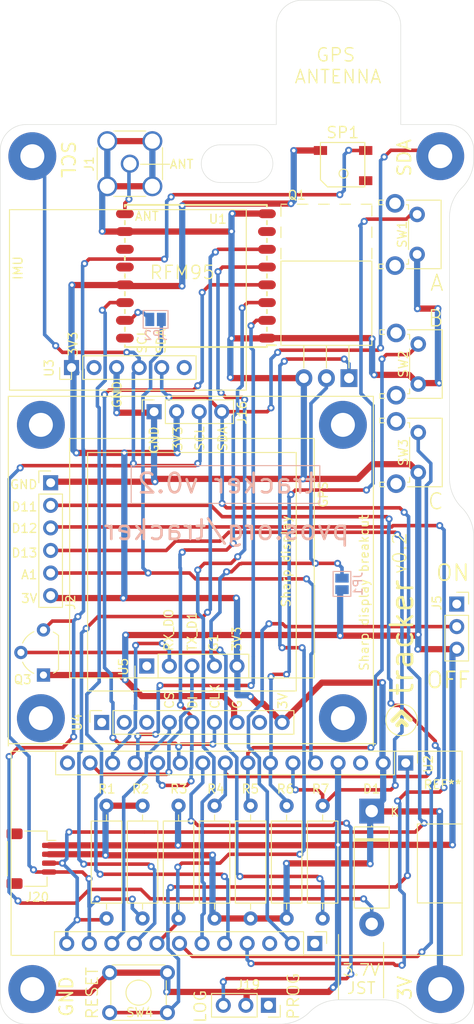
<source format=kicad_pcb>
(kicad_pcb (version 20171130) (host pcbnew 5.1.12-84ad8e8a86~92~ubuntu18.04.1)

  (general
    (thickness 1.6)
    (drawings 134)
    (tracks 836)
    (zones 0)
    (modules 32)
    (nets 30)
  )

  (page A4)
  (layers
    (0 F.Cu signal)
    (31 B.Cu signal)
    (32 B.Adhes user)
    (33 F.Adhes user)
    (34 B.Paste user)
    (35 F.Paste user)
    (36 B.SilkS user)
    (37 F.SilkS user)
    (38 B.Mask user)
    (39 F.Mask user)
    (40 Dwgs.User user)
    (41 Cmts.User user)
    (42 Eco1.User user)
    (43 Eco2.User user)
    (44 Edge.Cuts user)
    (45 Margin user)
    (46 B.CrtYd user)
    (47 F.CrtYd user)
    (48 B.Fab user hide)
    (49 F.Fab user hide)
  )

  (setup
    (last_trace_width 0.7)
    (user_trace_width 0.4)
    (user_trace_width 0.7)
    (trace_clearance 0.2)
    (zone_clearance 0.508)
    (zone_45_only no)
    (trace_min 0.2)
    (via_size 0.8)
    (via_drill 0.4)
    (via_min_size 0.4)
    (via_min_drill 0.3)
    (user_via 3 2)
    (uvia_size 0.3)
    (uvia_drill 0.1)
    (uvias_allowed no)
    (uvia_min_size 0.2)
    (uvia_min_drill 0.1)
    (edge_width 0.05)
    (segment_width 0.2)
    (pcb_text_width 0.3)
    (pcb_text_size 1.5 1.5)
    (mod_edge_width 0.12)
    (mod_text_size 1 1)
    (mod_text_width 0.15)
    (pad_size 5.4 5.4)
    (pad_drill 2.7)
    (pad_to_mask_clearance 0.05)
    (aux_axis_origin 0 0)
    (visible_elements FFFFFF7F)
    (pcbplotparams
      (layerselection 0x010fc_ffffffff)
      (usegerberextensions false)
      (usegerberattributes true)
      (usegerberadvancedattributes true)
      (creategerberjobfile true)
      (excludeedgelayer true)
      (linewidth 0.100000)
      (plotframeref false)
      (viasonmask false)
      (mode 1)
      (useauxorigin false)
      (hpglpennumber 1)
      (hpglpenspeed 20)
      (hpglpendiameter 15.000000)
      (psnegative false)
      (psa4output false)
      (plotreference true)
      (plotvalue true)
      (plotinvisibletext false)
      (padsonsilk false)
      (subtractmaskfromsilk false)
      (outputformat 1)
      (mirror false)
      (drillshape 0)
      (scaleselection 1)
      (outputdirectory "gerber/"))
  )

  (net 0 "")
  (net 1 GND)
  (net 2 +3V3)
  (net 3 SDA)
  (net 4 SCL)
  (net 5 D9)
  (net 6 ~RESET)
  (net 7 A0)
  (net 8 A3)
  (net 9 A4)
  (net 10 A5)
  (net 11 POWER_1)
  (net 12 "Net-(Q3-Pad2)")
  (net 13 RX_D0)
  (net 14 TX_D1)
  (net 15 A2)
  (net 16 "Net-(J1-Pad1)")
  (net 17 EN)
  (net 18 SCK)
  (net 19 MOSI)
  (net 20 D5)
  (net 21 A1)
  (net 22 MISO)
  (net 23 D6)
  (net 24 "Net-(JP2-Pad1)")
  (net 25 D12)
  (net 26 D13)
  (net 27 D10)
  (net 28 D11)
  (net 29 "Net-(D1-Pad2)")

  (net_class Default "This is the default net class."
    (clearance 0.2)
    (trace_width 0.25)
    (via_dia 0.8)
    (via_drill 0.4)
    (uvia_dia 0.3)
    (uvia_drill 0.1)
    (add_net +3V3)
    (add_net A0)
    (add_net A1)
    (add_net A2)
    (add_net A3)
    (add_net A4)
    (add_net A5)
    (add_net D10)
    (add_net D11)
    (add_net D12)
    (add_net D13)
    (add_net D5)
    (add_net D6)
    (add_net D9)
    (add_net EN)
    (add_net GND)
    (add_net MISO)
    (add_net MOSI)
    (add_net "Net-(D1-Pad2)")
    (add_net "Net-(J1-Pad1)")
    (add_net "Net-(JP2-Pad1)")
    (add_net "Net-(Q3-Pad2)")
    (add_net POWER_1)
    (add_net RX_D0)
    (add_net SCK)
    (add_net SCL)
    (add_net SDA)
    (add_net TX_D1)
    (add_net ~RESET)
  )

  (module footprints:Display_adafruit_sharp_13 (layer F.Cu) (tedit 61D256AE) (tstamp 61DFE0FD)
    (at 103.625 127.235 180)
    (descr "Through hole straight socket strip, 1x09, 2.54mm pitch, single row (from Kicad 4.0.7), script generated")
    (tags "Through hole socket strip THT 1x09 2.54mm single row")
    (path /61DF96E9)
    (fp_text reference U4 (at 23.09 0 270) (layer F.SilkS)
      (effects (font (size 1 1) (thickness 0.15)))
    )
    (fp_text value Adafruit_Sharp_Display_1_3 (at -2.77 0 270) (layer F.Fab)
      (effects (font (size 1 1) (thickness 0.15)))
    )
    (fp_text user %R (at 10.16 0) (layer F.Fab)
      (effects (font (size 1 1) (thickness 0.15)))
    )
    (fp_line (start 21.59 -1.27) (end 21.59 0.635) (layer F.Fab) (width 0.1))
    (fp_line (start 21.59 0.635) (end 20.955 1.27) (layer F.Fab) (width 0.1))
    (fp_line (start 20.955 1.27) (end -1.27 1.27) (layer F.Fab) (width 0.1))
    (fp_line (start -1.27 1.27) (end -1.27 -1.27) (layer F.Fab) (width 0.1))
    (fp_line (start -1.27 -1.27) (end 21.59 -1.27) (layer F.Fab) (width 0.1))
    (fp_line (start 19.05 -1.33) (end 19.05 1.33) (layer F.SilkS) (width 0.12))
    (fp_line (start 19.05 -1.33) (end -1.33 -1.33) (layer F.SilkS) (width 0.12))
    (fp_line (start -1.33 -1.33) (end -1.33 1.33) (layer F.SilkS) (width 0.12))
    (fp_line (start 19.05 1.33) (end -1.33 1.33) (layer F.SilkS) (width 0.12))
    (fp_line (start 21.65 1.33) (end 20.32 1.33) (layer F.SilkS) (width 0.12))
    (fp_line (start 21.65 0) (end 21.65 1.33) (layer F.SilkS) (width 0.12))
    (fp_line (start 22.12 -1.8) (end 22.12 1.75) (layer F.CrtYd) (width 0.05))
    (fp_line (start 22.12 1.75) (end -1.78 1.75) (layer F.CrtYd) (width 0.05))
    (fp_line (start -1.78 1.75) (end -1.78 -1.8) (layer F.CrtYd) (width 0.05))
    (fp_line (start -1.78 -1.8) (end 22.12 -1.8) (layer F.CrtYd) (width 0.05))
    (fp_line (start -1.59 3.54) (end -1.59 30.39) (layer F.SilkS) (width 0.12))
    (fp_line (start -10.28 -2.4) (end -10.28 36.716) (layer F.SilkS) (width 0.12))
    (fp_line (start -1.59 3.54) (end 21.91 3.54) (layer F.SilkS) (width 0.12))
    (fp_line (start -1.59 30.39) (end 21.91 30.39) (layer F.SilkS) (width 0.12))
    (fp_line (start 30.84 -2.4) (end 30.84 36.716) (layer F.SilkS) (width 0.12))
    (fp_line (start -10.28 -2.4) (end 30.84 -2.4) (layer F.SilkS) (width 0.12))
    (fp_line (start 30.84 36.716) (end -10.28 36.716) (layer F.SilkS) (width 0.12))
    (fp_line (start 21.91 3.54) (end 21.91 30.39) (layer F.SilkS) (width 0.12))
    (pad "" np_thru_hole circle (at 27.17 33.5 180) (size 5.4 5.4) (drill 2.7) (layers *.Cu *.Mask))
    (pad "" np_thru_hole circle (at -6.85 33.5 180) (size 5.4 5.4) (drill 2.7) (layers *.Cu *.Mask))
    (pad "" np_thru_hole circle (at 27.17 0.48 180) (size 5.4 5.4) (drill 2.7) (layers *.Cu *.Mask))
    (pad "" np_thru_hole circle (at -6.85 0.48 180) (size 5.4 5.4) (drill 2.7) (layers *.Cu *.Mask))
    (pad 1 thru_hole rect (at 20.32 0 90) (size 1.7 1.7) (drill 1) (layers *.Cu *.Mask))
    (pad 2 thru_hole oval (at 17.78 0 90) (size 1.7 1.7) (drill 1) (layers *.Cu *.Mask))
    (pad 3 thru_hole oval (at 15.24 0 90) (size 1.7 1.7) (drill 1) (layers *.Cu *.Mask))
    (pad 4 thru_hole oval (at 12.7 0 90) (size 1.7 1.7) (drill 1) (layers *.Cu *.Mask)
      (net 20 D5))
    (pad 5 thru_hole oval (at 10.16 0 90) (size 1.7 1.7) (drill 1) (layers *.Cu *.Mask)
      (net 19 MOSI))
    (pad 6 thru_hole oval (at 7.62 0 90) (size 1.7 1.7) (drill 1) (layers *.Cu *.Mask)
      (net 18 SCK))
    (pad 7 thru_hole oval (at 5.08 0 90) (size 1.7 1.7) (drill 1) (layers *.Cu *.Mask)
      (net 1 GND))
    (pad 8 thru_hole oval (at 2.54 0 90) (size 1.7 1.7) (drill 1) (layers *.Cu *.Mask))
    (pad 9 thru_hole oval (at 0 0 90) (size 1.7 1.7) (drill 1) (layers *.Cu *.Mask)
      (net 2 +3V3))
    (model ${KICAD6_3DMODEL_DIR}/Connector_PinSocket_2.54mm.3dshapes/PinSocket_1x09_P2.54mm_Vertical.wrl
      (at (xyz 0 0 0))
      (scale (xyz 1 1 1))
      (rotate (xyz 0 0 0))
    )
  )

  (module footprints:feather (layer F.Cu) (tedit 61D26A72) (tstamp 61D407E0)
    (at 117.54928 131.80192 270)
    (descr "Through hole straight pin header, 1x16, 2.54mm pitch, single row")
    (tags "Through hole pin header THT 1x16 2.54mm single row")
    (path /61D308E3)
    (fp_text reference U2 (at 0.11308 -2.54572 90) (layer F.SilkS)
      (effects (font (size 1 1) (thickness 0.15)))
    )
    (fp_text value feather (at 0 40.43 90) (layer F.Fab)
      (effects (font (size 1 1) (thickness 0.15)))
    )
    (fp_text user REF** (at 2.44308 -4.14572 180) (layer F.SilkS)
      (effects (font (size 1 1) (thickness 0.15)))
    )
    (fp_text user %R (at 20.32 29.29) (layer F.Fab)
      (effects (font (size 1 1) (thickness 0.15)))
    )
    (fp_text user %R (at 0 19.05) (layer F.Fab)
      (effects (font (size 1 1) (thickness 0.15)))
    )
    (fp_line (start 1.8 -1.8) (end -1.8 -1.8) (layer F.CrtYd) (width 0.05))
    (fp_line (start 1.8 39.9) (end 1.8 -1.8) (layer F.CrtYd) (width 0.05))
    (fp_line (start -1.8 39.9) (end 1.8 39.9) (layer F.CrtYd) (width 0.05))
    (fp_line (start -1.8 -1.8) (end -1.8 39.9) (layer F.CrtYd) (width 0.05))
    (fp_line (start -1.33 -1.33) (end 0 -1.33) (layer F.SilkS) (width 0.12))
    (fp_line (start -1.33 0) (end -1.33 -1.33) (layer F.SilkS) (width 0.12))
    (fp_line (start -1.33 1.27) (end 1.33 1.27) (layer F.SilkS) (width 0.12))
    (fp_line (start 1.33 1.27) (end 1.33 39.43) (layer F.SilkS) (width 0.12))
    (fp_line (start -1.33 39.43) (end 1.33 39.43) (layer F.SilkS) (width 0.12))
    (fp_line (start -1.27 -0.635) (end -0.635 -1.27) (layer F.Fab) (width 0.1))
    (fp_line (start -1.27 39.37) (end -1.27 -0.635) (layer F.Fab) (width 0.1))
    (fp_line (start 1.27 39.37) (end -1.27 39.37) (layer F.Fab) (width 0.1))
    (fp_line (start 1.27 -1.27) (end 1.27 39.37) (layer F.Fab) (width 0.1))
    (fp_line (start -0.635 -1.27) (end 1.27 -1.27) (layer F.Fab) (width 0.1))
    (fp_line (start 18.99 10.24) (end 18.99 8.91) (layer F.SilkS) (width 0.12))
    (fp_line (start 21.65 11.51) (end 21.65 39.56) (layer F.SilkS) (width 0.12))
    (fp_line (start 19.685 8.97) (end 21.59 8.97) (layer F.Fab) (width 0.1))
    (fp_line (start 19.05 9.605) (end 19.685 8.97) (layer F.Fab) (width 0.1))
    (fp_line (start 19.05 39.5) (end 19.05 9.605) (layer F.Fab) (width 0.1))
    (fp_line (start 18.99 11.51) (end 18.99 39.56) (layer F.SilkS) (width 0.12))
    (fp_line (start 18.99 11.51) (end 21.65 11.51) (layer F.SilkS) (width 0.12))
    (fp_line (start 18.52 39.94) (end 22.12 39.94) (layer F.CrtYd) (width 0.05))
    (fp_line (start 18.99 8.91) (end 20.32 8.91) (layer F.SilkS) (width 0.12))
    (fp_line (start 18.52 8.44) (end 18.52 39.94) (layer F.CrtYd) (width 0.05))
    (fp_line (start 22.12 8.44) (end 18.52 8.44) (layer F.CrtYd) (width 0.05))
    (fp_line (start 18.99 39.56) (end 21.65 39.56) (layer F.SilkS) (width 0.12))
    (fp_line (start 22.12 39.94) (end 22.12 8.44) (layer F.CrtYd) (width 0.05))
    (fp_line (start 21.6 39.55) (end 19.06 39.55) (layer F.Fab) (width 0.1))
    (fp_line (start 21.59 8.97) (end 21.59 39.55) (layer F.Fab) (width 0.1))
    (fp_line (start -1.33 44.45) (end -1.33 -6.35) (layer F.SilkS) (width 0.12))
    (fp_line (start 21.66 44.45) (end 21.66 -6.35) (layer F.SilkS) (width 0.12))
    (fp_line (start 21.66 -6.35) (end -1.33 -6.35) (layer F.SilkS) (width 0.12))
    (fp_line (start -1.33 44.45) (end 21.66 44.45) (layer F.SilkS) (width 0.12))
    (pad 3 thru_hole oval (at 20.32 15.32 270) (size 1.7 1.7) (drill 1) (layers *.Cu *.Mask))
    (pad 1 thru_hole rect (at 20.32 10.24 270) (size 1.7 1.7) (drill 1) (layers *.Cu *.Mask))
    (pad 8 thru_hole oval (at 20.32 28.02 270) (size 1.7 1.7) (drill 1) (layers *.Cu *.Mask)
      (net 5 D9))
    (pad 11 thru_hole oval (at 20.32 35.64 270) (size 1.7 1.7) (drill 1) (layers *.Cu *.Mask)
      (net 4 SCL))
    (pad 2 thru_hole oval (at 20.32 12.78 270) (size 1.7 1.7) (drill 1) (layers *.Cu *.Mask)
      (net 17 EN))
    (pad 6 thru_hole oval (at 20.32 22.94 270) (size 1.7 1.7) (drill 1) (layers *.Cu *.Mask)
      (net 28 D11))
    (pad 7 thru_hole oval (at 20.32 25.48 270) (size 1.7 1.7) (drill 1) (layers *.Cu *.Mask)
      (net 27 D10))
    (pad 12 thru_hole oval (at 20.32 38.18 270) (size 1.7 1.7) (drill 1) (layers *.Cu *.Mask)
      (net 3 SDA))
    (pad 9 thru_hole oval (at 20.32 30.56 270) (size 1.7 1.7) (drill 1) (layers *.Cu *.Mask)
      (net 23 D6))
    (pad 10 thru_hole oval (at 20.32 33.1 270) (size 1.7 1.7) (drill 1) (layers *.Cu *.Mask)
      (net 20 D5))
    (pad 4 thru_hole oval (at 20.32 17.86 270) (size 1.7 1.7) (drill 1) (layers *.Cu *.Mask)
      (net 26 D13))
    (pad 5 thru_hole oval (at 20.32 20.4 270) (size 1.7 1.7) (drill 1) (layers *.Cu *.Mask)
      (net 25 D12))
    (pad 13 thru_hole rect (at 0 0 270) (size 1.7 1.7) (drill 1) (layers *.Cu *.Mask)
      (net 6 ~RESET))
    (pad 14 thru_hole oval (at 0 2.54 270) (size 1.7 1.7) (drill 1) (layers *.Cu *.Mask)
      (net 2 +3V3))
    (pad 15 thru_hole oval (at 0 5.08 270) (size 1.7 1.7) (drill 1) (layers *.Cu *.Mask))
    (pad 16 thru_hole oval (at 0 7.62 270) (size 1.7 1.7) (drill 1) (layers *.Cu *.Mask)
      (net 1 GND))
    (pad 17 thru_hole oval (at 0 10.16 270) (size 1.7 1.7) (drill 1) (layers *.Cu *.Mask)
      (net 7 A0))
    (pad 18 thru_hole oval (at 0 12.7 270) (size 1.7 1.7) (drill 1) (layers *.Cu *.Mask)
      (net 21 A1))
    (pad 19 thru_hole oval (at 0 15.24 270) (size 1.7 1.7) (drill 1) (layers *.Cu *.Mask)
      (net 15 A2))
    (pad 20 thru_hole oval (at 0 17.78 270) (size 1.7 1.7) (drill 1) (layers *.Cu *.Mask)
      (net 8 A3))
    (pad 21 thru_hole oval (at 0 20.32 270) (size 1.7 1.7) (drill 1) (layers *.Cu *.Mask)
      (net 9 A4))
    (pad 22 thru_hole oval (at 0 22.86 270) (size 1.7 1.7) (drill 1) (layers *.Cu *.Mask)
      (net 10 A5))
    (pad 23 thru_hole oval (at 0 25.4 270) (size 1.7 1.7) (drill 1) (layers *.Cu *.Mask)
      (net 18 SCK))
    (pad 24 thru_hole oval (at 0 27.94 270) (size 1.7 1.7) (drill 1) (layers *.Cu *.Mask)
      (net 19 MOSI))
    (pad 25 thru_hole oval (at 0 30.48 270) (size 1.7 1.7) (drill 1) (layers *.Cu *.Mask)
      (net 22 MISO))
    (pad 26 thru_hole oval (at 0 33.02 270) (size 1.7 1.7) (drill 1) (layers *.Cu *.Mask)
      (net 13 RX_D0))
    (pad 27 thru_hole oval (at 0 35.56 270) (size 1.7 1.7) (drill 1) (layers *.Cu *.Mask)
      (net 14 TX_D1))
    (pad 28 thru_hole oval (at 0 38.1 270) (size 1.7 1.7) (drill 1) (layers *.Cu *.Mask))
    (model ${KICAD6_3DMODEL_DIR}/Connector_PinHeader_2.54mm.3dshapes/PinHeader_1x16_P2.54mm_Vertical.wrl
      (at (xyz 0 0 0))
      (scale (xyz 1 1 1))
      (rotate (xyz 0 0 0))
    )
  )

  (module Package_TO_SOT_THT:TO-220-3_Horizontal_TabUp (layer F.Cu) (tedit 5AC8BA0D) (tstamp 61D59F05)
    (at 111.155 88.475 180)
    (descr "TO-220-3, Horizontal, RM 2.54mm, see https://www.vishay.com/docs/66542/to-220-1.pdf")
    (tags "TO-220-3 Horizontal RM 2.54mm")
    (path /61C12A63)
    (fp_text reference Q1 (at 5.88 20.6) (layer F.SilkS)
      (effects (font (size 1 1) (thickness 0.15)))
    )
    (fp_text value Q_NMOS_GDS (at 2.54 -2) (layer F.Fab)
      (effects (font (size 1 1) (thickness 0.15)))
    )
    (fp_text user %R (at 2.54 20.58) (layer F.Fab)
      (effects (font (size 1 1) (thickness 0.15)))
    )
    (fp_circle (center 2.54 16.66) (end 4.39 16.66) (layer F.Fab) (width 0.1))
    (fp_line (start -2.46 13.06) (end -2.46 19.46) (layer F.Fab) (width 0.1))
    (fp_line (start -2.46 19.46) (end 7.54 19.46) (layer F.Fab) (width 0.1))
    (fp_line (start 7.54 19.46) (end 7.54 13.06) (layer F.Fab) (width 0.1))
    (fp_line (start 7.54 13.06) (end -2.46 13.06) (layer F.Fab) (width 0.1))
    (fp_line (start -2.46 3.81) (end -2.46 13.06) (layer F.Fab) (width 0.1))
    (fp_line (start -2.46 13.06) (end 7.54 13.06) (layer F.Fab) (width 0.1))
    (fp_line (start 7.54 13.06) (end 7.54 3.81) (layer F.Fab) (width 0.1))
    (fp_line (start 7.54 3.81) (end -2.46 3.81) (layer F.Fab) (width 0.1))
    (fp_line (start 0 3.81) (end 0 0) (layer F.Fab) (width 0.1))
    (fp_line (start 2.54 3.81) (end 2.54 0) (layer F.Fab) (width 0.1))
    (fp_line (start 5.08 3.81) (end 5.08 0) (layer F.Fab) (width 0.1))
    (fp_line (start -2.58 3.69) (end 7.66 3.69) (layer F.SilkS) (width 0.12))
    (fp_line (start -2.58 13.18) (end 7.66 13.18) (layer F.SilkS) (width 0.12))
    (fp_line (start -2.58 3.69) (end -2.58 13.18) (layer F.SilkS) (width 0.12))
    (fp_line (start 7.66 3.69) (end 7.66 13.18) (layer F.SilkS) (width 0.12))
    (fp_line (start -2.58 19.58) (end -1.38 19.58) (layer F.SilkS) (width 0.12))
    (fp_line (start -0.181 19.58) (end 1.02 19.58) (layer F.SilkS) (width 0.12))
    (fp_line (start 2.22 19.58) (end 3.42 19.58) (layer F.SilkS) (width 0.12))
    (fp_line (start 4.62 19.58) (end 5.82 19.58) (layer F.SilkS) (width 0.12))
    (fp_line (start 7.02 19.58) (end 7.66 19.58) (layer F.SilkS) (width 0.12))
    (fp_line (start -2.58 13.42) (end -2.58 14.62) (layer F.SilkS) (width 0.12))
    (fp_line (start -2.58 15.82) (end -2.58 17.02) (layer F.SilkS) (width 0.12))
    (fp_line (start -2.58 18.22) (end -2.58 19.42) (layer F.SilkS) (width 0.12))
    (fp_line (start 7.66 13.42) (end 7.66 14.62) (layer F.SilkS) (width 0.12))
    (fp_line (start 7.66 15.82) (end 7.66 17.02) (layer F.SilkS) (width 0.12))
    (fp_line (start 7.66 18.22) (end 7.66 19.42) (layer F.SilkS) (width 0.12))
    (fp_line (start 0 1.15) (end 0 3.69) (layer F.SilkS) (width 0.12))
    (fp_line (start 2.54 1.15) (end 2.54 3.69) (layer F.SilkS) (width 0.12))
    (fp_line (start 5.08 1.15) (end 5.08 3.69) (layer F.SilkS) (width 0.12))
    (fp_line (start -2.71 -1.25) (end -2.71 19.71) (layer F.CrtYd) (width 0.05))
    (fp_line (start -2.71 19.71) (end 7.79 19.71) (layer F.CrtYd) (width 0.05))
    (fp_line (start 7.79 19.71) (end 7.79 -1.25) (layer F.CrtYd) (width 0.05))
    (fp_line (start 7.79 -1.25) (end -2.71 -1.25) (layer F.CrtYd) (width 0.05))
    (pad "" np_thru_hole oval (at 2.54 16.66 180) (size 3.5 3.5) (drill 3.5) (layers *.Cu *.Mask))
    (pad 1 thru_hole rect (at 0 0 180) (size 1.905 2) (drill 1.1) (layers *.Cu *.Mask)
      (net 5 D9))
    (pad 2 thru_hole oval (at 2.54 0 180) (size 1.905 2) (drill 1.1) (layers *.Cu *.Mask)
      (net 11 POWER_1))
    (pad 3 thru_hole oval (at 5.08 0 180) (size 1.905 2) (drill 1.1) (layers *.Cu *.Mask)
      (net 1 GND))
    (model ${KISYS3DMOD}/Package_TO_SOT_THT.3dshapes/TO-220-3_Horizontal_TabUp.wrl
      (at (xyz 0 0 0))
      (scale (xyz 1 1 1))
      (rotate (xyz 0 0 0))
    )
  )

  (module Connector_PinHeader_2.54mm:PinHeader_1x06_P2.54mm_Vertical (layer F.Cu) (tedit 59FED5CC) (tstamp 61D6C8EA)
    (at 77.555 100.255)
    (descr "Through hole straight pin header, 1x06, 2.54mm pitch, single row")
    (tags "Through hole pin header THT 1x06 2.54mm single row")
    (path /61F6CB97)
    (fp_text reference J2 (at 2.24756 13.45432 90) (layer F.SilkS)
      (effects (font (size 1 1) (thickness 0.15)))
    )
    (fp_text value Conn_01x06_Female (at 0 15.03) (layer F.Fab)
      (effects (font (size 1 1) (thickness 0.15)))
    )
    (fp_line (start 1.8 -1.8) (end -1.8 -1.8) (layer F.CrtYd) (width 0.05))
    (fp_line (start 1.8 14.5) (end 1.8 -1.8) (layer F.CrtYd) (width 0.05))
    (fp_line (start -1.8 14.5) (end 1.8 14.5) (layer F.CrtYd) (width 0.05))
    (fp_line (start -1.8 -1.8) (end -1.8 14.5) (layer F.CrtYd) (width 0.05))
    (fp_line (start -1.33 -1.33) (end 0 -1.33) (layer F.SilkS) (width 0.12))
    (fp_line (start -1.33 0) (end -1.33 -1.33) (layer F.SilkS) (width 0.12))
    (fp_line (start -1.33 1.27) (end 1.33 1.27) (layer F.SilkS) (width 0.12))
    (fp_line (start 1.33 1.27) (end 1.33 14.03) (layer F.SilkS) (width 0.12))
    (fp_line (start -1.33 1.27) (end -1.33 14.03) (layer F.SilkS) (width 0.12))
    (fp_line (start -1.33 14.03) (end 1.33 14.03) (layer F.SilkS) (width 0.12))
    (fp_line (start -1.27 -0.635) (end -0.635 -1.27) (layer F.Fab) (width 0.1))
    (fp_line (start -1.27 13.97) (end -1.27 -0.635) (layer F.Fab) (width 0.1))
    (fp_line (start 1.27 13.97) (end -1.27 13.97) (layer F.Fab) (width 0.1))
    (fp_line (start 1.27 -1.27) (end 1.27 13.97) (layer F.Fab) (width 0.1))
    (fp_line (start -0.635 -1.27) (end 1.27 -1.27) (layer F.Fab) (width 0.1))
    (fp_text user %R (at 0 6.35 90) (layer F.Fab)
      (effects (font (size 1 1) (thickness 0.15)))
    )
    (pad 6 thru_hole oval (at 0 12.7) (size 1.7 1.7) (drill 1) (layers *.Cu *.Mask)
      (net 2 +3V3))
    (pad 5 thru_hole oval (at 0 10.16) (size 1.7 1.7) (drill 1) (layers *.Cu *.Mask)
      (net 7 A0))
    (pad 4 thru_hole oval (at 0 7.62) (size 1.7 1.7) (drill 1) (layers *.Cu *.Mask)
      (net 21 A1))
    (pad 3 thru_hole oval (at 0 5.08) (size 1.7 1.7) (drill 1) (layers *.Cu *.Mask)
      (net 26 D13))
    (pad 2 thru_hole oval (at 0 2.54) (size 1.7 1.7) (drill 1) (layers *.Cu *.Mask)
      (net 27 D10))
    (pad 1 thru_hole rect (at 0 0) (size 1.7 1.7) (drill 1) (layers *.Cu *.Mask)
      (net 1 GND))
    (model ${KISYS3DMOD}/Connector_PinHeader_2.54mm.3dshapes/PinHeader_1x06_P2.54mm_Vertical.wrl
      (at (xyz 0 0 0))
      (scale (xyz 1 1 1))
      (rotate (xyz 0 0 0))
    )
  )

  (module Jumper:SolderJumper-2_P1.3mm_Open_Pad1.0x1.5mm (layer B.Cu) (tedit 5A3EABFC) (tstamp 61D5E402)
    (at 89.375 81.865)
    (descr "SMD Solder Jumper, 1x1.5mm Pads, 0.3mm gap, open")
    (tags "solder jumper open")
    (path /61E9417E)
    (attr virtual)
    (fp_text reference JP2 (at 0 1.8 180) (layer B.SilkS)
      (effects (font (size 1 1) (thickness 0.15)) (justify mirror))
    )
    (fp_text value Jumper_NO_Small (at 0 -1.9 180) (layer B.Fab)
      (effects (font (size 1 1) (thickness 0.15)) (justify mirror))
    )
    (fp_line (start 1.65 -1.25) (end -1.65 -1.25) (layer B.CrtYd) (width 0.05))
    (fp_line (start 1.65 -1.25) (end 1.65 1.25) (layer B.CrtYd) (width 0.05))
    (fp_line (start -1.65 1.25) (end -1.65 -1.25) (layer B.CrtYd) (width 0.05))
    (fp_line (start -1.65 1.25) (end 1.65 1.25) (layer B.CrtYd) (width 0.05))
    (fp_line (start -1.4 1) (end 1.4 1) (layer B.SilkS) (width 0.12))
    (fp_line (start 1.4 1) (end 1.4 -1) (layer B.SilkS) (width 0.12))
    (fp_line (start 1.4 -1) (end -1.4 -1) (layer B.SilkS) (width 0.12))
    (fp_line (start -1.4 -1) (end -1.4 1) (layer B.SilkS) (width 0.12))
    (pad 1 smd rect (at -0.65 0) (size 1 1.5) (layers B.Cu B.Mask)
      (net 24 "Net-(JP2-Pad1)"))
    (pad 2 smd rect (at 0.65 0) (size 1 1.5) (layers B.Cu B.Mask)
      (net 7 A0))
  )

  (module Connector_Coaxial:SMA_Amphenol_132134_Vertical (layer F.Cu) (tedit 5B2F4DB6) (tstamp 61D48EDB)
    (at 86.47492 64.33444)
    (descr https://www.amphenolrf.com/downloads/dl/file/id/2187/product/2843/132134_customer_drawing.pdf)
    (tags "SMA THT Female Jack Vertical ExtendedLegs")
    (path /61DED342)
    (fp_text reference J1 (at -4.57992 0.03056 90) (layer F.SilkS)
      (effects (font (size 1 1) (thickness 0.15)))
    )
    (fp_text value Conn_Coaxial (at 0 5) (layer F.Fab)
      (effects (font (size 1 1) (thickness 0.15)))
    )
    (fp_line (start -1.8 -3.68) (end 1.8 -3.68) (layer F.SilkS) (width 0.12))
    (fp_line (start -1.8 3.68) (end 1.8 3.68) (layer F.SilkS) (width 0.12))
    (fp_line (start 3.68 -1.8) (end 3.68 1.8) (layer F.SilkS) (width 0.12))
    (fp_line (start -3.68 -1.8) (end -3.68 1.8) (layer F.SilkS) (width 0.12))
    (fp_line (start 3.5 -3.5) (end 3.5 3.5) (layer F.Fab) (width 0.1))
    (fp_line (start -3.5 3.5) (end 3.5 3.5) (layer F.Fab) (width 0.1))
    (fp_line (start -3.5 -3.5) (end -3.5 3.5) (layer F.Fab) (width 0.1))
    (fp_line (start -3.5 -3.5) (end 3.5 -3.5) (layer F.Fab) (width 0.1))
    (fp_line (start -4.17 -4.17) (end 4.17 -4.17) (layer F.CrtYd) (width 0.05))
    (fp_line (start -4.17 -4.17) (end -4.17 4.17) (layer F.CrtYd) (width 0.05))
    (fp_line (start 4.17 4.17) (end 4.17 -4.17) (layer F.CrtYd) (width 0.05))
    (fp_line (start 4.17 4.17) (end -4.17 4.17) (layer F.CrtYd) (width 0.05))
    (fp_circle (center 0 0) (end 3.175 0) (layer F.Fab) (width 0.1))
    (fp_text user %R (at 0 0) (layer F.Fab)
      (effects (font (size 1 1) (thickness 0.15)))
    )
    (pad 2 thru_hole circle (at -2.54 2.54) (size 2.25 2.25) (drill 1.7) (layers *.Cu *.Mask)
      (net 1 GND))
    (pad 2 thru_hole circle (at -2.54 -2.54) (size 2.25 2.25) (drill 1.7) (layers *.Cu *.Mask)
      (net 1 GND))
    (pad 2 thru_hole circle (at 2.54 -2.54) (size 2.25 2.25) (drill 1.7) (layers *.Cu *.Mask)
      (net 1 GND))
    (pad 2 thru_hole circle (at 2.54 2.54) (size 2.25 2.25) (drill 1.7) (layers *.Cu *.Mask)
      (net 1 GND))
    (pad 1 thru_hole circle (at 0 0) (size 2.05 2.05) (drill 1.5) (layers *.Cu *.Mask)
      (net 16 "Net-(J1-Pad1)"))
    (model ${KISYS3DMOD}/Connector_Coaxial.3dshapes/SMA_Amphenol_132134_Vertical.wrl
      (at (xyz 0 0 0))
      (scale (xyz 1 1 1))
      (rotate (xyz 0 0 0))
    )
  )

  (module Button_Switch_THT:SW_Tactile_SPST_Angled_PTS645Vx58-2LFS (layer F.Cu) (tedit 5A02FE31) (tstamp 61D65216)
    (at 118.96038 94.5955 270)
    (descr "tactile switch SPST right angle, PTS645VL58-2 LFS")
    (tags "tactile switch SPST angled PTS645VL58-2 LFS C&K Button")
    (path /61DE7C6B)
    (fp_text reference SW3 (at 2.25 1.68 90) (layer F.SilkS)
      (effects (font (size 1 1) (thickness 0.15)))
    )
    (fp_text value SW_Push (at 2.25 5.38988 90) (layer F.Fab)
      (effects (font (size 1 1) (thickness 0.15)))
    )
    (fp_text user %R (at 2.25 1.68 90) (layer F.Fab)
      (effects (font (size 1 1) (thickness 0.15)))
    )
    (fp_line (start 0.5 -5.85) (end 0.5 -2.59) (layer F.Fab) (width 0.1))
    (fp_line (start 4 -5.85) (end 4 -2.59) (layer F.Fab) (width 0.1))
    (fp_line (start 0.5 -5.85) (end 4 -5.85) (layer F.Fab) (width 0.1))
    (fp_line (start -1.09 0.97) (end -1.09 1.2) (layer F.SilkS) (width 0.12))
    (fp_line (start 5.7 4.2) (end 5.7 0.86) (layer F.Fab) (width 0.1))
    (fp_line (start -1.5 4.2) (end -1.2 4.2) (layer F.Fab) (width 0.1))
    (fp_line (start -1.2 0.86) (end 5.7 0.86) (layer F.Fab) (width 0.1))
    (fp_line (start 6 4.2) (end 6 -2.59) (layer F.Fab) (width 0.1))
    (fp_line (start -2.5 -2.8) (end 7.05 -2.8) (layer F.CrtYd) (width 0.05))
    (fp_line (start 7.05 -2.8) (end 7.05 4.45) (layer F.CrtYd) (width 0.05))
    (fp_line (start 7.05 4.45) (end -2.5 4.45) (layer F.CrtYd) (width 0.05))
    (fp_line (start -2.5 4.45) (end -2.5 -2.8) (layer F.CrtYd) (width 0.05))
    (fp_line (start -1.61 -2.7) (end 6.11 -2.7) (layer F.SilkS) (width 0.12))
    (fp_line (start 6.11 -2.7) (end 6.11 1.2) (layer F.SilkS) (width 0.12))
    (fp_line (start -1.61 4.31) (end -1.09 4.31) (layer F.SilkS) (width 0.12))
    (fp_line (start -1.61 -2.7) (end -1.61 1.2) (layer F.SilkS) (width 0.12))
    (fp_line (start -1.5 -2.59) (end 6 -2.59) (layer F.Fab) (width 0.1))
    (fp_line (start -1.5 4.2) (end -1.5 -2.59) (layer F.Fab) (width 0.1))
    (fp_line (start 5.7 4.2) (end 6 4.2) (layer F.Fab) (width 0.1))
    (fp_line (start -1.2 4.2) (end -1.2 0.86) (layer F.Fab) (width 0.1))
    (fp_line (start 5.59 0.97) (end 5.59 1.2) (layer F.SilkS) (width 0.12))
    (fp_line (start -1.09 3.8) (end -1.09 4.31) (layer F.SilkS) (width 0.12))
    (fp_line (start -1.61 3.8) (end -1.61 4.31) (layer F.SilkS) (width 0.12))
    (fp_line (start 5.05 0.97) (end 5.59 0.97) (layer F.SilkS) (width 0.12))
    (fp_line (start 5.59 3.8) (end 5.59 4.31) (layer F.SilkS) (width 0.12))
    (fp_line (start 5.59 4.31) (end 6.11 4.31) (layer F.SilkS) (width 0.12))
    (fp_line (start 6.11 3.8) (end 6.11 4.31) (layer F.SilkS) (width 0.12))
    (fp_line (start -1.09 0.97) (end -0.55 0.97) (layer F.SilkS) (width 0.12))
    (fp_line (start 0.55 0.97) (end 3.95 0.97) (layer F.SilkS) (width 0.12))
    (pad "" thru_hole circle (at -1.25 2.49 270) (size 2.1 2.1) (drill 1.3) (layers *.Cu *.Mask))
    (pad 1 thru_hole circle (at 0 0 270) (size 1.75 1.75) (drill 0.99) (layers *.Cu *.Mask)
      (net 9 A4))
    (pad 2 thru_hole circle (at 4.5 0 270) (size 1.75 1.75) (drill 0.99) (layers *.Cu *.Mask)
      (net 1 GND))
    (pad "" thru_hole circle (at 5.76 2.49 270) (size 2.1 2.1) (drill 1.3) (layers *.Cu *.Mask))
    (model ${KISYS3DMOD}/Button_Switch_THT.3dshapes/SW_Tactile_SPST_Angled_PTS645Vx58-2LFS.wrl
      (at (xyz 0 0 0))
      (scale (xyz 1 1 1))
      (rotate (xyz 0 0 0))
    )
  )

  (module Resistor_THT:R_Axial_DIN0309_L9.0mm_D3.2mm_P12.70mm_Horizontal (layer F.Cu) (tedit 5AE5139B) (tstamp 61D42A5F)
    (at 96.017864 149.30692 90)
    (descr "Resistor, Axial_DIN0309 series, Axial, Horizontal, pin pitch=12.7mm, 0.5W = 1/2W, length*diameter=9*3.2mm^2, http://cdn-reichelt.de/documents/datenblatt/B400/1_4W%23YAG.pdf")
    (tags "Resistor Axial_DIN0309 series Axial Horizontal pin pitch 12.7mm 0.5W = 1/2W length 9mm diameter 3.2mm")
    (path /61DE7962)
    (fp_text reference R4 (at 14.58192 0.147136 180) (layer F.SilkS)
      (effects (font (size 1 1) (thickness 0.15)))
    )
    (fp_text value 4.7K (at 6.35 2.72 90) (layer F.Fab)
      (effects (font (size 1 1) (thickness 0.15)))
    )
    (fp_line (start 1.85 -1.6) (end 1.85 1.6) (layer F.Fab) (width 0.1))
    (fp_line (start 1.85 1.6) (end 10.85 1.6) (layer F.Fab) (width 0.1))
    (fp_line (start 10.85 1.6) (end 10.85 -1.6) (layer F.Fab) (width 0.1))
    (fp_line (start 10.85 -1.6) (end 1.85 -1.6) (layer F.Fab) (width 0.1))
    (fp_line (start 0 0) (end 1.85 0) (layer F.Fab) (width 0.1))
    (fp_line (start 12.7 0) (end 10.85 0) (layer F.Fab) (width 0.1))
    (fp_line (start 1.73 -1.72) (end 1.73 1.72) (layer F.SilkS) (width 0.12))
    (fp_line (start 1.73 1.72) (end 10.97 1.72) (layer F.SilkS) (width 0.12))
    (fp_line (start 10.97 1.72) (end 10.97 -1.72) (layer F.SilkS) (width 0.12))
    (fp_line (start 10.97 -1.72) (end 1.73 -1.72) (layer F.SilkS) (width 0.12))
    (fp_line (start 1.04 0) (end 1.73 0) (layer F.SilkS) (width 0.12))
    (fp_line (start 11.66 0) (end 10.97 0) (layer F.SilkS) (width 0.12))
    (fp_line (start -1.05 -1.85) (end -1.05 1.85) (layer F.CrtYd) (width 0.05))
    (fp_line (start -1.05 1.85) (end 13.75 1.85) (layer F.CrtYd) (width 0.05))
    (fp_line (start 13.75 1.85) (end 13.75 -1.85) (layer F.CrtYd) (width 0.05))
    (fp_line (start 13.75 -1.85) (end -1.05 -1.85) (layer F.CrtYd) (width 0.05))
    (fp_text user %R (at 6.35 0 90) (layer F.Fab)
      (effects (font (size 1 1) (thickness 0.15)))
    )
    (pad 2 thru_hole oval (at 12.7 0 90) (size 1.6 1.6) (drill 0.8) (layers *.Cu *.Mask)
      (net 9 A4))
    (pad 1 thru_hole circle (at 0 0 90) (size 1.6 1.6) (drill 0.8) (layers *.Cu *.Mask)
      (net 2 +3V3))
    (model ${KISYS3DMOD}/Resistor_THT.3dshapes/R_Axial_DIN0309_L9.0mm_D3.2mm_P12.70mm_Horizontal.wrl
      (at (xyz 0 0 0))
      (scale (xyz 1 1 1))
      (rotate (xyz 0 0 0))
    )
  )

  (module MountingHole:MountingHole_2.7mm_M2.5_Pad (layer F.Cu) (tedit 56D1B4CB) (tstamp 61D75026)
    (at 121.43896 157.24992)
    (descr "Mounting Hole 2.7mm, M2.5")
    (tags "mounting hole 2.7mm m2.5")
    (path /614A5606)
    (attr virtual)
    (fp_text reference H2 (at -2.6463 -2.667) (layer F.SilkS) hide
      (effects (font (size 1 1) (thickness 0.15)))
    )
    (fp_text value MountingHole_Pad (at 0 3.7) (layer F.Fab)
      (effects (font (size 1 1) (thickness 0.15)))
    )
    (fp_circle (center 0 0) (end 2.7 0) (layer Cmts.User) (width 0.15))
    (fp_circle (center 0 0) (end 2.95 0) (layer F.CrtYd) (width 0.05))
    (fp_text user %R (at 0.3 0) (layer F.Fab)
      (effects (font (size 1 1) (thickness 0.15)))
    )
    (pad 1 thru_hole circle (at 0 0) (size 5.4 5.4) (drill 2.7) (layers *.Cu *.Mask)
      (net 2 +3V3))
  )

  (module footprints:gps_neo6m_black (layer F.Cu) (tedit 61D368C0) (tstamp 61D75A79)
    (at 88.385 120.885)
    (descr "Through hole straight pin header, 1x05, 2.54mm pitch, single row")
    (tags "Through hole pin header THT 1x05 2.54mm single row")
    (path /61D7113B)
    (fp_text reference U5 (at -2.64 0.09 90) (layer F.SilkS)
      (effects (font (size 1 1) (thickness 0.15)))
    )
    (fp_text value neo-6m-black (at 0 12.49) (layer F.Fab)
      (effects (font (size 1 1) (thickness 0.15)))
    )
    (fp_text user %R (at 5.08 0 180) (layer F.Fab)
      (effects (font (size 1 1) (thickness 0.15)))
    )
    (fp_line (start -1.27 0.635) (end -1.27 -1.27) (layer F.Fab) (width 0.1))
    (fp_line (start -1.27 -1.27) (end 11.43 -1.27) (layer F.Fab) (width 0.1))
    (fp_line (start 11.43 -1.27) (end 11.43 1.27) (layer F.Fab) (width 0.1))
    (fp_line (start 11.43 1.27) (end -0.635 1.27) (layer F.Fab) (width 0.1))
    (fp_line (start -0.635 1.27) (end -1.27 0.635) (layer F.Fab) (width 0.1))
    (fp_line (start 11.49 1.33) (end 11.49 -1.33) (layer F.SilkS) (width 0.12))
    (fp_line (start 1.27 1.33) (end 11.49 1.33) (layer F.SilkS) (width 0.12))
    (fp_line (start 1.27 -1.33) (end 11.49 -1.33) (layer F.SilkS) (width 0.12))
    (fp_line (start 1.27 1.33) (end 1.27 -1.33) (layer F.SilkS) (width 0.12))
    (fp_line (start 0 1.33) (end -1.33 1.33) (layer F.SilkS) (width 0.12))
    (fp_line (start -1.33 1.33) (end -1.33 0) (layer F.SilkS) (width 0.12))
    (fp_line (start -1.8 1.8) (end 11.95 1.8) (layer F.CrtYd) (width 0.05))
    (fp_line (start 11.95 1.8) (end 11.95 -1.8) (layer F.CrtYd) (width 0.05))
    (fp_line (start 11.95 -1.8) (end -1.8 -1.8) (layer F.CrtYd) (width 0.05))
    (fp_line (start -1.8 -1.8) (end -1.8 1.8) (layer F.CrtYd) (width 0.05))
    (fp_line (start -8.69 1.34) (end -8.69 -25.62) (layer F.SilkS) (width 0.12))
    (fp_line (start 18.86 1.34) (end 18.86 -25.62) (layer F.SilkS) (width 0.12))
    (fp_line (start -8.69 -25.62) (end 18.86 -25.62) (layer F.SilkS) (width 0.12))
    (fp_line (start -8.69 1.34) (end 18.86 1.34) (layer F.SilkS) (width 0.12))
    (pad 1 thru_hole rect (at 0 0 90) (size 1.7 1.7) (drill 1) (layers *.Cu *.Mask))
    (pad 2 thru_hole oval (at 2.54 0 90) (size 1.7 1.7) (drill 1) (layers *.Cu *.Mask)
      (net 13 RX_D0))
    (pad 3 thru_hole oval (at 5.08 0 90) (size 1.7 1.7) (drill 1) (layers *.Cu *.Mask)
      (net 14 TX_D1))
    (pad 4 thru_hole oval (at 7.62 0 90) (size 1.7 1.7) (drill 1) (layers *.Cu *.Mask)
      (net 11 POWER_1))
    (pad 5 thru_hole oval (at 10.16 0 90) (size 1.7 1.7) (drill 1) (layers *.Cu *.Mask)
      (net 2 +3V3))
    (model ${KICAD6_3DMODEL_DIR}/Connector_PinHeader_2.54mm.3dshapes/PinHeader_1x05_P2.54mm_Vertical.wrl
      (at (xyz 0 0 0))
      (scale (xyz 1 1 1))
      (rotate (xyz 0 0 0))
    )
  )

  (module footprints:IMU_Ada_BNO005 (layer F.Cu) (tedit 61D362A9) (tstamp 61D3D3F9)
    (at 79.90394 87.28588)
    (descr "Through hole straight pin header, 1x06, 2.54mm pitch, single row")
    (tags "Through hole pin header THT 1x06 2.54mm single row")
    (path /61D39165)
    (fp_text reference U3 (at -2.52894 0.04912 270) (layer F.SilkS)
      (effects (font (size 1 1) (thickness 0.15)))
    )
    (fp_text value Adafruit_IMU_BNO005 (at 6.35 -9.16) (layer F.Fab)
      (effects (font (size 1 1) (thickness 0.15)))
    )
    (fp_text user %R (at 6.35 0 180) (layer F.Fab)
      (effects (font (size 1 1) (thickness 0.15)))
    )
    (fp_line (start -1.27 0.635) (end -1.27 -1.27) (layer F.Fab) (width 0.1))
    (fp_line (start -1.27 -1.27) (end 13.97 -1.27) (layer F.Fab) (width 0.1))
    (fp_line (start 13.97 -1.27) (end 13.97 1.27) (layer F.Fab) (width 0.1))
    (fp_line (start 13.97 1.27) (end -0.635 1.27) (layer F.Fab) (width 0.1))
    (fp_line (start -0.635 1.27) (end -1.27 0.635) (layer F.Fab) (width 0.1))
    (fp_line (start 14.03 1.33) (end 14.03 -1.33) (layer F.SilkS) (width 0.12))
    (fp_line (start 1.27 1.33) (end 14.03 1.33) (layer F.SilkS) (width 0.12))
    (fp_line (start 1.27 -1.33) (end 14.03 -1.33) (layer F.SilkS) (width 0.12))
    (fp_line (start 1.27 1.33) (end 1.27 -1.33) (layer F.SilkS) (width 0.12))
    (fp_line (start 0 1.33) (end -1.33 1.33) (layer F.SilkS) (width 0.12))
    (fp_line (start -1.33 1.33) (end -1.33 0) (layer F.SilkS) (width 0.12))
    (fp_line (start -1.8 1.8) (end 14.5 1.8) (layer F.CrtYd) (width 0.05))
    (fp_line (start 14.5 1.8) (end 14.5 -1.8) (layer F.CrtYd) (width 0.05))
    (fp_line (start 14.5 -1.8) (end -1.8 -1.8) (layer F.CrtYd) (width 0.05))
    (fp_line (start -1.8 -1.8) (end -1.8 1.8) (layer F.CrtYd) (width 0.05))
    (fp_line (start 19.685 2.54) (end 6.35 2.54) (layer F.SilkS) (width 0.12))
    (fp_line (start -6.985 2.54) (end 6.35 2.54) (layer F.SilkS) (width 0.12))
    (fp_line (start -6.985 -17.78) (end -6.985 2.54) (layer F.SilkS) (width 0.12))
    (fp_line (start 19.685 -17.78) (end 19.685 2.54) (layer F.SilkS) (width 0.12))
    (fp_line (start 0 0) (end 0 1.27) (layer F.SilkS) (width 0.12))
    (fp_line (start -6.985 -17.78) (end 19.685 -17.78) (layer F.SilkS) (width 0.12))
    (pad 1 thru_hole rect (at 0 0 90) (size 1.7 1.7) (drill 1) (layers *.Cu *.Mask)
      (net 2 +3V3))
    (pad 2 thru_hole oval (at 2.54 0 90) (size 1.7 1.7) (drill 1) (layers *.Cu *.Mask))
    (pad 3 thru_hole oval (at 5.08 0 90) (size 1.7 1.7) (drill 1) (layers *.Cu *.Mask)
      (net 1 GND))
    (pad 4 thru_hole oval (at 7.62 0 90) (size 1.7 1.7) (drill 1) (layers *.Cu *.Mask)
      (net 4 SCL))
    (pad 5 thru_hole oval (at 10.16 0 90) (size 1.7 1.7) (drill 1) (layers *.Cu *.Mask)
      (net 3 SDA))
    (pad 6 thru_hole oval (at 12.7 0 90) (size 1.7 1.7) (drill 1) (layers *.Cu *.Mask))
    (model ${KICAD6_3DMODEL_DIR}/Connector_PinHeader_2.54mm.3dshapes/PinHeader_1x06_P2.54mm_Vertical.wrl
      (at (xyz 0 0 0))
      (scale (xyz 1 1 1))
      (rotate (xyz 0 0 0))
    )
  )

  (module footprints:RFM95 (layer F.Cu) (tedit 585E5D4C) (tstamp 61D6A92B)
    (at 101.91558 83.97118 180)
    (path /61D2BB57)
    (fp_text reference U1 (at 5.54058 13.39618 180) (layer F.SilkS)
      (effects (font (size 1 1) (thickness 0.15)))
    )
    (fp_text value RFM95HW (at 13.5 -1.8) (layer F.Fab)
      (effects (font (size 1 1) (thickness 0.15)))
    )
    (fp_line (start 0 -1) (end 16 -1) (layer F.SilkS) (width 0.2))
    (fp_line (start 0 10.8) (end 0 11.2) (layer F.SilkS) (width 0.2))
    (fp_line (start 0 8.8) (end 0 9.2) (layer F.SilkS) (width 0.2))
    (fp_line (start 0 6.8) (end 0 7.2) (layer F.SilkS) (width 0.2))
    (fp_line (start 0 4.8) (end 0 5.2) (layer F.SilkS) (width 0.2))
    (fp_line (start 0 3.2) (end 0 2.8) (layer F.SilkS) (width 0.2))
    (fp_line (start 0 1.2) (end 0 0.8) (layer F.SilkS) (width 0.2))
    (fp_line (start -1 -0.8) (end 0 -0.8) (layer F.SilkS) (width 0.2))
    (fp_line (start 0 -0.8) (end 0 -1) (layer F.SilkS) (width 0.2))
    (fp_line (start 0 12.8) (end 0 13.2) (layer F.SilkS) (width 0.2))
    (fp_line (start 16 -1) (end 16 -0.8) (layer F.SilkS) (width 0.2))
    (fp_line (start 16 0.8) (end 16 1.2) (layer F.SilkS) (width 0.2))
    (fp_line (start 16 2.8) (end 16 3.2) (layer F.SilkS) (width 0.2))
    (fp_line (start 16 4.8) (end 16 5.2) (layer F.SilkS) (width 0.2))
    (fp_line (start 16 6.8) (end 16 7.2) (layer F.SilkS) (width 0.2))
    (fp_line (start 16 8.8) (end 16 9.2) (layer F.SilkS) (width 0.2))
    (fp_line (start 16 10.8) (end 16 11.2) (layer F.SilkS) (width 0.2))
    (fp_line (start 16 12.8) (end 16 13.2) (layer F.SilkS) (width 0.2))
    (fp_line (start 16 14.8) (end 16 15) (layer F.SilkS) (width 0.2))
    (fp_line (start 16 15) (end 0 15) (layer F.SilkS) (width 0.2))
    (fp_line (start 0 15) (end 0 14.8) (layer F.SilkS) (width 0.2))
    (pad 16 smd oval (at 16 0 180) (size 2 1) (layers F.Cu F.Paste F.Mask))
    (pad 15 smd oval (at 16 2 180) (size 2 1) (layers F.Cu F.Paste F.Mask)
      (net 24 "Net-(JP2-Pad1)"))
    (pad 14 smd oval (at 16 4 180) (size 2 1) (layers F.Cu F.Paste F.Mask)
      (net 25 D12))
    (pad 13 smd oval (at 16 6 180) (size 2 1) (layers F.Cu F.Paste F.Mask)
      (net 2 +3V3))
    (pad 12 smd oval (at 16 8 180) (size 2 1) (layers F.Cu F.Paste F.Mask))
    (pad 11 smd oval (at 16 10 180) (size 2 1) (layers F.Cu F.Paste F.Mask))
    (pad 10 smd oval (at 16 12 180) (size 2 1) (layers F.Cu F.Paste F.Mask)
      (net 1 GND))
    (pad 9 smd oval (at 16 14 180) (size 2 1) (layers F.Cu F.Paste F.Mask)
      (net 16 "Net-(J1-Pad1)"))
    (pad 8 smd oval (at 0 14 180) (size 2 1) (layers F.Cu F.Paste F.Mask)
      (net 1 GND))
    (pad 7 smd oval (at 0 12 180) (size 2 1) (layers F.Cu F.Paste F.Mask))
    (pad 6 smd oval (at 0 10 180) (size 2 1) (layers F.Cu F.Paste F.Mask)
      (net 23 D6))
    (pad 5 smd oval (at 0 8 180) (size 2 1) (layers F.Cu F.Paste F.Mask)
      (net 28 D11))
    (pad 4 smd oval (at 0 6 180) (size 2 1) (layers F.Cu F.Paste F.Mask)
      (net 18 SCK))
    (pad 3 smd oval (at 0 4 180) (size 2 1) (layers F.Cu F.Paste F.Mask)
      (net 19 MOSI))
    (pad 2 smd oval (at 0 2 180) (size 2 1) (layers F.Cu F.Paste F.Mask)
      (net 22 MISO))
    (pad 1 smd oval (at 0 0 180) (size 2 1) (layers F.Cu F.Paste F.Mask)
      (net 1 GND))
  )

  (module Button_Switch_THT:SW_TH_Tactile_Omron_B3F-10xx (layer F.Cu) (tedit 5D84F0EF) (tstamp 61D64D59)
    (at 90.705 159.905 180)
    (descr SW_TH_Tactile_Omron_B3F-10xx_https://www.omron.com/ecb/products/pdf/en-b3f.pdf)
    (tags "Omron B3F-10xx")
    (path /61BD3A38)
    (fp_text reference SW4 (at 3.12048 0.01502 180) (layer F.SilkS)
      (effects (font (size 1 1) (thickness 0.15)))
    )
    (fp_text value SW_Push_Dual (at 3.2 6.5) (layer F.Fab)
      (effects (font (size 1 1) (thickness 0.15)))
    )
    (fp_line (start 0.25 -0.75) (end 0.25 5.25) (layer F.Fab) (width 0.1))
    (fp_line (start 6.25 -0.75) (end 6.25 5.25) (layer F.Fab) (width 0.1))
    (fp_line (start 0.25 -0.75) (end 6.25 -0.75) (layer F.Fab) (width 0.1))
    (fp_line (start 7.6 5.6) (end 7.6 -1.1) (layer F.CrtYd) (width 0.05))
    (fp_line (start -1.1 5.6) (end 7.6 5.6) (layer F.CrtYd) (width 0.05))
    (fp_line (start -1.1 -1.1) (end -1.1 5.6) (layer F.CrtYd) (width 0.05))
    (fp_circle (center 3.25 2.25) (end 4.25 3.25) (layer F.SilkS) (width 0.12))
    (fp_line (start 0.28 5.37) (end 6.22 5.37) (layer F.SilkS) (width 0.12))
    (fp_line (start 0.28 -0.87) (end 6.22 -0.87) (layer F.SilkS) (width 0.12))
    (fp_line (start 0.13 3.59) (end 0.13 0.91) (layer F.SilkS) (width 0.12))
    (fp_line (start 6.37 0.91) (end 6.37 3.59) (layer F.SilkS) (width 0.12))
    (fp_line (start 0.25 5.25) (end 6.25 5.25) (layer F.Fab) (width 0.1))
    (fp_line (start -1.1 -1.1) (end 7.6 -1.1) (layer F.CrtYd) (width 0.05))
    (fp_text user %R (at 3.25 2.25) (layer F.Fab)
      (effects (font (size 1 1) (thickness 0.15)))
    )
    (pad 1 thru_hole circle (at 0 0 180) (size 1.7 1.7) (drill 1) (layers *.Cu *.Mask)
      (net 6 ~RESET))
    (pad 2 thru_hole circle (at 6.5 0 180) (size 1.7 1.7) (drill 1) (layers *.Cu *.Mask)
      (net 6 ~RESET))
    (pad 3 thru_hole circle (at 0 4.5 180) (size 1.7 1.7) (drill 1) (layers *.Cu *.Mask)
      (net 1 GND))
    (pad 4 thru_hole circle (at 6.5 4.5 180) (size 1.7 1.7) (drill 1) (layers *.Cu *.Mask)
      (net 1 GND))
    (model ${KISYS3DMOD}/Button_Switch_THT.3dshapes/SW_TH_Tactile_Omron_B3F-10xx.wrl
      (at (xyz 0 0 0))
      (scale (xyz 1 1 1))
      (rotate (xyz 0 0 0))
    )
  )

  (module Button_Switch_THT:SW_Tactile_SPST_Angled_PTS645Vx58-2LFS (layer F.Cu) (tedit 5A02FE31) (tstamp 61D65285)
    (at 118.96038 84.6387 270)
    (descr "tactile switch SPST right angle, PTS645VL58-2 LFS")
    (tags "tactile switch SPST angled PTS645VL58-2 LFS C&K Button")
    (path /612CCB02)
    (fp_text reference SW2 (at 2.25 1.68 90) (layer F.SilkS)
      (effects (font (size 1 1) (thickness 0.15)))
    )
    (fp_text value SW_Push (at 2.25 5.38988 90) (layer F.Fab)
      (effects (font (size 1 1) (thickness 0.15)))
    )
    (fp_text user %R (at 2.25 1.68 90) (layer F.Fab)
      (effects (font (size 1 1) (thickness 0.15)))
    )
    (fp_line (start 0.5 -5.85) (end 0.5 -2.59) (layer F.Fab) (width 0.1))
    (fp_line (start 4 -5.85) (end 4 -2.59) (layer F.Fab) (width 0.1))
    (fp_line (start 0.5 -5.85) (end 4 -5.85) (layer F.Fab) (width 0.1))
    (fp_line (start -1.09 0.97) (end -1.09 1.2) (layer F.SilkS) (width 0.12))
    (fp_line (start 5.7 4.2) (end 5.7 0.86) (layer F.Fab) (width 0.1))
    (fp_line (start -1.5 4.2) (end -1.2 4.2) (layer F.Fab) (width 0.1))
    (fp_line (start -1.2 0.86) (end 5.7 0.86) (layer F.Fab) (width 0.1))
    (fp_line (start 6 4.2) (end 6 -2.59) (layer F.Fab) (width 0.1))
    (fp_line (start -2.5 -2.8) (end 7.05 -2.8) (layer F.CrtYd) (width 0.05))
    (fp_line (start 7.05 -2.8) (end 7.05 4.45) (layer F.CrtYd) (width 0.05))
    (fp_line (start 7.05 4.45) (end -2.5 4.45) (layer F.CrtYd) (width 0.05))
    (fp_line (start -2.5 4.45) (end -2.5 -2.8) (layer F.CrtYd) (width 0.05))
    (fp_line (start -1.61 -2.7) (end 6.11 -2.7) (layer F.SilkS) (width 0.12))
    (fp_line (start 6.11 -2.7) (end 6.11 1.2) (layer F.SilkS) (width 0.12))
    (fp_line (start -1.61 4.31) (end -1.09 4.31) (layer F.SilkS) (width 0.12))
    (fp_line (start -1.61 -2.7) (end -1.61 1.2) (layer F.SilkS) (width 0.12))
    (fp_line (start -1.5 -2.59) (end 6 -2.59) (layer F.Fab) (width 0.1))
    (fp_line (start -1.5 4.2) (end -1.5 -2.59) (layer F.Fab) (width 0.1))
    (fp_line (start 5.7 4.2) (end 6 4.2) (layer F.Fab) (width 0.1))
    (fp_line (start -1.2 4.2) (end -1.2 0.86) (layer F.Fab) (width 0.1))
    (fp_line (start 5.59 0.97) (end 5.59 1.2) (layer F.SilkS) (width 0.12))
    (fp_line (start -1.09 3.8) (end -1.09 4.31) (layer F.SilkS) (width 0.12))
    (fp_line (start -1.61 3.8) (end -1.61 4.31) (layer F.SilkS) (width 0.12))
    (fp_line (start 5.05 0.97) (end 5.59 0.97) (layer F.SilkS) (width 0.12))
    (fp_line (start 5.59 3.8) (end 5.59 4.31) (layer F.SilkS) (width 0.12))
    (fp_line (start 5.59 4.31) (end 6.11 4.31) (layer F.SilkS) (width 0.12))
    (fp_line (start 6.11 3.8) (end 6.11 4.31) (layer F.SilkS) (width 0.12))
    (fp_line (start -1.09 0.97) (end -0.55 0.97) (layer F.SilkS) (width 0.12))
    (fp_line (start 0.55 0.97) (end 3.95 0.97) (layer F.SilkS) (width 0.12))
    (pad "" thru_hole circle (at -1.25 2.49 270) (size 2.1 2.1) (drill 1.3) (layers *.Cu *.Mask))
    (pad 1 thru_hole circle (at 0 0 270) (size 1.75 1.75) (drill 0.99) (layers *.Cu *.Mask)
      (net 8 A3))
    (pad 2 thru_hole circle (at 4.5 0 270) (size 1.75 1.75) (drill 0.99) (layers *.Cu *.Mask)
      (net 1 GND))
    (pad "" thru_hole circle (at 5.76 2.49 270) (size 2.1 2.1) (drill 1.3) (layers *.Cu *.Mask))
    (model ${KISYS3DMOD}/Button_Switch_THT.3dshapes/SW_Tactile_SPST_Angled_PTS645Vx58-2LFS.wrl
      (at (xyz 0 0 0))
      (scale (xyz 1 1 1))
      (rotate (xyz 0 0 0))
    )
  )

  (module Button_Switch_THT:SW_Tactile_SPST_Angled_PTS645Vx58-2LFS (layer F.Cu) (tedit 5A02FE31) (tstamp 61D5EA0E)
    (at 118.835 70.045 270)
    (descr "tactile switch SPST right angle, PTS645VL58-2 LFS")
    (tags "tactile switch SPST angled PTS645VL58-2 LFS C&K Button")
    (path /612C3561)
    (fp_text reference SW1 (at 2.25 1.68 90) (layer F.SilkS)
      (effects (font (size 1 1) (thickness 0.15)))
    )
    (fp_text value SW_Push (at 2.25 5.38988 90) (layer F.Fab)
      (effects (font (size 1 1) (thickness 0.15)))
    )
    (fp_text user %R (at 2.25 1.68 90) (layer F.Fab)
      (effects (font (size 1 1) (thickness 0.15)))
    )
    (fp_line (start 0.5 -5.85) (end 0.5 -2.59) (layer F.Fab) (width 0.1))
    (fp_line (start 4 -5.85) (end 4 -2.59) (layer F.Fab) (width 0.1))
    (fp_line (start 0.5 -5.85) (end 4 -5.85) (layer F.Fab) (width 0.1))
    (fp_line (start -1.09 0.97) (end -1.09 1.2) (layer F.SilkS) (width 0.12))
    (fp_line (start 5.7 4.2) (end 5.7 0.86) (layer F.Fab) (width 0.1))
    (fp_line (start -1.5 4.2) (end -1.2 4.2) (layer F.Fab) (width 0.1))
    (fp_line (start -1.2 0.86) (end 5.7 0.86) (layer F.Fab) (width 0.1))
    (fp_line (start 6 4.2) (end 6 -2.59) (layer F.Fab) (width 0.1))
    (fp_line (start -2.5 -2.8) (end 7.05 -2.8) (layer F.CrtYd) (width 0.05))
    (fp_line (start 7.05 -2.8) (end 7.05 4.45) (layer F.CrtYd) (width 0.05))
    (fp_line (start 7.05 4.45) (end -2.5 4.45) (layer F.CrtYd) (width 0.05))
    (fp_line (start -2.5 4.45) (end -2.5 -2.8) (layer F.CrtYd) (width 0.05))
    (fp_line (start -1.61 -2.7) (end 6.11 -2.7) (layer F.SilkS) (width 0.12))
    (fp_line (start 6.11 -2.7) (end 6.11 1.2) (layer F.SilkS) (width 0.12))
    (fp_line (start -1.61 4.31) (end -1.09 4.31) (layer F.SilkS) (width 0.12))
    (fp_line (start -1.61 -2.7) (end -1.61 1.2) (layer F.SilkS) (width 0.12))
    (fp_line (start -1.5 -2.59) (end 6 -2.59) (layer F.Fab) (width 0.1))
    (fp_line (start -1.5 4.2) (end -1.5 -2.59) (layer F.Fab) (width 0.1))
    (fp_line (start 5.7 4.2) (end 6 4.2) (layer F.Fab) (width 0.1))
    (fp_line (start -1.2 4.2) (end -1.2 0.86) (layer F.Fab) (width 0.1))
    (fp_line (start 5.59 0.97) (end 5.59 1.2) (layer F.SilkS) (width 0.12))
    (fp_line (start -1.09 3.8) (end -1.09 4.31) (layer F.SilkS) (width 0.12))
    (fp_line (start -1.61 3.8) (end -1.61 4.31) (layer F.SilkS) (width 0.12))
    (fp_line (start 5.05 0.97) (end 5.59 0.97) (layer F.SilkS) (width 0.12))
    (fp_line (start 5.59 3.8) (end 5.59 4.31) (layer F.SilkS) (width 0.12))
    (fp_line (start 5.59 4.31) (end 6.11 4.31) (layer F.SilkS) (width 0.12))
    (fp_line (start 6.11 3.8) (end 6.11 4.31) (layer F.SilkS) (width 0.12))
    (fp_line (start -1.09 0.97) (end -0.55 0.97) (layer F.SilkS) (width 0.12))
    (fp_line (start 0.55 0.97) (end 3.95 0.97) (layer F.SilkS) (width 0.12))
    (pad "" thru_hole circle (at -1.25 2.49 270) (size 2.1 2.1) (drill 1.3) (layers *.Cu *.Mask))
    (pad 1 thru_hole circle (at 0 0 270) (size 1.75 1.75) (drill 0.99) (layers *.Cu *.Mask)
      (net 15 A2))
    (pad 2 thru_hole circle (at 4.5 0 270) (size 1.75 1.75) (drill 0.99) (layers *.Cu *.Mask)
      (net 1 GND))
    (pad "" thru_hole circle (at 5.76 2.49 270) (size 2.1 2.1) (drill 1.3) (layers *.Cu *.Mask))
    (model ${KISYS3DMOD}/Button_Switch_THT.3dshapes/SW_Tactile_SPST_Angled_PTS645Vx58-2LFS.wrl
      (at (xyz 0 0 0))
      (scale (xyz 1 1 1))
      (rotate (xyz 0 0 0))
    )
  )

  (module "Adafruit Circuit Playground:BUZZER_SMT_5MM" (layer F.Cu) (tedit 0) (tstamp 61CE283B)
    (at 110.44236 64.4462 180)
    (path /61C8B808)
    (fp_text reference SP1 (at -0.01264 3.6212) (layer F.SilkS)
      (effects (font (size 1.27 1.27) (thickness 0.15)))
    )
    (fp_text value SPEAKER_BUZZER5MM (at 0 0) (layer F.SilkS) hide
      (effects (font (size 1.27 1.27) (thickness 0.15)))
    )
    (fp_line (start -2.5 -2.5) (end 1.7 -2.5) (layer F.SilkS) (width 0.127))
    (fp_line (start 1.7 -2.5) (end 2.5 -1.7) (layer F.SilkS) (width 0.127))
    (fp_line (start 2.5 -1.7) (end 2.5 2.5) (layer F.SilkS) (width 0.127))
    (fp_line (start 2.5 2.5) (end -2.5 2.5) (layer F.SilkS) (width 0.127))
    (fp_line (start -2.5 2.5) (end -2.5 -2.5) (layer F.SilkS) (width 0.127))
    (fp_circle (center -0.1 -1) (end 0.4 -1) (layer F.SilkS) (width 0.127))
    (pad MT smd rect (at -2.6 -1.8 270) (size 1 1.5) (layers F.Cu F.Paste F.Mask)
      (solder_mask_margin 0.0508))
    (pad - smd rect (at 2.5 1.6 270) (size 1 1.5) (layers F.Cu F.Paste F.Mask)
      (net 2 +3V3) (solder_mask_margin 0.0508))
    (pad + smd rect (at -2.6 1.6 270) (size 1 1.5) (layers F.Cu F.Paste F.Mask)
      (net 29 "Net-(D1-Pad2)") (solder_mask_margin 0.0508))
  )

  (module Resistor_THT:R_Axial_DIN0309_L9.0mm_D3.2mm_P12.70mm_Horizontal (layer F.Cu) (tedit 5AE5139B) (tstamp 61CE282E)
    (at 108.190268 149.30692 90)
    (descr "Resistor, Axial_DIN0309 series, Axial, Horizontal, pin pitch=12.7mm, 0.5W = 1/2W, length*diameter=9*3.2mm^2, http://cdn-reichelt.de/documents/datenblatt/B400/1_4W%23YAG.pdf")
    (tags "Resistor Axial_DIN0309 series Axial Horizontal pin pitch 12.7mm 0.5W = 1/2W length 9mm diameter 3.2mm")
    (path /61C856E2)
    (fp_text reference R7 (at 14.58192 -0.235268 180) (layer F.SilkS)
      (effects (font (size 1 1) (thickness 0.15)))
    )
    (fp_text value R (at 6.35 2.72 90) (layer F.Fab)
      (effects (font (size 1 1) (thickness 0.15)))
    )
    (fp_line (start 1.85 -1.6) (end 1.85 1.6) (layer F.Fab) (width 0.1))
    (fp_line (start 1.85 1.6) (end 10.85 1.6) (layer F.Fab) (width 0.1))
    (fp_line (start 10.85 1.6) (end 10.85 -1.6) (layer F.Fab) (width 0.1))
    (fp_line (start 10.85 -1.6) (end 1.85 -1.6) (layer F.Fab) (width 0.1))
    (fp_line (start 0 0) (end 1.85 0) (layer F.Fab) (width 0.1))
    (fp_line (start 12.7 0) (end 10.85 0) (layer F.Fab) (width 0.1))
    (fp_line (start 1.73 -1.72) (end 1.73 1.72) (layer F.SilkS) (width 0.12))
    (fp_line (start 1.73 1.72) (end 10.97 1.72) (layer F.SilkS) (width 0.12))
    (fp_line (start 10.97 1.72) (end 10.97 -1.72) (layer F.SilkS) (width 0.12))
    (fp_line (start 10.97 -1.72) (end 1.73 -1.72) (layer F.SilkS) (width 0.12))
    (fp_line (start 1.04 0) (end 1.73 0) (layer F.SilkS) (width 0.12))
    (fp_line (start 11.66 0) (end 10.97 0) (layer F.SilkS) (width 0.12))
    (fp_line (start -1.05 -1.85) (end -1.05 1.85) (layer F.CrtYd) (width 0.05))
    (fp_line (start -1.05 1.85) (end 13.75 1.85) (layer F.CrtYd) (width 0.05))
    (fp_line (start 13.75 1.85) (end 13.75 -1.85) (layer F.CrtYd) (width 0.05))
    (fp_line (start 13.75 -1.85) (end -1.05 -1.85) (layer F.CrtYd) (width 0.05))
    (fp_text user %R (at 6.35 0 90) (layer F.Fab)
      (effects (font (size 1 1) (thickness 0.15)))
    )
    (pad 2 thru_hole oval (at 12.7 0 90) (size 1.6 1.6) (drill 0.8) (layers *.Cu *.Mask)
      (net 21 A1))
    (pad 1 thru_hole circle (at 0 0 90) (size 1.6 1.6) (drill 0.8) (layers *.Cu *.Mask)
      (net 12 "Net-(Q3-Pad2)"))
    (model ${KISYS3DMOD}/Resistor_THT.3dshapes/R_Axial_DIN0309_L9.0mm_D3.2mm_P12.70mm_Horizontal.wrl
      (at (xyz 0 0 0))
      (scale (xyz 1 1 1))
      (rotate (xyz 0 0 0))
    )
  )

  (module Resistor_THT:R_Axial_DIN0309_L9.0mm_D3.2mm_P12.70mm_Horizontal (layer F.Cu) (tedit 5AE5139B) (tstamp 61D6F759)
    (at 91.960396 149.30692 90)
    (descr "Resistor, Axial_DIN0309 series, Axial, Horizontal, pin pitch=12.7mm, 0.5W = 1/2W, length*diameter=9*3.2mm^2, http://cdn-reichelt.de/documents/datenblatt/B400/1_4W%23YAG.pdf")
    (tags "Resistor Axial_DIN0309 series Axial Horizontal pin pitch 12.7mm 0.5W = 1/2W length 9mm diameter 3.2mm")
    (path /61C43F0B)
    (fp_text reference R3 (at 14.58192 0.034604 180) (layer F.SilkS)
      (effects (font (size 1 1) (thickness 0.15)))
    )
    (fp_text value 10K (at 6.35 2.72 90) (layer F.Fab)
      (effects (font (size 1 1) (thickness 0.15)))
    )
    (fp_line (start 1.85 -1.6) (end 1.85 1.6) (layer F.Fab) (width 0.1))
    (fp_line (start 1.85 1.6) (end 10.85 1.6) (layer F.Fab) (width 0.1))
    (fp_line (start 10.85 1.6) (end 10.85 -1.6) (layer F.Fab) (width 0.1))
    (fp_line (start 10.85 -1.6) (end 1.85 -1.6) (layer F.Fab) (width 0.1))
    (fp_line (start 0 0) (end 1.85 0) (layer F.Fab) (width 0.1))
    (fp_line (start 12.7 0) (end 10.85 0) (layer F.Fab) (width 0.1))
    (fp_line (start 1.73 -1.72) (end 1.73 1.72) (layer F.SilkS) (width 0.12))
    (fp_line (start 1.73 1.72) (end 10.97 1.72) (layer F.SilkS) (width 0.12))
    (fp_line (start 10.97 1.72) (end 10.97 -1.72) (layer F.SilkS) (width 0.12))
    (fp_line (start 10.97 -1.72) (end 1.73 -1.72) (layer F.SilkS) (width 0.12))
    (fp_line (start 1.04 0) (end 1.73 0) (layer F.SilkS) (width 0.12))
    (fp_line (start 11.66 0) (end 10.97 0) (layer F.SilkS) (width 0.12))
    (fp_line (start -1.05 -1.85) (end -1.05 1.85) (layer F.CrtYd) (width 0.05))
    (fp_line (start -1.05 1.85) (end 13.75 1.85) (layer F.CrtYd) (width 0.05))
    (fp_line (start 13.75 1.85) (end 13.75 -1.85) (layer F.CrtYd) (width 0.05))
    (fp_line (start 13.75 -1.85) (end -1.05 -1.85) (layer F.CrtYd) (width 0.05))
    (fp_text user %R (at 6.35 0 90) (layer F.Fab)
      (effects (font (size 1 1) (thickness 0.15)))
    )
    (pad 2 thru_hole oval (at 12.7 0 90) (size 1.6 1.6) (drill 0.8) (layers *.Cu *.Mask)
      (net 1 GND))
    (pad 1 thru_hole circle (at 0 0 90) (size 1.6 1.6) (drill 0.8) (layers *.Cu *.Mask)
      (net 5 D9))
    (model ${KISYS3DMOD}/Resistor_THT.3dshapes/R_Axial_DIN0309_L9.0mm_D3.2mm_P12.70mm_Horizontal.wrl
      (at (xyz 0 0 0))
      (scale (xyz 1 1 1))
      (rotate (xyz 0 0 0))
    )
  )

  (module Resistor_THT:R_Axial_DIN0309_L9.0mm_D3.2mm_P12.70mm_Horizontal (layer F.Cu) (tedit 5AE5139B) (tstamp 61CE27E9)
    (at 104.1328 149.30692 90)
    (descr "Resistor, Axial_DIN0309 series, Axial, Horizontal, pin pitch=12.7mm, 0.5W = 1/2W, length*diameter=9*3.2mm^2, http://cdn-reichelt.de/documents/datenblatt/B400/1_4W%23YAG.pdf")
    (tags "Resistor Axial_DIN0309 series Axial Horizontal pin pitch 12.7mm 0.5W = 1/2W length 9mm diameter 3.2mm")
    (path /60FBA6C0)
    (fp_text reference R6 (at 14.58192 -0.1278 180) (layer F.SilkS)
      (effects (font (size 1 1) (thickness 0.15)))
    )
    (fp_text value 4.7K (at 6.35 2.72 90) (layer F.Fab)
      (effects (font (size 1 1) (thickness 0.15)))
    )
    (fp_line (start 1.85 -1.6) (end 1.85 1.6) (layer F.Fab) (width 0.1))
    (fp_line (start 1.85 1.6) (end 10.85 1.6) (layer F.Fab) (width 0.1))
    (fp_line (start 10.85 1.6) (end 10.85 -1.6) (layer F.Fab) (width 0.1))
    (fp_line (start 10.85 -1.6) (end 1.85 -1.6) (layer F.Fab) (width 0.1))
    (fp_line (start 0 0) (end 1.85 0) (layer F.Fab) (width 0.1))
    (fp_line (start 12.7 0) (end 10.85 0) (layer F.Fab) (width 0.1))
    (fp_line (start 1.73 -1.72) (end 1.73 1.72) (layer F.SilkS) (width 0.12))
    (fp_line (start 1.73 1.72) (end 10.97 1.72) (layer F.SilkS) (width 0.12))
    (fp_line (start 10.97 1.72) (end 10.97 -1.72) (layer F.SilkS) (width 0.12))
    (fp_line (start 10.97 -1.72) (end 1.73 -1.72) (layer F.SilkS) (width 0.12))
    (fp_line (start 1.04 0) (end 1.73 0) (layer F.SilkS) (width 0.12))
    (fp_line (start 11.66 0) (end 10.97 0) (layer F.SilkS) (width 0.12))
    (fp_line (start -1.05 -1.85) (end -1.05 1.85) (layer F.CrtYd) (width 0.05))
    (fp_line (start -1.05 1.85) (end 13.75 1.85) (layer F.CrtYd) (width 0.05))
    (fp_line (start 13.75 1.85) (end 13.75 -1.85) (layer F.CrtYd) (width 0.05))
    (fp_line (start 13.75 -1.85) (end -1.05 -1.85) (layer F.CrtYd) (width 0.05))
    (fp_text user %R (at 6.35 0 90) (layer F.Fab)
      (effects (font (size 1 1) (thickness 0.15)))
    )
    (pad 2 thru_hole oval (at 12.7 0 90) (size 1.6 1.6) (drill 0.8) (layers *.Cu *.Mask)
      (net 15 A2))
    (pad 1 thru_hole circle (at 0 0 90) (size 1.6 1.6) (drill 0.8) (layers *.Cu *.Mask)
      (net 2 +3V3))
    (model ${KISYS3DMOD}/Resistor_THT.3dshapes/R_Axial_DIN0309_L9.0mm_D3.2mm_P12.70mm_Horizontal.wrl
      (at (xyz 0 0 0))
      (scale (xyz 1 1 1))
      (rotate (xyz 0 0 0))
    )
  )

  (module Resistor_THT:R_Axial_DIN0309_L9.0mm_D3.2mm_P12.70mm_Horizontal (layer F.Cu) (tedit 5AE5139B) (tstamp 61CE27D2)
    (at 100.075332 149.30692 90)
    (descr "Resistor, Axial_DIN0309 series, Axial, Horizontal, pin pitch=12.7mm, 0.5W = 1/2W, length*diameter=9*3.2mm^2, http://cdn-reichelt.de/documents/datenblatt/B400/1_4W%23YAG.pdf")
    (tags "Resistor Axial_DIN0309 series Axial Horizontal pin pitch 12.7mm 0.5W = 1/2W length 9mm diameter 3.2mm")
    (path /6028DEF2)
    (fp_text reference R5 (at 14.58192 -0.030332 180) (layer F.SilkS)
      (effects (font (size 1 1) (thickness 0.15)))
    )
    (fp_text value 4.7K (at 6.35 2.72 90) (layer F.Fab)
      (effects (font (size 1 1) (thickness 0.15)))
    )
    (fp_line (start 1.85 -1.6) (end 1.85 1.6) (layer F.Fab) (width 0.1))
    (fp_line (start 1.85 1.6) (end 10.85 1.6) (layer F.Fab) (width 0.1))
    (fp_line (start 10.85 1.6) (end 10.85 -1.6) (layer F.Fab) (width 0.1))
    (fp_line (start 10.85 -1.6) (end 1.85 -1.6) (layer F.Fab) (width 0.1))
    (fp_line (start 0 0) (end 1.85 0) (layer F.Fab) (width 0.1))
    (fp_line (start 12.7 0) (end 10.85 0) (layer F.Fab) (width 0.1))
    (fp_line (start 1.73 -1.72) (end 1.73 1.72) (layer F.SilkS) (width 0.12))
    (fp_line (start 1.73 1.72) (end 10.97 1.72) (layer F.SilkS) (width 0.12))
    (fp_line (start 10.97 1.72) (end 10.97 -1.72) (layer F.SilkS) (width 0.12))
    (fp_line (start 10.97 -1.72) (end 1.73 -1.72) (layer F.SilkS) (width 0.12))
    (fp_line (start 1.04 0) (end 1.73 0) (layer F.SilkS) (width 0.12))
    (fp_line (start 11.66 0) (end 10.97 0) (layer F.SilkS) (width 0.12))
    (fp_line (start -1.05 -1.85) (end -1.05 1.85) (layer F.CrtYd) (width 0.05))
    (fp_line (start -1.05 1.85) (end 13.75 1.85) (layer F.CrtYd) (width 0.05))
    (fp_line (start 13.75 1.85) (end 13.75 -1.85) (layer F.CrtYd) (width 0.05))
    (fp_line (start 13.75 -1.85) (end -1.05 -1.85) (layer F.CrtYd) (width 0.05))
    (fp_text user %R (at 6.35 0 90) (layer F.Fab)
      (effects (font (size 1 1) (thickness 0.15)))
    )
    (pad 2 thru_hole oval (at 12.7 0 90) (size 1.6 1.6) (drill 0.8) (layers *.Cu *.Mask)
      (net 8 A3))
    (pad 1 thru_hole circle (at 0 0 90) (size 1.6 1.6) (drill 0.8) (layers *.Cu *.Mask)
      (net 2 +3V3))
    (model ${KISYS3DMOD}/Resistor_THT.3dshapes/R_Axial_DIN0309_L9.0mm_D3.2mm_P12.70mm_Horizontal.wrl
      (at (xyz 0 0 0))
      (scale (xyz 1 1 1))
      (rotate (xyz 0 0 0))
    )
  )

  (module Resistor_THT:R_Axial_DIN0309_L9.0mm_D3.2mm_P12.70mm_Horizontal (layer F.Cu) (tedit 5AE5139B) (tstamp 61CE27BB)
    (at 87.902928 136.60692 270)
    (descr "Resistor, Axial_DIN0309 series, Axial, Horizontal, pin pitch=12.7mm, 0.5W = 1/2W, length*diameter=9*3.2mm^2, http://cdn-reichelt.de/documents/datenblatt/B400/1_4W%23YAG.pdf")
    (tags "Resistor Axial_DIN0309 series Axial Horizontal pin pitch 12.7mm 0.5W = 1/2W length 9mm diameter 3.2mm")
    (path /5F98BC9A)
    (fp_text reference R2 (at -1.88192 0.207928 180) (layer F.SilkS)
      (effects (font (size 1 1) (thickness 0.15)))
    )
    (fp_text value 4.7K (at 6.35 2.72 90) (layer F.Fab)
      (effects (font (size 1 1) (thickness 0.15)))
    )
    (fp_line (start 1.85 -1.6) (end 1.85 1.6) (layer F.Fab) (width 0.1))
    (fp_line (start 1.85 1.6) (end 10.85 1.6) (layer F.Fab) (width 0.1))
    (fp_line (start 10.85 1.6) (end 10.85 -1.6) (layer F.Fab) (width 0.1))
    (fp_line (start 10.85 -1.6) (end 1.85 -1.6) (layer F.Fab) (width 0.1))
    (fp_line (start 0 0) (end 1.85 0) (layer F.Fab) (width 0.1))
    (fp_line (start 12.7 0) (end 10.85 0) (layer F.Fab) (width 0.1))
    (fp_line (start 1.73 -1.72) (end 1.73 1.72) (layer F.SilkS) (width 0.12))
    (fp_line (start 1.73 1.72) (end 10.97 1.72) (layer F.SilkS) (width 0.12))
    (fp_line (start 10.97 1.72) (end 10.97 -1.72) (layer F.SilkS) (width 0.12))
    (fp_line (start 10.97 -1.72) (end 1.73 -1.72) (layer F.SilkS) (width 0.12))
    (fp_line (start 1.04 0) (end 1.73 0) (layer F.SilkS) (width 0.12))
    (fp_line (start 11.66 0) (end 10.97 0) (layer F.SilkS) (width 0.12))
    (fp_line (start -1.05 -1.85) (end -1.05 1.85) (layer F.CrtYd) (width 0.05))
    (fp_line (start -1.05 1.85) (end 13.75 1.85) (layer F.CrtYd) (width 0.05))
    (fp_line (start 13.75 1.85) (end 13.75 -1.85) (layer F.CrtYd) (width 0.05))
    (fp_line (start 13.75 -1.85) (end -1.05 -1.85) (layer F.CrtYd) (width 0.05))
    (fp_text user %R (at 6.35 0 90) (layer F.Fab)
      (effects (font (size 1 1) (thickness 0.15)))
    )
    (pad 2 thru_hole oval (at 12.7 0 270) (size 1.6 1.6) (drill 0.8) (layers *.Cu *.Mask)
      (net 4 SCL))
    (pad 1 thru_hole circle (at 0 0 270) (size 1.6 1.6) (drill 0.8) (layers *.Cu *.Mask)
      (net 2 +3V3))
    (model ${KISYS3DMOD}/Resistor_THT.3dshapes/R_Axial_DIN0309_L9.0mm_D3.2mm_P12.70mm_Horizontal.wrl
      (at (xyz 0 0 0))
      (scale (xyz 1 1 1))
      (rotate (xyz 0 0 0))
    )
  )

  (module Resistor_THT:R_Axial_DIN0309_L9.0mm_D3.2mm_P12.70mm_Horizontal (layer F.Cu) (tedit 5AE5139B) (tstamp 61CE27A4)
    (at 83.84546 136.60692 270)
    (descr "Resistor, Axial_DIN0309 series, Axial, Horizontal, pin pitch=12.7mm, 0.5W = 1/2W, length*diameter=9*3.2mm^2, http://cdn-reichelt.de/documents/datenblatt/B400/1_4W%23YAG.pdf")
    (tags "Resistor Axial_DIN0309 series Axial Horizontal pin pitch 12.7mm 0.5W = 1/2W length 9mm diameter 3.2mm")
    (path /5F989DB1)
    (fp_text reference R1 (at -1.88192 -0.03954 180) (layer F.SilkS)
      (effects (font (size 1 1) (thickness 0.15)))
    )
    (fp_text value 4.7K (at 6.35 2.72 90) (layer F.Fab)
      (effects (font (size 1 1) (thickness 0.15)))
    )
    (fp_line (start 1.85 -1.6) (end 1.85 1.6) (layer F.Fab) (width 0.1))
    (fp_line (start 1.85 1.6) (end 10.85 1.6) (layer F.Fab) (width 0.1))
    (fp_line (start 10.85 1.6) (end 10.85 -1.6) (layer F.Fab) (width 0.1))
    (fp_line (start 10.85 -1.6) (end 1.85 -1.6) (layer F.Fab) (width 0.1))
    (fp_line (start 0 0) (end 1.85 0) (layer F.Fab) (width 0.1))
    (fp_line (start 12.7 0) (end 10.85 0) (layer F.Fab) (width 0.1))
    (fp_line (start 1.73 -1.72) (end 1.73 1.72) (layer F.SilkS) (width 0.12))
    (fp_line (start 1.73 1.72) (end 10.97 1.72) (layer F.SilkS) (width 0.12))
    (fp_line (start 10.97 1.72) (end 10.97 -1.72) (layer F.SilkS) (width 0.12))
    (fp_line (start 10.97 -1.72) (end 1.73 -1.72) (layer F.SilkS) (width 0.12))
    (fp_line (start 1.04 0) (end 1.73 0) (layer F.SilkS) (width 0.12))
    (fp_line (start 11.66 0) (end 10.97 0) (layer F.SilkS) (width 0.12))
    (fp_line (start -1.05 -1.85) (end -1.05 1.85) (layer F.CrtYd) (width 0.05))
    (fp_line (start -1.05 1.85) (end 13.75 1.85) (layer F.CrtYd) (width 0.05))
    (fp_line (start 13.75 1.85) (end 13.75 -1.85) (layer F.CrtYd) (width 0.05))
    (fp_line (start 13.75 -1.85) (end -1.05 -1.85) (layer F.CrtYd) (width 0.05))
    (fp_text user %R (at 6.35 0 90) (layer F.Fab)
      (effects (font (size 1 1) (thickness 0.15)))
    )
    (pad 2 thru_hole oval (at 12.7 0 270) (size 1.6 1.6) (drill 0.8) (layers *.Cu *.Mask)
      (net 3 SDA))
    (pad 1 thru_hole circle (at 0 0 270) (size 1.6 1.6) (drill 0.8) (layers *.Cu *.Mask)
      (net 2 +3V3))
    (model ${KISYS3DMOD}/Resistor_THT.3dshapes/R_Axial_DIN0309_L9.0mm_D3.2mm_P12.70mm_Horizontal.wrl
      (at (xyz 0 0 0))
      (scale (xyz 1 1 1))
      (rotate (xyz 0 0 0))
    )
  )

  (module Package_TO_SOT_THT:TO-92L_Wide (layer F.Cu) (tedit 5A152D5B) (tstamp 61CE278D)
    (at 76.74418 121.901 90)
    (descr "TO-92L leads in-line (large body variant of TO-92), also known as TO-226, wide, drill 0.75mm (see https://www.diodes.com/assets/Package-Files/TO92L.pdf and http://www.ti.com/lit/an/snoa059/snoa059.pdf)")
    (tags "TO-92L Molded Wide transistor")
    (path /61C856D6)
    (fp_text reference Q3 (at -0.514 -2.33918 180) (layer F.SilkS)
      (effects (font (size 1 1) (thickness 0.15)))
    )
    (fp_text value Q_NPN_EBC (at 2.54 2.79 90) (layer F.Fab)
      (effects (font (size 1 1) (thickness 0.15)))
    )
    (fp_line (start -1 -3.55) (end -1 1.85) (layer B.CrtYd) (width 0.05))
    (fp_line (start 6.1 -3.55) (end -1 -3.55) (layer B.CrtYd) (width 0.05))
    (fp_line (start 6.1 1.85) (end 6.1 -3.55) (layer B.CrtYd) (width 0.05))
    (fp_line (start -1 1.85) (end 6.1 1.85) (layer B.CrtYd) (width 0.05))
    (fp_line (start 0.6 1.7) (end 4.45 1.7) (layer F.SilkS) (width 0.12))
    (fp_line (start 0.65 1.6) (end 4.4 1.6) (layer F.Fab) (width 0.1))
    (fp_arc (start 2.54 0) (end 4.45 1.7) (angle -15.88591585) (layer F.SilkS) (width 0.12))
    (fp_arc (start 2.54 0) (end 2.54 -2.48) (angle -130.2499344) (layer F.Fab) (width 0.1))
    (fp_arc (start 2.54 0) (end 2.54 -2.48) (angle 129.9527847) (layer F.Fab) (width 0.1))
    (fp_arc (start 2.54 0) (end 3.6 -2.35) (angle 40.72153779) (layer F.SilkS) (width 0.12))
    (fp_arc (start 2.54 0) (end 1.45 -2.35) (angle -40.11670855) (layer F.SilkS) (width 0.12))
    (fp_arc (start 2.54 0) (end 0.6 1.7) (angle 15.44288892) (layer F.SilkS) (width 0.12))
    (fp_text user %R (at 2.54 0 90) (layer F.Fab)
      (effects (font (size 1 1) (thickness 0.15)))
    )
    (pad 1 thru_hole rect (at 0 0 90) (size 1.5 1.5) (drill 0.8) (layers *.Cu *.Mask)
      (net 1 GND))
    (pad 3 thru_hole circle (at 5.08 0 90) (size 1.5 1.5) (drill 0.8) (layers *.Cu *.Mask)
      (net 29 "Net-(D1-Pad2)"))
    (pad 2 thru_hole circle (at 2.54 -2.54 90) (size 1.5 1.5) (drill 0.8) (layers *.Cu *.Mask)
      (net 12 "Net-(Q3-Pad2)"))
    (model ${KISYS3DMOD}/Package_TO_SOT_THT.3dshapes/TO-92L_Wide.wrl
      (at (xyz 0 0 0))
      (scale (xyz 1 1 1))
      (rotate (xyz 0 0 0))
    )
  )

  (module Jumper:SolderJumper-2_P1.3mm_Open_Pad1.0x1.5mm (layer B.Cu) (tedit 5A3EABFC) (tstamp 61CE2751)
    (at 110.369999 111.640001 90)
    (descr "SMD Solder Jumper, 1x1.5mm Pads, 0.3mm gap, open")
    (tags "solder jumper open")
    (path /61EFFD06)
    (attr virtual)
    (fp_text reference JP1 (at 0 1.8 -90) (layer B.SilkS)
      (effects (font (size 1 1) (thickness 0.15)) (justify mirror))
    )
    (fp_text value Jumper_NO_Small (at 0 -1.9 -90) (layer B.Fab)
      (effects (font (size 1 1) (thickness 0.15)) (justify mirror))
    )
    (fp_line (start -1.4 -1) (end -1.4 1) (layer B.SilkS) (width 0.12))
    (fp_line (start 1.4 -1) (end -1.4 -1) (layer B.SilkS) (width 0.12))
    (fp_line (start 1.4 1) (end 1.4 -1) (layer B.SilkS) (width 0.12))
    (fp_line (start -1.4 1) (end 1.4 1) (layer B.SilkS) (width 0.12))
    (fp_line (start -1.65 1.25) (end 1.65 1.25) (layer B.CrtYd) (width 0.05))
    (fp_line (start -1.65 1.25) (end -1.65 -1.25) (layer B.CrtYd) (width 0.05))
    (fp_line (start 1.65 -1.25) (end 1.65 1.25) (layer B.CrtYd) (width 0.05))
    (fp_line (start 1.65 -1.25) (end -1.65 -1.25) (layer B.CrtYd) (width 0.05))
    (pad 1 smd rect (at -0.65 0 90) (size 1 1.5) (layers B.Cu B.Mask)
      (net 1 GND))
    (pad 2 smd rect (at 0.65 0 90) (size 1 1.5) (layers B.Cu B.Mask)
      (net 11 POWER_1))
  )

  (module Connector_JST:JST_SH_SM04B-SRSS-TB_1x04-1MP_P1.00mm_Horizontal (layer F.Cu) (tedit 5B78AD87) (tstamp 61CE2743)
    (at 75.365 142.575 270)
    (descr "JST SH series connector, SM04B-SRSS-TB (http://www.jst-mfg.com/product/pdf/eng/eSH.pdf), generated with kicad-footprint-generator")
    (tags "connector JST SH top entry")
    (path /61C7347D)
    (attr smd)
    (fp_text reference J20 (at 4.32692 -0.68052 180) (layer F.SilkS)
      (effects (font (size 1 1) (thickness 0.15)))
    )
    (fp_text value Conn_01x04_Female (at 0 3.98 90) (layer F.Fab)
      (effects (font (size 1 1) (thickness 0.15)))
    )
    (fp_text user %R (at 0 0 90) (layer F.Fab)
      (effects (font (size 1 1) (thickness 0.15)))
    )
    (fp_line (start -3 -1.675) (end 3 -1.675) (layer F.Fab) (width 0.1))
    (fp_line (start -3.11 0.715) (end -3.11 -1.785) (layer F.SilkS) (width 0.12))
    (fp_line (start -3.11 -1.785) (end -2.06 -1.785) (layer F.SilkS) (width 0.12))
    (fp_line (start -2.06 -1.785) (end -2.06 -2.775) (layer F.SilkS) (width 0.12))
    (fp_line (start 3.11 0.715) (end 3.11 -1.785) (layer F.SilkS) (width 0.12))
    (fp_line (start 3.11 -1.785) (end 2.06 -1.785) (layer F.SilkS) (width 0.12))
    (fp_line (start -1.94 2.685) (end 1.94 2.685) (layer F.SilkS) (width 0.12))
    (fp_line (start -3 2.575) (end 3 2.575) (layer F.Fab) (width 0.1))
    (fp_line (start -3 -1.675) (end -3 2.575) (layer F.Fab) (width 0.1))
    (fp_line (start 3 -1.675) (end 3 2.575) (layer F.Fab) (width 0.1))
    (fp_line (start -3.9 -3.28) (end -3.9 3.28) (layer F.CrtYd) (width 0.05))
    (fp_line (start -3.9 3.28) (end 3.9 3.28) (layer F.CrtYd) (width 0.05))
    (fp_line (start 3.9 3.28) (end 3.9 -3.28) (layer F.CrtYd) (width 0.05))
    (fp_line (start 3.9 -3.28) (end -3.9 -3.28) (layer F.CrtYd) (width 0.05))
    (fp_line (start -2 -1.675) (end -1.5 -0.967893) (layer F.Fab) (width 0.1))
    (fp_line (start -1.5 -0.967893) (end -1 -1.675) (layer F.Fab) (width 0.1))
    (pad MP smd roundrect (at 2.8 1.875 270) (size 1.2 1.8) (layers F.Cu F.Paste F.Mask) (roundrect_rratio 0.2083325))
    (pad MP smd roundrect (at -2.8 1.875 270) (size 1.2 1.8) (layers F.Cu F.Paste F.Mask) (roundrect_rratio 0.2083325))
    (pad 4 smd roundrect (at 1.5 -2 270) (size 0.6 1.55) (layers F.Cu F.Paste F.Mask) (roundrect_rratio 0.25)
      (net 4 SCL))
    (pad 3 smd roundrect (at 0.5 -2 270) (size 0.6 1.55) (layers F.Cu F.Paste F.Mask) (roundrect_rratio 0.25)
      (net 3 SDA))
    (pad 2 smd roundrect (at -0.5 -2 270) (size 0.6 1.55) (layers F.Cu F.Paste F.Mask) (roundrect_rratio 0.25)
      (net 2 +3V3))
    (pad 1 smd roundrect (at -1.5 -2 270) (size 0.6 1.55) (layers F.Cu F.Paste F.Mask) (roundrect_rratio 0.25)
      (net 1 GND))
    (model ${KISYS3DMOD}/Connector_JST.3dshapes/JST_SH_SM04B-SRSS-TB_1x04-1MP_P1.00mm_Horizontal.wrl
      (at (xyz 0 0 0))
      (scale (xyz 1 1 1))
      (rotate (xyz 0 0 0))
    )
  )

  (module Connector_PinSocket_2.54mm:PinSocket_1x03_P2.54mm_Vertical (layer F.Cu) (tedit 5A19A429) (tstamp 61D64679)
    (at 102.08322 159.07644 270)
    (descr "Through hole straight socket strip, 1x03, 2.54mm pitch, single row (from Kicad 4.0.7), script generated")
    (tags "Through hole socket strip THT 1x03 2.54mm single row")
    (path /61938716)
    (fp_text reference J19 (at -2.31144 2.26822 180) (layer F.SilkS)
      (effects (font (size 1 1) (thickness 0.15)))
    )
    (fp_text value Conn_01x03_Female (at 0 7.85 90) (layer F.Fab)
      (effects (font (size 1 1) (thickness 0.15)))
    )
    (fp_text user %R (at 0 2.54) (layer F.Fab)
      (effects (font (size 1 1) (thickness 0.15)))
    )
    (fp_line (start -1.27 -1.27) (end 0.635 -1.27) (layer F.Fab) (width 0.1))
    (fp_line (start 0.635 -1.27) (end 1.27 -0.635) (layer F.Fab) (width 0.1))
    (fp_line (start 1.27 -0.635) (end 1.27 6.35) (layer F.Fab) (width 0.1))
    (fp_line (start 1.27 6.35) (end -1.27 6.35) (layer F.Fab) (width 0.1))
    (fp_line (start -1.27 6.35) (end -1.27 -1.27) (layer F.Fab) (width 0.1))
    (fp_line (start -1.33 1.27) (end 1.33 1.27) (layer F.SilkS) (width 0.12))
    (fp_line (start -1.33 1.27) (end -1.33 6.41) (layer F.SilkS) (width 0.12))
    (fp_line (start -1.33 6.41) (end 1.33 6.41) (layer F.SilkS) (width 0.12))
    (fp_line (start 1.33 1.27) (end 1.33 6.41) (layer F.SilkS) (width 0.12))
    (fp_line (start 1.33 -1.33) (end 1.33 0) (layer F.SilkS) (width 0.12))
    (fp_line (start 0 -1.33) (end 1.33 -1.33) (layer F.SilkS) (width 0.12))
    (fp_line (start -1.8 -1.8) (end 1.75 -1.8) (layer F.CrtYd) (width 0.05))
    (fp_line (start 1.75 -1.8) (end 1.75 6.85) (layer F.CrtYd) (width 0.05))
    (fp_line (start 1.75 6.85) (end -1.8 6.85) (layer F.CrtYd) (width 0.05))
    (fp_line (start -1.8 6.85) (end -1.8 -1.8) (layer F.CrtYd) (width 0.05))
    (pad 3 thru_hole oval (at 0 5.08 270) (size 1.7 1.7) (drill 1) (layers *.Cu *.Mask)
      (net 10 A5))
    (pad 2 thru_hole oval (at 0 2.54 270) (size 1.7 1.7) (drill 1) (layers *.Cu *.Mask)
      (net 1 GND))
    (pad 1 thru_hole rect (at 0 0 270) (size 1.7 1.7) (drill 1) (layers *.Cu *.Mask))
    (model ${KISYS3DMOD}/Connector_PinSocket_2.54mm.3dshapes/PinSocket_1x03_P2.54mm_Vertical.wrl
      (at (xyz 0 0 0))
      (scale (xyz 1 1 1))
      (rotate (xyz 0 0 0))
    )
  )

  (module Connector_PinSocket_2.54mm:PinSocket_1x04_P2.54mm_Vertical (layer F.Cu) (tedit 5A19A429) (tstamp 61CE26F6)
    (at 89.205 92.255 90)
    (descr "Through hole straight socket strip, 1x04, 2.54mm pitch, single row (from Kicad 4.0.7), script generated")
    (tags "Through hole socket strip THT 1x04 2.54mm single row")
    (path /614FA1CB)
    (fp_text reference J16 (at -0.1 9.91 90) (layer F.SilkS)
      (effects (font (size 1 1) (thickness 0.15)))
    )
    (fp_text value Conn_01x04_Female (at 0 10.39 90) (layer F.Fab)
      (effects (font (size 1 1) (thickness 0.15)))
    )
    (fp_line (start -1.27 -1.27) (end 0.635 -1.27) (layer F.Fab) (width 0.1))
    (fp_line (start 0.635 -1.27) (end 1.27 -0.635) (layer F.Fab) (width 0.1))
    (fp_line (start 1.27 -0.635) (end 1.27 8.89) (layer F.Fab) (width 0.1))
    (fp_line (start 1.27 8.89) (end -1.27 8.89) (layer F.Fab) (width 0.1))
    (fp_line (start -1.27 8.89) (end -1.27 -1.27) (layer F.Fab) (width 0.1))
    (fp_line (start -1.33 1.27) (end 1.33 1.27) (layer F.SilkS) (width 0.12))
    (fp_line (start -1.33 1.27) (end -1.33 8.95) (layer F.SilkS) (width 0.12))
    (fp_line (start -1.33 8.95) (end 1.33 8.95) (layer F.SilkS) (width 0.12))
    (fp_line (start 1.33 1.27) (end 1.33 8.95) (layer F.SilkS) (width 0.12))
    (fp_line (start 1.33 -1.33) (end 1.33 0) (layer F.SilkS) (width 0.12))
    (fp_line (start 0 -1.33) (end 1.33 -1.33) (layer F.SilkS) (width 0.12))
    (fp_line (start -1.8 -1.8) (end 1.75 -1.8) (layer F.CrtYd) (width 0.05))
    (fp_line (start 1.75 -1.8) (end 1.75 9.4) (layer F.CrtYd) (width 0.05))
    (fp_line (start 1.75 9.4) (end -1.8 9.4) (layer F.CrtYd) (width 0.05))
    (fp_line (start -1.8 9.4) (end -1.8 -1.8) (layer F.CrtYd) (width 0.05))
    (fp_text user %R (at 0 3.81) (layer F.Fab)
      (effects (font (size 1 1) (thickness 0.15)))
    )
    (pad 4 thru_hole oval (at 0 7.62 90) (size 1.7 1.7) (drill 1) (layers *.Cu *.Mask)
      (net 3 SDA))
    (pad 3 thru_hole oval (at 0 5.08 90) (size 1.7 1.7) (drill 1) (layers *.Cu *.Mask)
      (net 4 SCL))
    (pad 2 thru_hole oval (at 0 2.54 90) (size 1.7 1.7) (drill 1) (layers *.Cu *.Mask)
      (net 2 +3V3))
    (pad 1 thru_hole rect (at 0 0 90) (size 1.7 1.7) (drill 1) (layers *.Cu *.Mask)
      (net 1 GND))
    (model ${KISYS3DMOD}/Connector_PinSocket_2.54mm.3dshapes/PinSocket_1x04_P2.54mm_Vertical.wrl
      (at (xyz 0 0 0))
      (scale (xyz 1 1 1))
      (rotate (xyz 0 0 0))
    )
  )

  (module Connector_PinSocket_2.54mm:PinSocket_1x03_P2.54mm_Vertical (layer F.Cu) (tedit 5A19A429) (tstamp 61CE25DB)
    (at 123.2973 113.90762)
    (descr "Through hole straight socket strip, 1x03, 2.54mm pitch, single row (from Kicad 4.0.7), script generated")
    (tags "Through hole socket strip THT 1x03 2.54mm single row")
    (path /614DA351)
    (fp_text reference J5 (at -2.2323 -0.13262 90) (layer F.SilkS)
      (effects (font (size 1 1) (thickness 0.15)))
    )
    (fp_text value Conn_01x03_Female (at 0 7.85) (layer F.Fab)
      (effects (font (size 1 1) (thickness 0.15)))
    )
    (fp_text user %R (at 0 2.54 90) (layer F.Fab)
      (effects (font (size 1 1) (thickness 0.15)))
    )
    (fp_line (start -1.27 -1.27) (end 0.635 -1.27) (layer F.Fab) (width 0.1))
    (fp_line (start 0.635 -1.27) (end 1.27 -0.635) (layer F.Fab) (width 0.1))
    (fp_line (start 1.27 -0.635) (end 1.27 6.35) (layer F.Fab) (width 0.1))
    (fp_line (start 1.27 6.35) (end -1.27 6.35) (layer F.Fab) (width 0.1))
    (fp_line (start -1.27 6.35) (end -1.27 -1.27) (layer F.Fab) (width 0.1))
    (fp_line (start -1.33 1.27) (end 1.33 1.27) (layer F.SilkS) (width 0.12))
    (fp_line (start -1.33 1.27) (end -1.33 6.41) (layer F.SilkS) (width 0.12))
    (fp_line (start -1.33 6.41) (end 1.33 6.41) (layer F.SilkS) (width 0.12))
    (fp_line (start 1.33 1.27) (end 1.33 6.41) (layer F.SilkS) (width 0.12))
    (fp_line (start 1.33 -1.33) (end 1.33 0) (layer F.SilkS) (width 0.12))
    (fp_line (start 0 -1.33) (end 1.33 -1.33) (layer F.SilkS) (width 0.12))
    (fp_line (start -1.8 -1.8) (end 1.75 -1.8) (layer F.CrtYd) (width 0.05))
    (fp_line (start 1.75 -1.8) (end 1.75 6.85) (layer F.CrtYd) (width 0.05))
    (fp_line (start 1.75 6.85) (end -1.8 6.85) (layer F.CrtYd) (width 0.05))
    (fp_line (start -1.8 6.85) (end -1.8 -1.8) (layer F.CrtYd) (width 0.05))
    (pad 3 thru_hole oval (at 0 5.08) (size 1.7 1.7) (drill 1) (layers *.Cu *.Mask)
      (net 1 GND))
    (pad 2 thru_hole oval (at 0 2.54) (size 1.7 1.7) (drill 1) (layers *.Cu *.Mask)
      (net 17 EN))
    (pad 1 thru_hole rect (at 0 0) (size 1.7 1.7) (drill 1) (layers *.Cu *.Mask))
    (model ${KISYS3DMOD}/Connector_PinSocket_2.54mm.3dshapes/PinSocket_1x03_P2.54mm_Vertical.wrl
      (at (xyz 0 0 0))
      (scale (xyz 1 1 1))
      (rotate (xyz 0 0 0))
    )
  )

  (module MountingHole:MountingHole_2.7mm_M2.5_Pad (layer F.Cu) (tedit 61D66484) (tstamp 61CE253A)
    (at 75.49196 63.49116)
    (descr "Mounting Hole 2.7mm, M2.5")
    (tags "mounting hole 2.7mm m2.5")
    (path /614E3468)
    (attr virtual)
    (fp_text reference H6 (at 0 -3.7) (layer F.SilkS) hide
      (effects (font (size 1 1) (thickness 0.15)))
    )
    (fp_text value MountingHole_Pad (at 0 3.7) (layer F.Fab)
      (effects (font (size 1 1) (thickness 0.15)))
    )
    (fp_circle (center 0 0) (end 2.95 0) (layer F.CrtYd) (width 0.05))
    (fp_circle (center 0 0) (end 2.7 0) (layer Cmts.User) (width 0.15))
    (fp_text user %R (at 0.3 0) (layer F.Fab)
      (effects (font (size 1 1) (thickness 0.15)))
    )
    (pad 1 thru_hole circle (at 0 0) (size 5.4 5.4) (drill 2.7) (layers *.Cu *.Mask)
      (net 4 SCL))
  )

  (module MountingHole:MountingHole_2.7mm_M2.5_Pad (layer F.Cu) (tedit 56D1B4CB) (tstamp 61CE2532)
    (at 121.43896 63.49116)
    (descr "Mounting Hole 2.7mm, M2.5")
    (tags "mounting hole 2.7mm m2.5")
    (path /614E3462)
    (attr virtual)
    (fp_text reference H5 (at 0 -3.7) (layer F.SilkS) hide
      (effects (font (size 1 1) (thickness 0.15)))
    )
    (fp_text value MountingHole_Pad (at 0 3.7) (layer F.Fab)
      (effects (font (size 1 1) (thickness 0.15)))
    )
    (fp_circle (center 0 0) (end 2.7 0) (layer Cmts.User) (width 0.15))
    (fp_circle (center 0 0) (end 2.95 0) (layer F.CrtYd) (width 0.05))
    (fp_text user %R (at 0.3 0) (layer F.Fab)
      (effects (font (size 1 1) (thickness 0.15)))
    )
    (pad 1 thru_hole circle (at 0 0) (size 5.4 5.4) (drill 2.7) (layers *.Cu *.Mask)
      (net 3 SDA))
  )

  (module MountingHole:MountingHole_2.7mm_M2.5_Pad (layer F.Cu) (tedit 56D1B4CB) (tstamp 61D6001F)
    (at 75.49196 157.24992)
    (descr "Mounting Hole 2.7mm, M2.5")
    (tags "mounting hole 2.7mm m2.5")
    (path /614A1FDA)
    (attr virtual)
    (fp_text reference H1 (at 0 -3.7) (layer F.SilkS) hide
      (effects (font (size 1 1) (thickness 0.15)))
    )
    (fp_text value MountingHole_Pad (at 0 3.7) (layer F.Fab)
      (effects (font (size 1 1) (thickness 0.15)))
    )
    (fp_circle (center 0 0) (end 2.7 0) (layer Cmts.User) (width 0.15))
    (fp_circle (center 0 0) (end 2.95 0) (layer F.CrtYd) (width 0.05))
    (fp_text user %R (at 0.3 0) (layer F.Fab)
      (effects (font (size 1 1) (thickness 0.15)))
    )
    (pad 1 thru_hole circle (at 0 0) (size 5.4 5.4) (drill 2.7) (layers *.Cu *.Mask)
      (net 1 GND))
  )

  (module Diode_THT:D_5W_P12.70mm_Horizontal (layer F.Cu) (tedit 5AE50CD5) (tstamp 61D61AE2)
    (at 113.715 137.215 270)
    (descr "Diode, 5W series, Axial, Horizontal, pin pitch=12.7mm, , length*diameter=8.9*3.7mm^2, , http://www.diodes.com/_files/packages/8686949.gif")
    (tags "Diode 5W series Axial Horizontal pin pitch 12.7mm  length 8.9mm diameter 3.7mm")
    (path /61C856DC)
    (fp_text reference D1 (at -2.5 0 180) (layer F.SilkS)
      (effects (font (size 1 1) (thickness 0.15)))
    )
    (fp_text value DIODE (at 6.35 2.97 90) (layer F.Fab)
      (effects (font (size 1 1) (thickness 0.15)))
    )
    (fp_line (start 14.35 -2.1) (end -1.65 -2.1) (layer F.CrtYd) (width 0.05))
    (fp_line (start 14.35 2.1) (end 14.35 -2.1) (layer F.CrtYd) (width 0.05))
    (fp_line (start -1.65 2.1) (end 14.35 2.1) (layer F.CrtYd) (width 0.05))
    (fp_line (start -1.65 -2.1) (end -1.65 2.1) (layer F.CrtYd) (width 0.05))
    (fp_line (start 3.115 -1.97) (end 3.115 1.97) (layer F.SilkS) (width 0.12))
    (fp_line (start 3.355 -1.97) (end 3.355 1.97) (layer F.SilkS) (width 0.12))
    (fp_line (start 3.235 -1.97) (end 3.235 1.97) (layer F.SilkS) (width 0.12))
    (fp_line (start 11.06 0) (end 10.92 0) (layer F.SilkS) (width 0.12))
    (fp_line (start 1.64 0) (end 1.78 0) (layer F.SilkS) (width 0.12))
    (fp_line (start 10.92 -1.97) (end 1.78 -1.97) (layer F.SilkS) (width 0.12))
    (fp_line (start 10.92 1.97) (end 10.92 -1.97) (layer F.SilkS) (width 0.12))
    (fp_line (start 1.78 1.97) (end 10.92 1.97) (layer F.SilkS) (width 0.12))
    (fp_line (start 1.78 -1.97) (end 1.78 1.97) (layer F.SilkS) (width 0.12))
    (fp_line (start 3.135 -1.85) (end 3.135 1.85) (layer F.Fab) (width 0.1))
    (fp_line (start 3.335 -1.85) (end 3.335 1.85) (layer F.Fab) (width 0.1))
    (fp_line (start 3.235 -1.85) (end 3.235 1.85) (layer F.Fab) (width 0.1))
    (fp_line (start 12.7 0) (end 10.8 0) (layer F.Fab) (width 0.1))
    (fp_line (start 0 0) (end 1.9 0) (layer F.Fab) (width 0.1))
    (fp_line (start 10.8 -1.85) (end 1.9 -1.85) (layer F.Fab) (width 0.1))
    (fp_line (start 10.8 1.85) (end 10.8 -1.85) (layer F.Fab) (width 0.1))
    (fp_line (start 1.9 1.85) (end 10.8 1.85) (layer F.Fab) (width 0.1))
    (fp_line (start 1.9 -1.85) (end 1.9 1.85) (layer F.Fab) (width 0.1))
    (fp_text user %R (at 7.0175 0 90) (layer F.Fab)
      (effects (font (size 1 1) (thickness 0.15)))
    )
    (fp_text user K (at 0.11 -2.66 180) (layer F.Fab)
      (effects (font (size 1 1) (thickness 0.15)))
    )
    (fp_text user K (at 0.11 -2.61 180) (layer F.SilkS)
      (effects (font (size 1 1) (thickness 0.15)))
    )
    (pad 1 thru_hole rect (at 0 0 270) (size 2.8 2.8) (drill 1.4) (layers *.Cu *.Mask)
      (net 2 +3V3))
    (pad 2 thru_hole oval (at 12.7 0 270) (size 2.8 2.8) (drill 1.4) (layers *.Cu *.Mask)
      (net 29 "Net-(D1-Pad2)"))
    (model ${KISYS3DMOD}/Diode_THT.3dshapes/D_5W_P12.70mm_Horizontal.wrl
      (at (xyz 0 0 0))
      (scale (xyz 1 1 1))
      (rotate (xyz 0 0 0))
    )
  )

  (gr_text G (at 98.58 125.214762 90) (layer F.SilkS) (tstamp 61DFED46)
    (effects (font (size 1 1) (thickness 0.15)))
  )
  (gr_text CLK (at 96.06 124.31 90) (layer F.SilkS) (tstamp 61DFED42)
    (effects (font (size 1 1) (thickness 0.15)))
  )
  (gr_text DI (at 93.55 124.976667 90) (layer F.SilkS) (tstamp 61DFED3B)
    (effects (font (size 1 1) (thickness 0.15)))
  )
  (gr_text CS (at 90.93 124.738572 90) (layer F.SilkS) (tstamp 61DFED30)
    (effects (font (size 1 1) (thickness 0.15)))
  )
  (gr_text 3V (at 103.7 124.81 90) (layer F.SilkS) (tstamp 61DFED2E)
    (effects (font (size 1 1) (thickness 0.15)))
  )
  (gr_line (start 113.9 129.63) (end 114.15 129.63) (layer F.SilkS) (width 0.12))
  (gr_line (start 113.9 129.63) (end 113.9 129.84) (layer F.SilkS) (width 0.12))
  (gr_line (start 72.785 129.63) (end 72.785 129.88) (layer F.SilkS) (width 0.12))
  (gr_line (start 113.9 129.63) (end 72.785 129.63) (layer F.SilkS) (width 0.12))
  (gr_line (start 76.98 144.04) (end 77.76 144.04) (layer Dwgs.User) (width 0.15))
  (gr_line (start 77.01 143.07) (end 77.81 143.07) (layer Dwgs.User) (width 0.15))
  (gr_line (start 76.93 142.07) (end 77.82 142.07) (layer Dwgs.User) (width 0.15))
  (gr_line (start 76.88 141.02) (end 77.86 141.02) (layer Dwgs.User) (width 0.15))
  (gr_line (start 121.53 68.4) (end 117.64 68.4) (layer Dwgs.User) (width 0.15))
  (gr_line (start 121.53 76.15) (end 121.53 68.4) (layer Dwgs.User) (width 0.15))
  (gr_line (start 117.61 76.15) (end 121.53 76.15) (layer Dwgs.User) (width 0.15))
  (gr_line (start 121.66 83.04) (end 117.73 83.04) (layer Dwgs.User) (width 0.15))
  (gr_line (start 121.66 90.75) (end 121.66 83.04) (layer Dwgs.User) (width 0.15))
  (gr_line (start 117.76 90.75) (end 121.66 90.75) (layer Dwgs.User) (width 0.15))
  (gr_line (start 121.65 93) (end 117.75 93) (layer Dwgs.User) (width 0.15))
  (gr_line (start 121.65 100.71) (end 121.65 93) (layer Dwgs.User) (width 0.15))
  (gr_line (start 117.75 100.71) (end 121.65 100.71) (layer Dwgs.User) (width 0.15))
  (gr_line (start 105.2 96.85) (end 81.73 96.85) (layer Dwgs.User) (width 0.15))
  (gr_line (start 105.2 123.66) (end 105.2 96.85) (layer Dwgs.User) (width 0.15))
  (gr_line (start 81.71 123.66) (end 105.2 123.66) (layer Dwgs.User) (width 0.15))
  (gr_line (start 81.71 96.84) (end 81.71 123.66) (layer Dwgs.User) (width 0.15))
  (gr_line (start 104.02 157.35) (end 104.02 160.8) (layer Dwgs.User) (width 0.15))
  (gr_line (start 95.21 157.35) (end 104.02 157.35) (layer Dwgs.User) (width 0.15))
  (gr_line (start 95.21 160.73) (end 95.21 157.35) (layer Dwgs.User) (width 0.15))
  (gr_line (start 83.13 154.46) (end 83.13 160.84) (layer Dwgs.User) (width 0.15))
  (gr_line (start 91.82 154.46) (end 83.13 154.46) (layer Dwgs.User) (width 0.15))
  (gr_line (start 91.82 160.98) (end 91.82 154.46) (layer Dwgs.User) (width 0.15))
  (gr_line (start 78.62 146.47) (end 72.06 146.47) (layer Dwgs.User) (width 0.15))
  (gr_line (start 78.62 138.68) (end 78.62 146.47) (layer Dwgs.User) (width 0.15))
  (gr_line (start 71.96 138.68) (end 78.62 138.68) (layer Dwgs.User) (width 0.15))
  (gr_line (start 118.9 138.66) (end 125.18 138.66) (layer Dwgs.User) (width 0.15))
  (gr_line (start 118.9 147.57) (end 118.9 138.66) (layer Dwgs.User) (width 0.15))
  (gr_line (start 124.75 147.57) (end 118.9 147.57) (layer Dwgs.User) (width 0.15))
  (gr_line (start 121.33 120.73) (end 124.97 120.73) (layer Dwgs.User) (width 0.15))
  (gr_line (start 121.33 112.06) (end 121.33 120.73) (layer Dwgs.User) (width 0.15))
  (gr_line (start 125.07 112.06) (end 121.33 112.06) (layer Dwgs.User) (width 0.15))
  (gr_line (start 117.625 127.525) (end 117.075 127.025) (layer F.SilkS) (width 0.5) (tstamp 61D889B3))
  (gr_line (start 116.625 127.525) (end 117.075 127.025) (layer F.SilkS) (width 0.5) (tstamp 61D889B2))
  (gr_circle (center 117.075 126.957234) (end 118.625 127.807234) (layer F.SilkS) (width 0.12))
  (gr_text v0.2 (at 116.875 108.175 90) (layer F.SilkS) (tstamp 61D86AF3)
    (effects (font (size 1.5 1.5) (thickness 0.15)))
  )
  (gr_line (start 116.075 127.025) (end 117.075 126.025) (layer F.SilkS) (width 0.5) (tstamp 61D857C8))
  (gr_line (start 118.075 126.925) (end 117.075 126.025) (layer F.SilkS) (width 0.5))
  (gr_line (start 107.875 102.575) (end 107.875 102.325) (layer B.SilkS) (width 0.12) (tstamp 61D855E2))
  (gr_line (start 86.625 102.575) (end 107.875 102.575) (layer B.SilkS) (width 0.12))
  (gr_line (start 86.625 98.325) (end 86.625 102.575) (layer B.SilkS) (width 0.12))
  (gr_line (start 107.875 98.325) (end 86.625 98.325) (layer B.SilkS) (width 0.12))
  (gr_line (start 107.875 102.325) (end 107.875 98.325) (layer B.SilkS) (width 0.12))
  (gr_text "tracker v0.2" (at 97.375 100.325) (layer B.SilkS) (tstamp 61D851EC)
    (effects (font (size 2.2 2.2) (thickness 0.3)) (justify mirror))
  )
  (gr_text tracker (at 117.125 117.675 90) (layer F.SilkS) (tstamp 61D8616A)
    (effects (font (size 2.5 2.5) (thickness 0.3)))
  )
  (gr_text pvos.org/tracker (at 97.375 105.575) (layer B.SilkS) (tstamp 61D82FBD)
    (effects (font (size 2.2 2.2) (thickness 0.3)) (justify mirror))
  )
  (gr_text IMU (at 73.875 76.075 90) (layer F.SilkS) (tstamp 61D75285)
    (effects (font (size 1 1) (thickness 0.15)))
  )
  (gr_text SDA (at 117.395 63.675 90) (layer F.SilkS) (tstamp 61D7500C)
    (effects (font (size 1.5 1.5) (thickness 0.2)))
  )
  (gr_text GND (at 79.325 158.095 90) (layer F.SilkS) (tstamp 61D75001)
    (effects (font (size 1.5 1.5) (thickness 0.2)))
  )
  (gr_text 3V (at 117.455 157.125 90) (layer F.SilkS) (tstamp 61D74FEB)
    (effects (font (size 1.5 1.5) (thickness 0.2)))
  )
  (gr_text SCL (at 79.495 63.855 270) (layer F.SilkS) (tstamp 61D74FE4)
    (effects (font (size 1.5 1.5) (thickness 0.2)))
  )
  (gr_text PROG (at 104.895 158.055 90) (layer F.SilkS) (tstamp 61D74BB5)
    (effects (font (size 1.3 1.3) (thickness 0.15)))
  )
  (gr_text LOG (at 94.415 159.195 90) (layer F.SilkS) (tstamp 61D74B83)
    (effects (font (size 1.3 1.3) (thickness 0.15)))
  )
  (gr_line (start 87.685 64.395) (end 90.965 64.395) (layer F.SilkS) (width 0.12))
  (gr_text ANT (at 92.305 64.395) (layer F.SilkS) (tstamp 61D7315C)
    (effects (font (size 1 1) (thickness 0.15)))
  )
  (gr_text ANTENNA (at 109.925 54.535) (layer F.SilkS) (tstamp 61D70F67)
    (effects (font (size 1.5 1.5) (thickness 0.15)))
  )
  (gr_text GPS (at 109.665 52.085) (layer F.SilkS) (tstamp 61D70F64)
    (effects (font (size 1.5 1.5) (thickness 0.15)))
  )
  (gr_text RFM95 (at 92.375 76.575) (layer F.SilkS) (tstamp 61D70D1B)
    (effects (font (size 1.5 1.5) (thickness 0.15)))
  )
  (gr_text ANT (at 88.385 70.255) (layer F.SilkS) (tstamp 61D70C7F)
    (effects (font (size 1 1) (thickness 0.15)))
  )
  (gr_text A (at 121.055 77.755) (layer F.SilkS) (tstamp 61D7059B)
    (effects (font (size 1.8 1.8) (thickness 0.15)))
  )
  (gr_text B (at 120.926429 81.755) (layer F.SilkS) (tstamp 61D70598)
    (effects (font (size 1.8 1.8) (thickness 0.15)))
  )
  (gr_text C (at 120.926429 102.355) (layer F.SilkS) (tstamp 61D705A3)
    (effects (font (size 1.8 1.8) (thickness 0.15)))
  )
  (gr_text OFF (at 122.375 122.465) (layer F.SilkS) (tstamp 61D70339)
    (effects (font (size 1.8 1.8) (thickness 0.2)))
  )
  (gr_text ON (at 122.845 110.395) (layer F.SilkS)
    (effects (font (size 1.8 1.8) (thickness 0.2)))
  )
  (gr_text RESET (at 82.225 157.705 90) (layer F.SilkS) (tstamp 61D70105)
    (effects (font (size 1.3 1.3) (thickness 0.15)))
  )
  (gr_line (start 125.215 62.836376) (end 125.215 63.773256) (layer Edge.Cuts) (width 0.05) (tstamp 61D6EBDD))
  (gr_line (start 125.215 62.835) (end 125.215 62.836376) (layer Edge.Cuts) (width 0.05) (tstamp 61D6EBDC))
  (gr_text 3V3 (at 80.075 84.625 90) (layer F.SilkS) (tstamp 61D6E725)
    (effects (font (size 1 1) (thickness 0.15)))
  )
  (gr_text GND (at 85.025 90.315 90) (layer F.SilkS) (tstamp 61D6D56E)
    (effects (font (size 1 1) (thickness 0.15)))
  )
  (gr_text SCL (at 87.855 84.325 90) (layer F.SilkS) (tstamp 61D6D56D)
    (effects (font (size 1 1) (thickness 0.15)))
  )
  (gr_text SDA (at 89.985 84.325 90) (layer F.SilkS) (tstamp 61D6D56C)
    (effects (font (size 1 1) (thickness 0.15)))
  )
  (gr_text SCL (at 94.345 95.282143 90) (layer F.SilkS) (tstamp 61D6CF8A)
    (effects (font (size 1 1) (thickness 0.15)))
  )
  (gr_text GND (at 89.205 95.425 90) (layer F.SilkS) (tstamp 61D6CF89)
    (effects (font (size 1 1) (thickness 0.15)))
  )
  (gr_text 3V3 (at 91.875 95.282143 90) (layer F.SilkS) (tstamp 61D6CF88)
    (effects (font (size 1 1) (thickness 0.15)))
  )
  (gr_text SDA (at 96.935 95.305952 90) (layer F.SilkS) (tstamp 61D6CF87)
    (effects (font (size 1 1) (thickness 0.15)))
  )
  (gr_text G1 (at 95.905 118.239762 90) (layer F.SilkS) (tstamp 61D6CD51)
    (effects (font (size 1 1) (thickness 0.15)))
  )
  (gr_text TX_D1 (at 93.485 117.001667 90) (layer F.SilkS) (tstamp 61D6CD4E)
    (effects (font (size 1 1) (thickness 0.15)))
  )
  (gr_text RX_DO (at 90.855 116.835 90) (layer F.SilkS) (tstamp 61D6CD49)
    (effects (font (size 1 1) (thickness 0.15)))
  )
  (gr_text GND (at 74.525 100.455) (layer F.SilkS) (tstamp 61D6CA24)
    (effects (font (size 1 1) (thickness 0.15)))
  )
  (gr_text D11 (at 74.596429 102.965) (layer F.SilkS) (tstamp 61D6CA21)
    (effects (font (size 1 1) (thickness 0.15)))
  )
  (gr_text D12 (at 74.596429 105.385) (layer F.SilkS) (tstamp 61D6CA1E)
    (effects (font (size 1 1) (thickness 0.15)))
  )
  (gr_text D13 (at 74.596429 108.155) (layer F.SilkS) (tstamp 61D6C755)
    (effects (font (size 1 1) (thickness 0.15)))
  )
  (gr_text A1 (at 75.144048 110.605) (layer F.SilkS) (tstamp 61D6C752)
    (effects (font (size 1 1) (thickness 0.15)))
  )
  (gr_text 3V (at 75.144048 113.275) (layer F.SilkS) (tstamp 61D6C747)
    (effects (font (size 1 1) (thickness 0.15)))
  )
  (gr_text "Sharp display breakout" (at 112.865 112.635 90) (layer F.SilkS) (tstamp 61D6C5AC)
    (effects (font (size 1 1) (thickness 0.15)))
  )
  (gr_text "Sharp display" (at 104.065 109.105 90) (layer F.SilkS) (tstamp 61D6C5A7)
    (effects (font (size 1 1) (thickness 0.15)))
  )
  (gr_text 3V3 (at 98.525 117.835 90) (layer F.SilkS) (tstamp 61D6C5A2)
    (effects (font (size 1 1) (thickness 0.15)))
  )
  (gr_text GPS (at 108.255 101.575 90) (layer F.SilkS)
    (effects (font (size 1 1) (thickness 0.15)))
  )
  (gr_text JST (at 112.545 157.145) (layer F.SilkS) (tstamp 61D6C2EE)
    (effects (font (size 1.3 1.3) (thickness 0.15)))
  )
  (gr_line (start 121.61328 161.195336) (end 122.303624 161.195336) (layer Edge.Cuts) (width 0.05) (tstamp 61D6BE76))
  (gr_line (start 110.033704 158.46004) (end 115.011536 158.46004) (layer Edge.Cuts) (width 0.05) (tstamp 61D6BE65))
  (gr_arc (start 115.010613 163.129483) (end 115.011536 158.46004) (angle 44.98867445) (layer Edge.Cuts) (width 0.05) (tstamp 61D6BE33))
  (gr_arc (start 121.614203 156.525893) (end 121.61328 161.195336) (angle 44.98867445) (layer Edge.Cuts) (width 0.05) (tstamp 61D6BE32))
  (gr_arc (start 103.431037 156.525893) (end 103.43196 161.195336) (angle -44.98867445) (layer Edge.Cuts) (width 0.05) (tstamp 61D6BE16))
  (gr_arc (start 110.034627 163.129483) (end 110.033704 158.46004) (angle -44.98867445) (layer Edge.Cuts) (width 0.05) (tstamp 61D6BE15))
  (gr_line (start 125.215 158.28396) (end 125.215 106.33588) (layer Edge.Cuts) (width 0.05) (tstamp 61D69CE3))
  (gr_arc (start 127.149147 99.733213) (end 122.479704 99.734136) (angle -44.98867445) (layer Edge.Cuts) (width 0.05) (tstamp 61D69C5F))
  (gr_arc (start 120.545557 106.336803) (end 125.215 106.33588) (angle -44.98867445) (layer Edge.Cuts) (width 0.05) (tstamp 61D69C5E))
  (gr_line (start 122.479704 70.375) (end 122.479704 99.734136) (layer Edge.Cuts) (width 0.05) (tstamp 61D69B06))
  (gr_arc (start 127.149147 70.375923) (end 122.479704 70.375) (angle 44.98867445) (layer Edge.Cuts) (width 0.05) (tstamp 61D69ADB))
  (gr_arc (start 120.545557 63.772333) (end 125.215 63.773256) (angle 44.98867445) (layer Edge.Cuts) (width 0.05) (tstamp 61D69A4D))
  (gr_line (start 100.449063 66.451842) (end 96.62984 66.451842) (layer Edge.Cuts) (width 0.05) (tstamp 61D66F62))
  (gr_line (start 100.45 62.20846) (end 96.62984 62.20846) (layer Edge.Cuts) (width 0.05) (tstamp 61D66F58))
  (gr_arc (start 96.62984 64.330151) (end 96.62984 66.451842) (angle 180) (layer Edge.Cuts) (width 0.05) (tstamp 61D66D23))
  (gr_arc (start 100.45 64.330151) (end 100.45 62.20846) (angle 180.025313) (layer Edge.Cuts) (width 0.05) (tstamp 61D66D21))
  (gr_line (start 71.874464 62.836376) (end 71.874464 88.0682) (layer Edge.Cuts) (width 0.05) (tstamp 61D65C1A))
  (gr_line (start 122.303624 59.925) (end 116.991016 59.925) (layer Edge.Cuts) (width 0.05) (tstamp 61D60794))
  (gr_arc (start 122.303624 62.836376) (end 125.215 62.835) (angle -89.97292037) (layer Edge.Cuts) (width 0.05) (tstamp 61D60791))
  (gr_line (start 116.991016 59.925) (end 116.99048 48.840976) (layer Edge.Cuts) (width 0.05) (tstamp 61D6072A))
  (gr_arc (start 74.78584 158.28396) (end 71.874464 158.28396) (angle -90) (layer Edge.Cuts) (width 0.05) (tstamp 61D6021A))
  (gr_line (start 103.43196 161.195336) (end 74.78584 161.195336) (layer Edge.Cuts) (width 0.05))
  (gr_arc (start 122.303624 158.28396) (end 122.303624 161.195336) (angle -90) (layer Edge.Cuts) (width 0.05) (tstamp 61D60032))
  (gr_arc (start 114.079104 48.840976) (end 116.99048 48.840976) (angle -90) (layer Edge.Cuts) (width 0.05) (tstamp 61D6071D))
  (gr_arc (start 105.88052 48.840976) (end 105.88052 45.9296) (angle -90) (layer Edge.Cuts) (width 0.05) (tstamp 61D60720))
  (gr_arc (start 74.78584 62.836376) (end 74.78584 59.925) (angle -90) (layer Edge.Cuts) (width 0.05))
  (gr_line (start 102.969144 48.840976) (end 102.96968 59.925) (layer Edge.Cuts) (width 0.05) (tstamp 61D6071A))
  (gr_text 3.7V (at 112.545 155.105) (layer F.SilkS)
    (effects (font (size 1.3 1.3) (thickness 0.15)))
  )
  (gr_line (start 118.865 147.555) (end 123.945 147.555) (layer F.SilkS) (width 0.12))
  (gr_line (start 118.865 138.665) (end 118.865 147.555) (layer F.SilkS) (width 0.12))
  (gr_line (start 123.945 138.665) (end 118.865 138.665) (layer F.SilkS) (width 0.12))
  (gr_line (start 115.055 158.245) (end 115.055 152) (layer F.SilkS) (width 0.12) (tstamp 61D4FD8E))
  (gr_line (start 109.975 151.111) (end 109.975 158.395) (layer F.SilkS) (width 0.12))
  (gr_line (start 105.88052 45.9296) (end 114.079104 45.9296) (layer Edge.Cuts) (width 0.05) (tstamp 61D60723))
  (gr_line (start 74.78584 59.925) (end 102.96968 59.925) (layer Edge.Cuts) (width 0.05))
  (gr_line (start 71.874464 88.0682) (end 71.874464 158.28396) (layer Edge.Cuts) (width 0.05) (tstamp 61D66255))

  (segment (start 81.93564 157.67436) (end 84.205 155.405) (width 0.7) (layer F.Cu) (net 1))
  (segment (start 75.32432 157.67436) (end 81.93564 157.67436) (width 0.7) (layer F.Cu) (net 1))
  (segment (start 84.205 155.405) (end 90.705 155.405) (width 0.7) (layer F.Cu) (net 1))
  (segment (start 99.275 158.80822) (end 99.54322 159.07644) (width 0.7) (layer B.Cu) (net 1))
  (segment (start 109.92928 155.24928) (end 109.935 155.255) (width 0.7) (layer B.Cu) (net 1))
  (via (at 91.905 141.065) (size 0.8) (drill 0.4) (layers F.Cu B.Cu) (net 1))
  (segment (start 77.365 141.075) (end 91.895 141.075) (width 0.7) (layer F.Cu) (net 1))
  (segment (start 91.895 141.075) (end 91.905 141.065) (width 0.7) (layer F.Cu) (net 1))
  (segment (start 91.905 136.662316) (end 91.960396 136.60692) (width 0.7) (layer B.Cu) (net 1))
  (segment (start 91.905 141.065) (end 91.905 136.662316) (width 0.7) (layer B.Cu) (net 1))
  (via (at 109.925 141.015) (size 0.8) (drill 0.4) (layers F.Cu B.Cu) (net 1))
  (segment (start 109.92928 141.01928) (end 109.92928 155.24928) (width 0.7) (layer B.Cu) (net 1))
  (segment (start 109.92928 141.01928) (end 109.925 141.015) (width 0.7) (layer B.Cu) (net 1))
  (segment (start 109.92928 131.80192) (end 109.92928 141.01928) (width 0.7) (layer B.Cu) (net 1))
  (via (at 122.815 141.015) (size 0.8) (drill 0.4) (layers F.Cu B.Cu) (net 1))
  (segment (start 109.925 141.015) (end 122.815 141.015) (width 0.7) (layer F.Cu) (net 1))
  (segment (start 122.815 119.46992) (end 123.2973 118.98762) (width 0.7) (layer B.Cu) (net 1))
  (segment (start 122.815 141.015) (end 122.815 119.46992) (width 0.7) (layer B.Cu) (net 1))
  (segment (start 110.165 112.495) (end 110.369999 112.290001) (width 0.7) (layer B.Cu) (net 1))
  (segment (start 118.96038 118.93962) (end 118.91238 118.98762) (width 0.7) (layer B.Cu) (net 1))
  (segment (start 123.2973 118.98762) (end 118.91238 118.98762) (width 0.7) (layer F.Cu) (net 1))
  (via (at 118.91238 118.98762) (size 0.8) (drill 0.4) (layers F.Cu B.Cu) (net 1))
  (via (at 89.305 100.135) (size 0.8) (drill 0.4) (layers F.Cu B.Cu) (net 1))
  (segment (start 89.205 92.255) (end 89.205 100.035) (width 0.7) (layer B.Cu) (net 1))
  (segment (start 89.205 100.035) (end 89.305 100.135) (width 0.7) (layer B.Cu) (net 1))
  (segment (start 77.675 100.135) (end 77.555 100.255) (width 0.7) (layer F.Cu) (net 1))
  (segment (start 89.305 100.135) (end 77.675 100.135) (width 0.7) (layer F.Cu) (net 1))
  (via (at 84.995 92.365) (size 0.8) (drill 0.4) (layers F.Cu B.Cu) (net 1))
  (segment (start 84.98394 87.28588) (end 84.98394 92.35394) (width 0.7) (layer B.Cu) (net 1))
  (segment (start 84.98394 92.35394) (end 84.995 92.365) (width 0.7) (layer B.Cu) (net 1))
  (segment (start 89.095 92.365) (end 89.205 92.255) (width 0.7) (layer F.Cu) (net 1))
  (segment (start 84.995 92.365) (end 89.095 92.365) (width 0.7) (layer F.Cu) (net 1))
  (via (at 105.975 99.815) (size 0.8) (drill 0.4) (layers F.Cu B.Cu) (net 1))
  (segment (start 106.075 88.475) (end 106.075 99.715) (width 0.7) (layer B.Cu) (net 1))
  (segment (start 106.075 99.715) (end 105.975 99.815) (width 0.7) (layer B.Cu) (net 1))
  (segment (start 89.625 99.815) (end 89.305 100.135) (width 0.7) (layer F.Cu) (net 1))
  (segment (start 105.975 99.815) (end 89.625 99.815) (width 0.7) (layer F.Cu) (net 1))
  (segment (start 118.96038 99.0955) (end 118.02988 98.165) (width 0.7) (layer F.Cu) (net 1))
  (segment (start 118.02988 98.165) (end 113.795 98.165) (width 0.7) (layer F.Cu) (net 1))
  (segment (start 112.145 99.815) (end 105.975 99.815) (width 0.7) (layer F.Cu) (net 1))
  (segment (start 113.795 98.165) (end 112.145 99.815) (width 0.7) (layer F.Cu) (net 1))
  (via (at 97.795 88.385) (size 0.8) (drill 0.4) (layers F.Cu B.Cu) (net 1))
  (segment (start 106.075 88.475) (end 97.885 88.475) (width 0.7) (layer F.Cu) (net 1))
  (segment (start 97.885 88.475) (end 97.795 88.385) (width 0.7) (layer F.Cu) (net 1))
  (via (at 97.925 83.995) (size 0.8) (drill 0.4) (layers F.Cu B.Cu) (net 1))
  (segment (start 97.795 88.385) (end 97.795 84.125) (width 0.7) (layer B.Cu) (net 1))
  (segment (start 97.795 84.125) (end 97.925 83.995) (width 0.7) (layer B.Cu) (net 1))
  (segment (start 101.89176 83.995) (end 101.91558 83.97118) (width 0.7) (layer F.Cu) (net 1))
  (segment (start 97.925 83.995) (end 101.89176 83.995) (width 0.7) (layer F.Cu) (net 1))
  (via (at 98.015 69.945) (size 0.8) (drill 0.4) (layers F.Cu B.Cu) (net 1))
  (segment (start 97.925 70.035) (end 98.015 69.945) (width 0.7) (layer B.Cu) (net 1))
  (segment (start 101.8894 69.945) (end 101.91558 69.97118) (width 0.7) (layer F.Cu) (net 1))
  (segment (start 98.015 69.945) (end 101.8894 69.945) (width 0.7) (layer F.Cu) (net 1))
  (via (at 113.765 84.055) (size 0.8) (drill 0.4) (layers F.Cu B.Cu) (net 1))
  (segment (start 101.91558 83.97118) (end 113.68118 83.97118) (width 0.7) (layer F.Cu) (net 1))
  (segment (start 113.68118 83.97118) (end 113.765 84.055) (width 0.7) (layer F.Cu) (net 1))
  (via (at 113.995 88.105) (size 0.8) (drill 0.4) (layers F.Cu B.Cu) (net 1))
  (segment (start 113.765 84.055) (end 113.765 87.875) (width 0.7) (layer B.Cu) (net 1))
  (segment (start 113.765 87.875) (end 113.995 88.105) (width 0.7) (layer B.Cu) (net 1))
  (segment (start 117.92668 88.105) (end 118.96038 89.1387) (width 0.7) (layer F.Cu) (net 1))
  (segment (start 113.995 88.105) (end 117.92668 88.105) (width 0.7) (layer F.Cu) (net 1))
  (segment (start 118.835 74.545) (end 118.835 80.705) (width 0.7) (layer B.Cu) (net 1))
  (via (at 118.875 80.645) (size 0.8) (drill 0.4) (layers F.Cu B.Cu) (net 1))
  (segment (start 118.835 80.705) (end 118.835 80.685) (width 0.7) (layer B.Cu) (net 1))
  (segment (start 118.835 80.685) (end 118.875 80.645) (width 0.7) (layer B.Cu) (net 1))
  (via (at 121.175 80.645) (size 0.8) (drill 0.4) (layers F.Cu B.Cu) (net 1))
  (segment (start 118.875 80.645) (end 121.175 80.645) (width 0.7) (layer F.Cu) (net 1))
  (via (at 121.315 89.035) (size 0.8) (drill 0.4) (layers F.Cu B.Cu) (net 1))
  (segment (start 121.175 80.645) (end 121.175 88.895) (width 0.7) (layer B.Cu) (net 1))
  (segment (start 121.175 88.895) (end 121.315 89.035) (width 0.7) (layer B.Cu) (net 1))
  (segment (start 119.06408 89.035) (end 118.96038 89.1387) (width 0.7) (layer F.Cu) (net 1))
  (segment (start 121.315 89.035) (end 119.06408 89.035) (width 0.7) (layer F.Cu) (net 1))
  (via (at 83.365 71.935) (size 0.8) (drill 0.4) (layers F.Cu B.Cu) (net 1))
  (segment (start 85.91558 71.97118) (end 83.40118 71.97118) (width 0.7) (layer F.Cu) (net 1))
  (segment (start 83.40118 71.97118) (end 83.365 71.935) (width 0.7) (layer F.Cu) (net 1))
  (segment (start 83.365 67.44436) (end 83.93492 66.87444) (width 0.7) (layer B.Cu) (net 1))
  (segment (start 83.365 71.935) (end 83.365 67.44436) (width 0.7) (layer B.Cu) (net 1))
  (segment (start 83.93492 66.87444) (end 83.93492 61.79444) (width 0.7) (layer B.Cu) (net 1))
  (segment (start 89.01492 66.87444) (end 89.01492 61.79444) (width 0.7) (layer B.Cu) (net 1))
  (segment (start 89.01492 61.79444) (end 83.93492 61.79444) (width 0.7) (layer F.Cu) (net 1))
  (segment (start 89.01492 66.87444) (end 83.93492 66.87444) (width 0.7) (layer F.Cu) (net 1))
  (via (at 97.925 71.955) (size 0.8) (drill 0.4) (layers F.Cu B.Cu) (net 1))
  (segment (start 97.90882 71.97118) (end 97.925 71.955) (width 0.7) (layer F.Cu) (net 1))
  (segment (start 97.925 83.995) (end 97.925 71.955) (width 0.7) (layer B.Cu) (net 1))
  (segment (start 85.91558 71.97118) (end 97.90882 71.97118) (width 0.7) (layer F.Cu) (net 1))
  (segment (start 97.925 71.955) (end 97.925 70.035) (width 0.7) (layer B.Cu) (net 1))
  (via (at 85.955 122.435) (size 0.8) (drill 0.4) (layers F.Cu B.Cu) (net 1))
  (segment (start 85.421 121.901) (end 76.74418 121.901) (width 0.7) (layer F.Cu) (net 1))
  (segment (start 85.955 122.435) (end 85.421 121.901) (width 0.7) (layer F.Cu) (net 1))
  (via (at 86.005 117.395) (size 0.8) (drill 0.4) (layers F.Cu B.Cu) (net 1))
  (segment (start 85.955 122.435) (end 85.955 117.445) (width 0.7) (layer B.Cu) (net 1))
  (segment (start 85.955 117.445) (end 86.005 117.395) (width 0.7) (layer B.Cu) (net 1))
  (via (at 110.165 117.465) (size 0.8) (drill 0.4) (layers F.Cu B.Cu) (net 1))
  (segment (start 110.095 117.395) (end 110.165 117.465) (width 0.7) (layer F.Cu) (net 1))
  (segment (start 86.005 117.395) (end 110.095 117.395) (width 0.7) (layer F.Cu) (net 1))
  (segment (start 110.165 117.465) (end 110.165 112.495) (width 0.7) (layer B.Cu) (net 1))
  (via (at 118.96038 117.34962) (size 0.8) (drill 0.4) (layers F.Cu B.Cu) (net 1))
  (segment (start 118.845 117.465) (end 118.96038 117.34962) (width 0.7) (layer F.Cu) (net 1))
  (segment (start 110.165 117.465) (end 118.845 117.465) (width 0.7) (layer F.Cu) (net 1))
  (segment (start 118.96038 99.0955) (end 118.96038 117.34962) (width 0.7) (layer B.Cu) (net 1))
  (segment (start 118.96038 117.34962) (end 118.96038 118.93962) (width 0.7) (layer B.Cu) (net 1))
  (segment (start 109.875 141.065) (end 109.925 141.015) (width 0.7) (layer F.Cu) (net 1))
  (segment (start 91.905 141.065) (end 109.875 141.065) (width 0.7) (layer F.Cu) (net 1))
  (via (at 90.625 157.575) (size 0.8) (drill 0.4) (layers F.Cu B.Cu) (net 1))
  (segment (start 90.705 155.405) (end 90.705 157.495) (width 0.7) (layer B.Cu) (net 1))
  (segment (start 90.705 157.495) (end 90.625 157.575) (width 0.7) (layer B.Cu) (net 1))
  (segment (start 90.625 157.575) (end 99.625 157.575) (width 0.7) (layer F.Cu) (net 1))
  (segment (start 99.625 158.99466) (end 99.54322 159.07644) (width 0.7) (layer F.Cu) (net 1))
  (segment (start 99.625 157.575) (end 99.625 158.99466) (width 0.7) (layer F.Cu) (net 1))
  (via (at 109.375 157.075) (size 0.8) (drill 0.4) (layers F.Cu B.Cu) (net 1))
  (segment (start 109.92928 155.24928) (end 109.92928 156.52072) (width 0.7) (layer B.Cu) (net 1))
  (segment (start 109.92928 156.52072) (end 109.375 157.075) (width 0.7) (layer B.Cu) (net 1))
  (segment (start 108.875 157.575) (end 99.625 157.575) (width 0.7) (layer F.Cu) (net 1))
  (segment (start 109.375 157.075) (end 108.875 157.575) (width 0.7) (layer F.Cu) (net 1))
  (segment (start 86.095 122.575) (end 85.955 122.435) (width 0.7) (layer F.Cu) (net 1))
  (segment (start 98.22 125.46) (end 97.03 124.27) (width 0.7) (layer F.Cu) (net 1))
  (segment (start 87.79 124.27) (end 85.955 122.435) (width 0.7) (layer F.Cu) (net 1))
  (segment (start 97.03 124.27) (end 87.79 124.27) (width 0.7) (layer F.Cu) (net 1))
  (segment (start 98.22 126.905) (end 98.545 127.23) (width 0.7) (layer F.Cu) (net 1))
  (segment (start 98.22 125.46) (end 98.22 126.905) (width 0.7) (layer F.Cu) (net 1))
  (segment (start 96.017864 149.30692) (end 100.075332 149.30692) (width 0.7) (layer F.Cu) (net 2))
  (segment (start 100.075332 149.30692) (end 104.1328 149.30692) (width 0.7) (layer F.Cu) (net 2))
  (segment (start 83.84546 136.60692) (end 87.902928 136.60692) (width 0.7) (layer F.Cu) (net 2))
  (via (at 121.365 137.255) (size 0.8) (drill 0.4) (layers F.Cu B.Cu) (net 2))
  (segment (start 121.40468 157.24992) (end 121.40468 137.29468) (width 0.7) (layer B.Cu) (net 2))
  (segment (start 121.40468 137.29468) (end 121.365 137.255) (width 0.7) (layer B.Cu) (net 2))
  (segment (start 113.755 137.255) (end 113.715 137.215) (width 0.7) (layer F.Cu) (net 2))
  (segment (start 121.365 137.255) (end 113.755 137.255) (width 0.7) (layer F.Cu) (net 2))
  (segment (start 115.00928 135.92072) (end 113.715 137.215) (width 0.7) (layer B.Cu) (net 2))
  (segment (start 115.00928 131.80192) (end 115.00928 135.92072) (width 0.7) (layer B.Cu) (net 2))
  (via (at 83.735 142.195) (size 0.8) (drill 0.4) (layers F.Cu B.Cu) (net 2))
  (segment (start 77.365 142.075) (end 83.615 142.075) (width 0.7) (layer F.Cu) (net 2))
  (segment (start 83.615 142.075) (end 83.735 142.195) (width 0.7) (layer F.Cu) (net 2))
  (segment (start 83.735 136.71738) (end 83.84546 136.60692) (width 0.7) (layer B.Cu) (net 2))
  (segment (start 83.735 142.195) (end 83.735 136.71738) (width 0.7) (layer B.Cu) (net 2))
  (via (at 95.785 142.165) (size 0.8) (drill 0.4) (layers F.Cu B.Cu) (net 2))
  (segment (start 83.735 142.195) (end 95.755 142.195) (width 0.7) (layer F.Cu) (net 2))
  (segment (start 95.755 142.195) (end 95.785 142.165) (width 0.7) (layer F.Cu) (net 2))
  (segment (start 95.785 149.074056) (end 96.017864 149.30692) (width 0.7) (layer B.Cu) (net 2))
  (segment (start 95.785 142.165) (end 95.785 149.074056) (width 0.7) (layer B.Cu) (net 2))
  (via (at 104.115 143.105) (size 0.8) (drill 0.4) (layers F.Cu B.Cu) (net 2))
  (segment (start 104.1328 149.30692) (end 104.1328 143.1228) (width 0.7) (layer B.Cu) (net 2))
  (segment (start 104.1328 143.1228) (end 104.115 143.105) (width 0.7) (layer B.Cu) (net 2))
  (segment (start 104.115 143.105) (end 113.505 143.105) (width 0.7) (layer F.Cu) (net 2))
  (via (at 113.545 143.145) (size 0.8) (drill 0.4) (layers F.Cu B.Cu) (net 2))
  (segment (start 113.505 143.105) (end 113.545 143.145) (width 0.7) (layer F.Cu) (net 2))
  (segment (start 113.545 137.385) (end 113.715 137.215) (width 0.7) (layer B.Cu) (net 2))
  (segment (start 113.545 143.145) (end 113.545 137.385) (width 0.7) (layer B.Cu) (net 2))
  (segment (start 98.585 120.925) (end 98.545 120.885) (width 0.7) (layer B.Cu) (net 2))
  (segment (start 98.585 124.175) (end 98.585 120.925) (width 0.7) (layer B.Cu) (net 2))
  (via (at 114.935 122.755) (size 0.8) (drill 0.4) (layers F.Cu B.Cu) (net 2))
  (segment (start 114.875 122.695) (end 114.935 122.755) (width 0.7) (layer F.Cu) (net 2))
  (segment (start 114.935 131.72764) (end 115.00928 131.80192) (width 0.7) (layer B.Cu) (net 2))
  (segment (start 114.935 122.755) (end 114.935 131.72764) (width 0.7) (layer B.Cu) (net 2))
  (via (at 98.465 113.235) (size 0.8) (drill 0.4) (layers F.Cu B.Cu) (net 2))
  (segment (start 98.545 120.885) (end 98.545 113.315) (width 0.7) (layer B.Cu) (net 2))
  (segment (start 98.545 113.315) (end 98.465 113.235) (width 0.7) (layer B.Cu) (net 2))
  (segment (start 77.835 113.235) (end 77.555 112.955) (width 0.7) (layer F.Cu) (net 2))
  (via (at 79.955 77.995) (size 0.8) (drill 0.4) (layers F.Cu B.Cu) (net 2))
  (segment (start 79.90394 87.28588) (end 79.90394 78.04606) (width 0.7) (layer B.Cu) (net 2))
  (segment (start 79.90394 78.04606) (end 79.955 77.995) (width 0.7) (layer B.Cu) (net 2))
  (segment (start 85.89176 77.995) (end 85.91558 77.97118) (width 0.7) (layer F.Cu) (net 2))
  (segment (start 79.955 77.995) (end 85.89176 77.995) (width 0.7) (layer F.Cu) (net 2))
  (via (at 91.815 96.895) (size 0.8) (drill 0.4) (layers F.Cu B.Cu) (net 2))
  (segment (start 91.745 92.255) (end 91.745 96.825) (width 0.7) (layer B.Cu) (net 2))
  (segment (start 91.745 96.825) (end 91.815 96.895) (width 0.7) (layer B.Cu) (net 2))
  (via (at 80.455 96.895) (size 0.8) (drill 0.4) (layers F.Cu B.Cu) (net 2))
  (segment (start 80.455 87.83694) (end 79.90394 87.28588) (width 0.7) (layer B.Cu) (net 2))
  (via (at 104.935 62.855) (size 0.8) (drill 0.4) (layers F.Cu B.Cu) (net 2))
  (segment (start 107.94236 62.8462) (end 104.9438 62.8462) (width 0.7) (layer F.Cu) (net 2))
  (segment (start 104.9438 62.8462) (end 104.935 62.855) (width 0.7) (layer F.Cu) (net 2))
  (segment (start 104.935 62.855) (end 104.935 68.115) (width 0.7) (layer B.Cu) (net 2))
  (segment (start 104.935 68.115) (end 104.825 68.225) (width 0.7) (layer B.Cu) (net 2))
  (via (at 92.355 78.105) (size 0.8) (drill 0.4) (layers F.Cu B.Cu) (net 2))
  (segment (start 86.0494 78.105) (end 85.91558 77.97118) (width 0.7) (layer F.Cu) (net 2))
  (segment (start 92.355 78.105) (end 86.0494 78.105) (width 0.7) (layer F.Cu) (net 2))
  (via (at 85.855 96.895) (size 0.8) (drill 0.4) (layers F.Cu B.Cu) (net 2))
  (segment (start 85.845 96.895) (end 85.855 96.895) (width 0.7) (layer F.Cu) (net 2))
  (segment (start 85.845 96.895) (end 80.455 96.895) (width 0.7) (layer F.Cu) (net 2))
  (segment (start 91.815 96.895) (end 85.845 96.895) (width 0.7) (layer F.Cu) (net 2))
  (via (at 85.735 113.235) (size 0.8) (drill 0.4) (layers F.Cu B.Cu) (net 2))
  (segment (start 85.855 113.115) (end 85.735 113.235) (width 0.7) (layer B.Cu) (net 2))
  (segment (start 85.855 96.895) (end 85.855 113.115) (width 0.7) (layer B.Cu) (net 2))
  (segment (start 98.465 113.235) (end 85.735 113.235) (width 0.7) (layer F.Cu) (net 2))
  (segment (start 85.735 113.235) (end 77.835 113.235) (width 0.7) (layer F.Cu) (net 2))
  (via (at 104.625 68.825) (size 0.8) (drill 0.4) (layers F.Cu B.Cu) (net 2))
  (segment (start 104.935 68.115) (end 104.935 68.515) (width 0.7) (layer B.Cu) (net 2))
  (segment (start 104.935 68.515) (end 104.625 68.825) (width 0.7) (layer B.Cu) (net 2))
  (via (at 92.375 69.075) (size 0.8) (drill 0.4) (layers F.Cu B.Cu) (net 2))
  (segment (start 104.625 68.825) (end 92.625 68.825) (width 0.7) (layer F.Cu) (net 2))
  (segment (start 92.625 68.825) (end 92.375 69.075) (width 0.7) (layer F.Cu) (net 2))
  (segment (start 92.375 78.085) (end 92.355 78.105) (width 0.7) (layer B.Cu) (net 2))
  (segment (start 92.375 69.075) (end 92.375 78.085) (width 0.7) (layer B.Cu) (net 2))
  (segment (start 80.455 96.895) (end 80.445 96.895) (width 0.7) (layer B.Cu) (net 2))
  (segment (start 80.445 96.895) (end 80.125 96.575) (width 0.7) (layer B.Cu) (net 2))
  (segment (start 80.125 87.50694) (end 79.90394 87.28588) (width 0.7) (layer B.Cu) (net 2))
  (segment (start 80.125 96.575) (end 80.125 87.50694) (width 0.7) (layer B.Cu) (net 2))
  (segment (start 105.895 124.96) (end 103.625 127.23) (width 0.7) (layer F.Cu) (net 2))
  (segment (start 108.1 122.755) (end 105.895 124.96) (width 0.7) (layer F.Cu) (net 2))
  (segment (start 114.935 122.755) (end 108.1 122.755) (width 0.7) (layer F.Cu) (net 2))
  (segment (start 98.585 124.175) (end 99.905 124.175) (width 0.7) (layer B.Cu) (net 2))
  (via (at 100.06 124.33) (size 0.8) (drill 0.4) (layers F.Cu B.Cu) (net 2))
  (segment (start 99.905 124.175) (end 100.06 124.33) (width 0.7) (layer B.Cu) (net 2))
  (segment (start 101.535 125.14) (end 103.625 127.23) (width 0.7) (layer F.Cu) (net 2))
  (segment (start 100.06 124.33) (end 100.87 125.14) (width 0.7) (layer F.Cu) (net 2))
  (segment (start 100.87 125.14) (end 101.535 125.14) (width 0.7) (layer F.Cu) (net 2))
  (via (at 80.545 149.455) (size 0.8) (drill 0.4) (layers F.Cu B.Cu) (net 3))
  (segment (start 79.36928 152.12192) (end 79.36928 150.63072) (width 0.4) (layer B.Cu) (net 3))
  (segment (start 79.36928 150.63072) (end 80.545 149.455) (width 0.4) (layer B.Cu) (net 3))
  (segment (start 83.69738 149.455) (end 83.84546 149.30692) (width 0.4) (layer F.Cu) (net 3))
  (segment (start 80.545 149.455) (end 83.69738 149.455) (width 0.4) (layer F.Cu) (net 3))
  (via (at 78.875 143.075) (size 0.8) (drill 0.4) (layers F.Cu B.Cu) (net 3))
  (segment (start 77.365 143.075) (end 78.875 143.075) (width 0.4) (layer F.Cu) (net 3))
  (segment (start 78.875 143.075) (end 79.375 142.575) (width 0.4) (layer B.Cu) (net 3))
  (segment (start 79.375 142.575) (end 79.375 141.325) (width 0.4) (layer B.Cu) (net 3))
  (via (at 79.625 139.575) (size 0.8) (drill 0.4) (layers F.Cu B.Cu) (net 3))
  (segment (start 79.375 141.325) (end 79.375 139.825) (width 0.4) (layer B.Cu) (net 3))
  (segment (start 79.375 139.825) (end 79.625 139.575) (width 0.4) (layer B.Cu) (net 3))
  (segment (start 79.625 139.575) (end 88.125 139.575) (width 0.4) (layer F.Cu) (net 3))
  (segment (start 88.125 139.575) (end 118.625 139.575) (width 0.4) (layer F.Cu) (net 3))
  (via (at 119.625 138.575) (size 0.8) (drill 0.4) (layers F.Cu B.Cu) (net 3))
  (segment (start 118.625 139.575) (end 119.625 138.575) (width 0.4) (layer F.Cu) (net 3))
  (segment (start 119.625 138.575) (end 119.125 138.075) (width 0.4) (layer B.Cu) (net 3))
  (segment (start 119.125 138.075) (end 119.125 122.325) (width 0.4) (layer B.Cu) (net 3))
  (segment (start 119.125 122.325) (end 117.875 121.075) (width 0.4) (layer B.Cu) (net 3))
  (segment (start 117.875 121.075) (end 117.875 115.575) (width 0.4) (layer B.Cu) (net 3))
  (segment (start 117.875 115.575) (end 117.875 104.075) (width 0.4) (layer B.Cu) (net 3))
  (via (at 117.375 103.575) (size 0.8) (drill 0.4) (layers F.Cu B.Cu) (net 3))
  (segment (start 117.875 104.075) (end 117.375 103.575) (width 0.4) (layer B.Cu) (net 3))
  (segment (start 117.375 103.575) (end 116.875 103.075) (width 0.4) (layer F.Cu) (net 3))
  (segment (start 116.875 103.075) (end 97.375 103.075) (width 0.4) (layer F.Cu) (net 3))
  (via (at 96.875 102.575) (size 0.8) (drill 0.4) (layers F.Cu B.Cu) (net 3))
  (segment (start 97.375 103.075) (end 96.875 102.575) (width 0.4) (layer F.Cu) (net 3))
  (segment (start 96.875 92.305) (end 96.825 92.255) (width 0.4) (layer B.Cu) (net 3))
  (segment (start 96.875 102.575) (end 96.875 92.305) (width 0.4) (layer B.Cu) (net 3))
  (segment (start 96.825 92.255) (end 101.945 92.255) (width 0.4) (layer F.Cu) (net 3))
  (via (at 102.375 91.825) (size 0.8) (drill 0.4) (layers F.Cu B.Cu) (net 3))
  (segment (start 101.945 92.255) (end 102.375 91.825) (width 0.4) (layer F.Cu) (net 3))
  (via (at 103.125 85.575) (size 0.8) (drill 0.4) (layers F.Cu B.Cu) (net 3))
  (segment (start 102.375 91.825) (end 102.375 86.325) (width 0.4) (layer B.Cu) (net 3))
  (segment (start 102.375 86.325) (end 103.125 85.575) (width 0.4) (layer B.Cu) (net 3))
  (segment (start 103.125 85.575) (end 103.375 85.325) (width 0.4) (layer F.Cu) (net 3))
  (via (at 114.715 85.075) (size 0.8) (drill 0.4) (layers F.Cu B.Cu) (net 3))
  (segment (start 103.375 85.325) (end 114.465 85.325) (width 0.4) (layer F.Cu) (net 3))
  (segment (start 114.465 85.325) (end 114.715 85.075) (width 0.4) (layer F.Cu) (net 3))
  (via (at 115.125 63.575) (size 0.8) (drill 0.4) (layers F.Cu B.Cu) (net 3))
  (segment (start 114.715 85.075) (end 114.715 63.985) (width 0.4) (layer B.Cu) (net 3))
  (segment (start 114.715 63.985) (end 115.125 63.575) (width 0.4) (layer B.Cu) (net 3))
  (segment (start 115.125 63.575) (end 115.875 62.825) (width 0.4) (layer F.Cu) (net 3))
  (segment (start 120.7196 62.825) (end 121.43896 63.54436) (width 0.4) (layer F.Cu) (net 3))
  (segment (start 115.875 62.825) (end 120.7196 62.825) (width 0.4) (layer F.Cu) (net 3))
  (via (at 90.875 90.625) (size 0.8) (drill 0.4) (layers F.Cu B.Cu) (net 3))
  (segment (start 90.06394 87.28588) (end 90.06394 89.81394) (width 0.4) (layer B.Cu) (net 3))
  (segment (start 90.06394 89.81394) (end 90.875 90.625) (width 0.4) (layer B.Cu) (net 3))
  (segment (start 95.195 90.625) (end 96.825 92.255) (width 0.4) (layer F.Cu) (net 3))
  (segment (start 90.875 90.625) (end 95.195 90.625) (width 0.4) (layer F.Cu) (net 3))
  (segment (start 80.545 144.745) (end 78.875 143.075) (width 0.4) (layer B.Cu) (net 3))
  (segment (start 80.545 149.455) (end 80.545 144.745) (width 0.4) (layer B.Cu) (net 3))
  (via (at 82.795 147.125) (size 0.8) (drill 0.4) (layers F.Cu B.Cu) (net 4))
  (segment (start 81.90928 152.12192) (end 81.90928 148.01072) (width 0.4) (layer B.Cu) (net 4))
  (segment (start 81.90928 148.01072) (end 82.795 147.125) (width 0.4) (layer B.Cu) (net 4))
  (via (at 86.755 147.125) (size 0.8) (drill 0.4) (layers F.Cu B.Cu) (net 4))
  (segment (start 82.795 147.125) (end 86.755 147.125) (width 0.4) (layer F.Cu) (net 4))
  (segment (start 86.755 148.158992) (end 87.902928 149.30692) (width 0.4) (layer B.Cu) (net 4))
  (segment (start 86.755 147.125) (end 86.755 148.158992) (width 0.4) (layer B.Cu) (net 4))
  (segment (start 77.365 144.075) (end 75.875 144.075) (width 0.4) (layer F.Cu) (net 4))
  (via (at 75.625 143.825) (size 0.8) (drill 0.4) (layers F.Cu B.Cu) (net 4))
  (segment (start 75.875 144.075) (end 75.625 143.825) (width 0.4) (layer F.Cu) (net 4))
  (segment (start 75.625 143.825) (end 75.125 143.325) (width 0.4) (layer B.Cu) (net 4))
  (segment (start 75.125 143.325) (end 75.125 131.075) (width 0.4) (layer B.Cu) (net 4))
  (segment (start 75.125 131.075) (end 72.875 128.825) (width 0.4) (layer B.Cu) (net 4))
  (via (at 74.125 98.575) (size 0.8) (drill 0.4) (layers F.Cu B.Cu) (net 4))
  (segment (start 72.875 128.825) (end 72.875 99.825) (width 0.4) (layer B.Cu) (net 4))
  (segment (start 72.875 99.825) (end 74.125 98.575) (width 0.4) (layer B.Cu) (net 4))
  (segment (start 74.125 98.575) (end 74.375 98.325) (width 0.4) (layer F.Cu) (net 4))
  (via (at 94.125 98.075) (size 0.8) (drill 0.4) (layers F.Cu B.Cu) (net 4))
  (segment (start 93.875 98.325) (end 94.125 98.075) (width 0.4) (layer F.Cu) (net 4))
  (segment (start 94.125 98.075) (end 94.375 97.825) (width 0.4) (layer B.Cu) (net 4))
  (segment (start 94.375 92.345) (end 94.285 92.255) (width 0.4) (layer B.Cu) (net 4))
  (segment (start 94.375 97.825) (end 94.375 92.345) (width 0.4) (layer B.Cu) (net 4))
  (segment (start 86.625 98.325) (end 86.875 98.075) (width 0.4) (layer F.Cu) (net 4))
  (via (at 86.875 98.075) (size 0.8) (drill 0.4) (layers F.Cu B.Cu) (net 4))
  (segment (start 84.625 98.325) (end 93.875 98.325) (width 0.4) (layer F.Cu) (net 4))
  (segment (start 84.625 98.325) (end 86.625 98.325) (width 0.4) (layer F.Cu) (net 4))
  (segment (start 74.375 98.325) (end 84.625 98.325) (width 0.4) (layer F.Cu) (net 4))
  (segment (start 86.875 87.93482) (end 87.52394 87.28588) (width 0.4) (layer B.Cu) (net 4))
  (segment (start 86.875 98.075) (end 86.875 87.93482) (width 0.4) (layer B.Cu) (net 4))
  (segment (start 87.52394 87.28588) (end 87.52394 86.22394) (width 0.4) (layer B.Cu) (net 4))
  (via (at 86.125 85.575) (size 0.8) (drill 0.4) (layers F.Cu B.Cu) (net 4))
  (segment (start 87.52394 86.22394) (end 86.875 85.575) (width 0.4) (layer B.Cu) (net 4))
  (segment (start 86.875 85.575) (end 86.125 85.575) (width 0.4) (layer B.Cu) (net 4))
  (via (at 78.125 84.825) (size 0.8) (drill 0.4) (layers F.Cu B.Cu) (net 4))
  (segment (start 86.125 85.575) (end 78.875 85.575) (width 0.4) (layer F.Cu) (net 4))
  (segment (start 78.875 85.575) (end 78.125 84.825) (width 0.4) (layer F.Cu) (net 4))
  (segment (start 78.125 84.825) (end 76.875 83.575) (width 0.4) (layer B.Cu) (net 4))
  (segment (start 76.875 64.8742) (end 75.49196 63.49116) (width 0.4) (layer B.Cu) (net 4))
  (segment (start 76.875 83.575) (end 76.875 64.8742) (width 0.4) (layer B.Cu) (net 4))
  (via (at 81.875 144.825) (size 0.8) (drill 0.4) (layers F.Cu B.Cu) (net 4))
  (segment (start 77.365 144.075) (end 81.125 144.075) (width 0.4) (layer F.Cu) (net 4))
  (segment (start 81.125 144.075) (end 81.875 144.825) (width 0.4) (layer F.Cu) (net 4))
  (segment (start 81.875 147.97644) (end 81.90928 148.01072) (width 0.4) (layer B.Cu) (net 4))
  (segment (start 81.875 144.825) (end 81.875 147.97644) (width 0.4) (layer B.Cu) (net 4))
  (via (at 110.625 86.325) (size 0.8) (drill 0.4) (layers F.Cu B.Cu) (net 5))
  (segment (start 111.155 88.475) (end 111.155 86.855) (width 0.4) (layer B.Cu) (net 5))
  (segment (start 111.155 86.855) (end 110.625 86.325) (width 0.4) (layer B.Cu) (net 5))
  (segment (start 110.625 86.325) (end 104.125 86.325) (width 0.4) (layer F.Cu) (net 5))
  (via (at 103.875 86.575) (size 0.8) (drill 0.4) (layers F.Cu B.Cu) (net 5))
  (segment (start 104.125 86.325) (end 103.875 86.575) (width 0.4) (layer F.Cu) (net 5))
  (segment (start 103.875 86.575) (end 103.375 87.075) (width 0.4) (layer B.Cu) (net 5))
  (via (at 103.625 118.825) (size 0.8) (drill 0.4) (layers F.Cu B.Cu) (net 5))
  (segment (start 103.375 87.075) (end 103.375 118.575) (width 0.4) (layer B.Cu) (net 5))
  (segment (start 103.375 118.575) (end 103.625 118.825) (width 0.4) (layer B.Cu) (net 5))
  (segment (start 106.099281 141.600719) (end 105.625 142.075) (width 0.4) (layer B.Cu) (net 5))
  (via (at 105.625 142.075) (size 0.8) (drill 0.4) (layers F.Cu B.Cu) (net 5))
  (segment (start 106.099281 119.850719) (end 106.099281 141.600719) (width 0.4) (layer B.Cu) (net 5))
  (segment (start 105.625 142.075) (end 97.625 142.075) (width 0.4) (layer F.Cu) (net 5))
  (segment (start 97.625 142.075) (end 96.625 143.075) (width 0.4) (layer F.Cu) (net 5))
  (via (at 91.875 143.525) (size 0.8) (drill 0.4) (layers F.Cu B.Cu) (net 5))
  (segment (start 96.625 143.075) (end 92.325 143.075) (width 0.4) (layer F.Cu) (net 5))
  (segment (start 92.325 143.075) (end 91.875 143.525) (width 0.4) (layer F.Cu) (net 5))
  (segment (start 91.875 149.221524) (end 91.960396 149.30692) (width 0.4) (layer B.Cu) (net 5))
  (segment (start 91.875 143.525) (end 91.875 149.221524) (width 0.4) (layer B.Cu) (net 5))
  (via (at 105.875 118.825) (size 0.8) (drill 0.4) (layers F.Cu B.Cu) (net 5))
  (segment (start 106.099281 119.850719) (end 106.099281 119.049281) (width 0.4) (layer B.Cu) (net 5))
  (segment (start 106.099281 119.049281) (end 105.875 118.825) (width 0.4) (layer B.Cu) (net 5))
  (segment (start 105.875 118.825) (end 104.125 118.825) (width 0.4) (layer F.Cu) (net 5))
  (segment (start 103.625 118.825) (end 104.125 118.825) (width 0.4) (layer F.Cu) (net 5))
  (segment (start 104.125 118.825) (end 104.375 118.825) (width 0.4) (layer F.Cu) (net 5))
  (segment (start 91.960396 149.690804) (end 89.52928 152.12192) (width 0.4) (layer F.Cu) (net 5))
  (segment (start 91.960396 149.30692) (end 91.960396 149.690804) (width 0.4) (layer F.Cu) (net 5))
  (segment (start 84.205 159.905) (end 90.705 159.905) (width 0.4) (layer F.Cu) (net 6))
  (segment (start 90.705 159.905) (end 91.955001 158.654999) (width 0.4) (layer B.Cu) (net 6))
  (segment (start 91.955001 153.897641) (end 90.779281 152.721921) (width 0.4) (layer B.Cu) (net 6))
  (segment (start 90.779281 151.521919) (end 90.760395 151.503033) (width 0.4) (layer B.Cu) (net 6))
  (segment (start 91.955001 158.654999) (end 91.955001 153.897641) (width 0.4) (layer B.Cu) (net 6))
  (segment (start 90.779281 152.721921) (end 90.779281 151.521919) (width 0.4) (layer B.Cu) (net 6))
  (segment (start 90.760395 151.503033) (end 90.760395 148.730919) (width 0.4) (layer B.Cu) (net 6))
  (via (at 117.745 144.475) (size 0.8) (drill 0.4) (layers F.Cu B.Cu) (net 6))
  (segment (start 117.745 131.99764) (end 117.54928 131.80192) (width 0.4) (layer B.Cu) (net 6))
  (segment (start 117.745 144.475) (end 117.745 131.99764) (width 0.4) (layer B.Cu) (net 6))
  (via (at 91.075 145.825) (size 0.8) (drill 0.4) (layers F.Cu B.Cu) (net 6))
  (segment (start 90.760395 148.730919) (end 90.760395 146.139605) (width 0.4) (layer B.Cu) (net 6))
  (segment (start 90.760395 146.139605) (end 91.075 145.825) (width 0.4) (layer B.Cu) (net 6))
  (segment (start 117.745 144.475) (end 116.465 145.755) (width 0.4) (layer F.Cu) (net 6))
  (segment (start 91.145 145.755) (end 91.075 145.825) (width 0.4) (layer F.Cu) (net 6))
  (segment (start 116.465 145.755) (end 91.145 145.755) (width 0.4) (layer F.Cu) (net 6))
  (via (at 106.375 111.075) (size 0.8) (drill 0.4) (layers F.Cu B.Cu) (net 7))
  (segment (start 93.215 110.415) (end 93.875 111.075) (width 0.4) (layer F.Cu) (net 7))
  (segment (start 93.875 111.075) (end 106.375 111.075) (width 0.4) (layer F.Cu) (net 7))
  (segment (start 106.875 131.28764) (end 107.38928 131.80192) (width 0.4) (layer B.Cu) (net 7))
  (segment (start 106.875 119.575) (end 106.875 131.28764) (width 0.4) (layer B.Cu) (net 7))
  (segment (start 107.125 119.325) (end 106.875 119.575) (width 0.4) (layer B.Cu) (net 7))
  (segment (start 106.375 111.075) (end 107.125 111.825) (width 0.4) (layer B.Cu) (net 7))
  (segment (start 107.125 111.825) (end 107.125 119.325) (width 0.4) (layer B.Cu) (net 7))
  (segment (start 88.813939 86.685879) (end 88.813939 89.636061) (width 0.4) (layer B.Cu) (net 7))
  (segment (start 90.025 81.865) (end 90.025 85.474818) (width 0.4) (layer B.Cu) (net 7))
  (segment (start 90.025 85.474818) (end 88.813939 86.685879) (width 0.4) (layer B.Cu) (net 7))
  (via (at 88.535 110.415) (size 0.8) (drill 0.4) (layers F.Cu B.Cu) (net 7))
  (segment (start 87.954999 109.834999) (end 88.535 110.415) (width 0.4) (layer B.Cu) (net 7))
  (segment (start 87.954999 90.495001) (end 87.954999 109.834999) (width 0.4) (layer B.Cu) (net 7))
  (segment (start 88.813939 89.636061) (end 87.954999 90.495001) (width 0.4) (layer B.Cu) (net 7))
  (segment (start 77.555 110.415) (end 88.535 110.415) (width 0.4) (layer F.Cu) (net 7))
  (segment (start 88.535 110.415) (end 93.215 110.415) (width 0.4) (layer F.Cu) (net 7))
  (segment (start 118.96038 84.6387) (end 118.96038 84.73962) (width 0.4) (layer F.Cu) (net 8))
  (segment (start 118.96038 84.73962) (end 117.875 85.825) (width 0.4) (layer F.Cu) (net 8))
  (via (at 114.875 86.325) (size 0.8) (drill 0.4) (layers F.Cu B.Cu) (net 8))
  (segment (start 117.875 85.825) (end 115.375 85.825) (width 0.4) (layer F.Cu) (net 8))
  (segment (start 115.375 85.825) (end 114.875 86.325) (width 0.4) (layer F.Cu) (net 8))
  (segment (start 114.875 86.325) (end 114.875 107.075) (width 0.4) (layer B.Cu) (net 8))
  (segment (start 114.875 107.075) (end 114.875 121.325) (width 0.4) (layer B.Cu) (net 8))
  (segment (start 114.875 121.325) (end 114.125 122.075) (width 0.4) (layer B.Cu) (net 8))
  (segment (start 114.125 122.075) (end 114.125 125.825) (width 0.4) (layer B.Cu) (net 8))
  (via (at 113.625 130.075) (size 0.8) (drill 0.4) (layers F.Cu B.Cu) (net 8))
  (segment (start 114.125 125.825) (end 114.125 129.575) (width 0.4) (layer B.Cu) (net 8))
  (segment (start 114.125 129.575) (end 113.625 130.075) (width 0.4) (layer B.Cu) (net 8))
  (segment (start 113.625 130.075) (end 100.375 130.075) (width 0.4) (layer F.Cu) (net 8))
  (segment (start 99.76928 130.68072) (end 99.76928 131.80192) (width 0.4) (layer F.Cu) (net 8))
  (segment (start 100.375 130.075) (end 99.76928 130.68072) (width 0.4) (layer F.Cu) (net 8))
  (segment (start 99.76928 136.300868) (end 100.075332 136.60692) (width 0.4) (layer B.Cu) (net 8))
  (segment (start 99.76928 131.80192) (end 99.76928 136.300868) (width 0.4) (layer B.Cu) (net 8))
  (segment (start 118.96038 94.5955) (end 118.96038 96.66038) (width 0.4) (layer B.Cu) (net 9))
  (segment (start 118.96038 96.66038) (end 120.375 98.075) (width 0.4) (layer B.Cu) (net 9))
  (segment (start 120.375 98.075) (end 120.375 100.075) (width 0.4) (layer B.Cu) (net 9))
  (segment (start 120.375 100.075) (end 119.875 100.575) (width 0.4) (layer B.Cu) (net 9))
  (segment (start 119.875 100.575) (end 119.875 106.825) (width 0.4) (layer B.Cu) (net 9))
  (segment (start 119.875 106.825) (end 119.875 127.075) (width 0.4) (layer B.Cu) (net 9))
  (segment (start 119.875 127.075) (end 119.875 130.825) (width 0.4) (layer B.Cu) (net 9))
  (segment (start 119.875 130.825) (end 120.125 131.075) (width 0.4) (layer B.Cu) (net 9))
  (via (at 120.125 132.825) (size 0.8) (drill 0.4) (layers F.Cu B.Cu) (net 9))
  (segment (start 120.125 131.075) (end 120.125 132.825) (width 0.4) (layer B.Cu) (net 9))
  (segment (start 120.125 132.825) (end 120.125 133.075) (width 0.4) (layer F.Cu) (net 9))
  (segment (start 120.125 133.075) (end 119.875 133.325) (width 0.4) (layer F.Cu) (net 9))
  (segment (start 119.875 133.325) (end 97.625 133.325) (width 0.4) (layer F.Cu) (net 9))
  (segment (start 97.22928 132.92928) (end 97.22928 131.80192) (width 0.4) (layer F.Cu) (net 9))
  (segment (start 97.625 133.325) (end 97.22928 132.92928) (width 0.4) (layer F.Cu) (net 9))
  (segment (start 97.22928 135.395504) (end 96.017864 136.60692) (width 0.4) (layer B.Cu) (net 9))
  (segment (start 97.22928 131.80192) (end 97.22928 135.395504) (width 0.4) (layer B.Cu) (net 9))
  (segment (start 94.68928 131.80192) (end 94.68928 134.01072) (width 0.4) (layer B.Cu) (net 10))
  (segment (start 94.68928 134.01072) (end 93.375 135.325) (width 0.4) (layer B.Cu) (net 10))
  (via (at 93.375 138.325) (size 0.8) (drill 0.4) (layers F.Cu B.Cu) (net 10))
  (segment (start 93.375 135.325) (end 93.375 138.325) (width 0.4) (layer B.Cu) (net 10))
  (segment (start 93.375 138.325) (end 93.625 138.325) (width 0.4) (layer F.Cu) (net 10))
  (segment (start 93.625 138.325) (end 94.125 138.825) (width 0.4) (layer F.Cu) (net 10))
  (segment (start 94.125 138.825) (end 98.625 138.825) (width 0.4) (layer F.Cu) (net 10))
  (segment (start 98.625 138.825) (end 109.375 138.825) (width 0.4) (layer F.Cu) (net 10))
  (via (at 110.87928 138.575) (size 0.8) (drill 0.4) (layers F.Cu B.Cu) (net 10))
  (segment (start 109.375 138.825) (end 109.625 138.575) (width 0.4) (layer F.Cu) (net 10))
  (segment (start 109.625 138.575) (end 110.87928 138.575) (width 0.4) (layer F.Cu) (net 10))
  (segment (start 110.87928 138.575) (end 111.375 139.07072) (width 0.4) (layer B.Cu) (net 10))
  (via (at 111.375 155.575) (size 0.8) (drill 0.4) (layers F.Cu B.Cu) (net 10))
  (segment (start 111.375 139.07072) (end 111.375 155.575) (width 0.4) (layer B.Cu) (net 10))
  (segment (start 97.375 156.075) (end 97.00322 156.44678) (width 0.4) (layer F.Cu) (net 10))
  (segment (start 111.375 155.575) (end 110.875 156.075) (width 0.4) (layer F.Cu) (net 10))
  (via (at 97.00322 156.44678) (size 0.8) (drill 0.4) (layers F.Cu B.Cu) (net 10))
  (segment (start 110.875 156.075) (end 97.375 156.075) (width 0.4) (layer F.Cu) (net 10))
  (segment (start 97.00322 159.07644) (end 97.00322 156.44678) (width 0.4) (layer B.Cu) (net 10))
  (segment (start 97.00322 156.44678) (end 97.00322 156.19678) (width 0.4) (layer B.Cu) (net 10))
  (segment (start 96.005 120.885) (end 96.005 120.205) (width 0.4) (layer B.Cu) (net 11))
  (segment (start 96.005 120.205) (end 95.625 119.825) (width 0.4) (layer B.Cu) (net 11))
  (segment (start 95.625 119.825) (end 95.625 115.825) (width 0.4) (layer B.Cu) (net 11))
  (segment (start 95.625 115.825) (end 96.625 114.825) (width 0.4) (layer B.Cu) (net 11))
  (via (at 97.375 110.275) (size 0.8) (drill 0.4) (layers F.Cu B.Cu) (net 11))
  (segment (start 96.625 114.825) (end 96.625 111.025) (width 0.4) (layer B.Cu) (net 11))
  (segment (start 96.625 111.025) (end 97.375 110.275) (width 0.4) (layer B.Cu) (net 11))
  (segment (start 97.375 110.275) (end 97.375 110.075) (width 0.4) (layer F.Cu) (net 11))
  (via (at 109.875 109.325) (size 0.8) (drill 0.4) (layers F.Cu B.Cu) (net 11))
  (segment (start 110.369999 110.990001) (end 110.369999 109.819999) (width 0.4) (layer B.Cu) (net 11))
  (segment (start 110.369999 109.819999) (end 109.875 109.325) (width 0.4) (layer B.Cu) (net 11))
  (segment (start 98.824999 109.375001) (end 97.925 110.275) (width 0.4) (layer F.Cu) (net 11))
  (segment (start 99.009001 109.375001) (end 98.824999 109.375001) (width 0.4) (layer F.Cu) (net 11))
  (segment (start 99.059002 109.325) (end 99.009001 109.375001) (width 0.4) (layer F.Cu) (net 11))
  (segment (start 97.375 110.275) (end 97.925 110.275) (width 0.4) (layer F.Cu) (net 11))
  (segment (start 106.875 108.825) (end 107.375 109.325) (width 0.4) (layer B.Cu) (net 11))
  (segment (start 107.375 109.325) (end 99.059002 109.325) (width 0.4) (layer F.Cu) (net 11))
  (segment (start 109.875 109.325) (end 107.375 109.325) (width 0.4) (layer F.Cu) (net 11))
  (via (at 107.375 109.325) (size 0.8) (drill 0.4) (layers F.Cu B.Cu) (net 11))
  (segment (start 108.615 88.475) (end 108.615 89.585) (width 0.4) (layer B.Cu) (net 11))
  (segment (start 108.615 89.585) (end 106.875 91.325) (width 0.4) (layer B.Cu) (net 11))
  (segment (start 106.875 91.325) (end 106.875 108.825) (width 0.4) (layer B.Cu) (net 11))
  (via (at 96.625 119.075) (size 0.8) (drill 0.4) (layers F.Cu B.Cu) (net 12))
  (segment (start 74.20418 119.361) (end 96.339 119.361) (width 0.4) (layer F.Cu) (net 12))
  (segment (start 96.339 119.361) (end 96.625 119.075) (width 0.4) (layer F.Cu) (net 12))
  (via (at 98.875 144.575) (size 0.8) (drill 0.4) (layers F.Cu B.Cu) (net 12))
  (segment (start 98.519279 144.219279) (end 98.875 144.575) (width 0.4) (layer B.Cu) (net 12))
  (segment (start 98.519279 131.201919) (end 98.519279 144.219279) (width 0.4) (layer B.Cu) (net 12))
  (segment (start 97.294999 129.977639) (end 98.519279 131.201919) (width 0.4) (layer B.Cu) (net 12))
  (segment (start 96.625 119.075) (end 97.294999 119.744999) (width 0.4) (layer B.Cu) (net 12))
  (segment (start 97.294999 119.744999) (end 97.294999 129.977639) (width 0.4) (layer B.Cu) (net 12))
  (segment (start 98.875 144.575) (end 104.125 144.575) (width 0.4) (layer F.Cu) (net 12))
  (via (at 107.875 144.825) (size 0.8) (drill 0.4) (layers F.Cu B.Cu) (net 12))
  (segment (start 104.125 144.575) (end 107.625 144.575) (width 0.4) (layer F.Cu) (net 12))
  (segment (start 107.625 144.575) (end 107.875 144.825) (width 0.4) (layer F.Cu) (net 12))
  (segment (start 108.190268 145.140268) (end 108.190268 149.30692) (width 0.4) (layer B.Cu) (net 12))
  (segment (start 107.875 144.825) (end 108.190268 145.140268) (width 0.4) (layer B.Cu) (net 12))
  (segment (start 86.445001 128.485001) (end 87.095001 127.835001) (width 0.4) (layer B.Cu) (net 13))
  (via (at 90.125 118.345) (size 0.8) (drill 0.4) (layers F.Cu B.Cu) (net 13))
  (segment (start 90.925 120.885) (end 90.925 119.145) (width 0.4) (layer B.Cu) (net 13))
  (segment (start 90.925 119.145) (end 90.125 118.345) (width 0.4) (layer B.Cu) (net 13))
  (via (at 87.125 118.561) (size 0.8) (drill 0.4) (layers F.Cu B.Cu) (net 13))
  (segment (start 90.125 118.345) (end 87.341 118.345) (width 0.4) (layer F.Cu) (net 13))
  (segment (start 87.341 118.345) (end 87.125 118.561) (width 0.4) (layer F.Cu) (net 13))
  (segment (start 87.125 126.075) (end 87.095001 126.104999) (width 0.4) (layer B.Cu) (net 13))
  (segment (start 87.125 118.561) (end 87.125 126.075) (width 0.4) (layer B.Cu) (net 13))
  (segment (start 87.095001 127.835001) (end 87.095001 126.104999) (width 0.4) (layer B.Cu) (net 13))
  (segment (start 87.095001 126.104999) (end 87.095001 125.295001) (width 0.4) (layer B.Cu) (net 13))
  (segment (start 84.52928 130.736718) (end 84.52928 131.80192) (width 0.4) (layer B.Cu) (net 13))
  (segment (start 86.445001 128.820997) (end 84.52928 130.736718) (width 0.4) (layer B.Cu) (net 13))
  (segment (start 86.445001 128.485001) (end 86.445001 128.820997) (width 0.4) (layer B.Cu) (net 13))
  (segment (start 81.98928 131.80192) (end 83.26236 133.075) (width 0.4) (layer F.Cu) (net 14))
  (segment (start 83.26236 133.075) (end 90.625 133.075) (width 0.4) (layer F.Cu) (net 14))
  (via (at 90.875 132.825) (size 0.8) (drill 0.4) (layers F.Cu B.Cu) (net 14))
  (segment (start 90.625 133.075) (end 90.875 132.825) (width 0.4) (layer F.Cu) (net 14))
  (segment (start 93.465 120.885) (end 93.465 125.384998) (width 0.4) (layer B.Cu) (net 14))
  (segment (start 93.465 125.384998) (end 92.214999 126.634999) (width 0.4) (layer B.Cu) (net 14))
  (segment (start 92.214999 126.634999) (end 92.214999 126.985001) (width 0.4) (layer B.Cu) (net 14))
  (segment (start 92.214999 126.985001) (end 92.175001 127.024999) (width 0.4) (layer B.Cu) (net 14))
  (segment (start 92.214999 126.985001) (end 92.214999 128.164999) (width 0.4) (layer B.Cu) (net 14))
  (segment (start 90.875 129.504998) (end 90.875 132.825) (width 0.4) (layer B.Cu) (net 14))
  (segment (start 92.214999 128.164999) (end 90.875 129.504998) (width 0.4) (layer B.Cu) (net 14))
  (segment (start 118.835 70.045) (end 118.155 70.045) (width 0.4) (layer F.Cu) (net 15))
  (segment (start 118.155 70.045) (end 117.625 70.575) (width 0.4) (layer F.Cu) (net 15))
  (segment (start 117.625 70.575) (end 113.125 70.575) (width 0.4) (layer F.Cu) (net 15))
  (via (at 112.875 70.825) (size 0.8) (drill 0.4) (layers F.Cu B.Cu) (net 15))
  (segment (start 113.125 70.575) (end 112.875 70.825) (width 0.4) (layer F.Cu) (net 15))
  (segment (start 112.875 70.825) (end 112.375 71.325) (width 0.4) (layer B.Cu) (net 15))
  (segment (start 112.507501 71.457501) (end 112.507501 90.207501) (width 0.4) (layer B.Cu) (net 15))
  (segment (start 112.375 71.325) (end 112.507501 71.457501) (width 0.4) (layer B.Cu) (net 15))
  (segment (start 112.507501 90.207501) (end 113.875 91.575) (width 0.4) (layer B.Cu) (net 15))
  (segment (start 113.875 91.575) (end 113.875 95.575) (width 0.4) (layer B.Cu) (net 15))
  (via (at 113.125 101.075) (size 0.8) (drill 0.4) (layers F.Cu B.Cu) (net 15))
  (segment (start 113.875 95.575) (end 113.875 100.325) (width 0.4) (layer B.Cu) (net 15))
  (segment (start 113.875 100.325) (end 113.125 101.075) (width 0.4) (layer B.Cu) (net 15))
  (segment (start 113.125 101.075) (end 105.875 101.075) (width 0.4) (layer F.Cu) (net 15))
  (via (at 104.625 101.575) (size 0.8) (drill 0.4) (layers F.Cu B.Cu) (net 15))
  (segment (start 105.875 101.075) (end 105.125 101.075) (width 0.4) (layer F.Cu) (net 15))
  (segment (start 105.125 101.075) (end 104.625 101.575) (width 0.4) (layer F.Cu) (net 15))
  (segment (start 104.625 101.575) (end 104.375 101.825) (width 0.4) (layer B.Cu) (net 15))
  (via (at 104.125 121.825) (size 0.8) (drill 0.4) (layers F.Cu B.Cu) (net 15))
  (segment (start 104.425001 121.524999) (end 104.125 121.825) (width 0.4) (layer B.Cu) (net 15))
  (segment (start 104.375 101.825) (end 104.425001 101.875001) (width 0.4) (layer B.Cu) (net 15))
  (segment (start 104.425001 101.875001) (end 104.425001 121.524999) (width 0.4) (layer B.Cu) (net 15))
  (via (at 102.375 122.075) (size 0.8) (drill 0.4) (layers F.Cu B.Cu) (net 15))
  (segment (start 104.125 121.825) (end 102.625 121.825) (width 0.4) (layer F.Cu) (net 15))
  (segment (start 102.625 121.825) (end 102.375 122.075) (width 0.4) (layer F.Cu) (net 15))
  (segment (start 102.375 131.7362) (end 102.30928 131.80192) (width 0.4) (layer B.Cu) (net 15))
  (segment (start 102.375 122.075) (end 102.375 131.7362) (width 0.4) (layer B.Cu) (net 15))
  (segment (start 102.30928 131.80192) (end 102.30928 134.25928) (width 0.4) (layer B.Cu) (net 15))
  (segment (start 104.1328 136.0828) (end 104.1328 136.60692) (width 0.4) (layer B.Cu) (net 15))
  (segment (start 102.30928 134.25928) (end 104.1328 136.0828) (width 0.4) (layer B.Cu) (net 15))
  (via (at 86.375 68.325) (size 0.8) (drill 0.4) (layers F.Cu B.Cu) (net 16))
  (segment (start 85.91558 69.97118) (end 85.91558 68.78442) (width 0.4) (layer F.Cu) (net 16))
  (segment (start 85.91558 68.78442) (end 86.375 68.325) (width 0.4) (layer F.Cu) (net 16))
  (segment (start 86.375 64.43436) (end 86.47492 64.33444) (width 0.4) (layer B.Cu) (net 16))
  (segment (start 86.375 68.325) (end 86.375 64.43436) (width 0.4) (layer B.Cu) (net 16))
  (segment (start 123.2973 116.44762) (end 103.99762 116.44762) (width 0.4) (layer F.Cu) (net 17))
  (via (at 102.145 116.125) (size 0.8) (drill 0.4) (layers F.Cu B.Cu) (net 17))
  (segment (start 103.99762 116.44762) (end 103.675 116.125) (width 0.4) (layer F.Cu) (net 17))
  (segment (start 103.675 116.125) (end 102.145 116.125) (width 0.4) (layer F.Cu) (net 17))
  (segment (start 101.955 135.035) (end 101.955 149.30764) (width 0.4) (layer B.Cu) (net 17))
  (segment (start 101.375 116.895) (end 101.375 125.075) (width 0.4) (layer B.Cu) (net 17))
  (segment (start 102.145 116.125) (end 101.375 116.895) (width 0.4) (layer B.Cu) (net 17))
  (segment (start 101.955 149.30764) (end 104.76928 152.12192) (width 0.4) (layer B.Cu) (net 17))
  (segment (start 101.375 125.075) (end 99.834999 126.615001) (width 0.4) (layer B.Cu) (net 17))
  (segment (start 101.059279 134.139279) (end 101.955 135.035) (width 0.4) (layer B.Cu) (net 17))
  (segment (start 101.059279 131.241917) (end 101.059279 134.139279) (width 0.4) (layer B.Cu) (net 17))
  (segment (start 99.834999 126.615001) (end 99.834999 130.017637) (width 0.4) (layer B.Cu) (net 17))
  (segment (start 99.834999 130.017637) (end 101.059279 131.241917) (width 0.4) (layer B.Cu) (net 17))
  (via (at 94.625 78.825) (size 0.8) (drill 0.4) (layers F.Cu B.Cu) (net 18))
  (segment (start 101.91558 77.97118) (end 95.47882 77.97118) (width 0.4) (layer F.Cu) (net 18))
  (segment (start 95.47882 77.97118) (end 94.625 78.825) (width 0.4) (layer F.Cu) (net 18))
  (segment (start 94.625 78.825) (end 94.625 88.825) (width 0.4) (layer B.Cu) (net 18))
  (via (at 94.125 89.325) (size 0.8) (drill 0.4) (layers F.Cu B.Cu) (net 18))
  (segment (start 94.625 88.825) (end 94.125 89.325) (width 0.4) (layer B.Cu) (net 18))
  (segment (start 94.125 89.325) (end 93.625 89.825) (width 0.4) (layer F.Cu) (net 18))
  (via (at 83.625 90.325) (size 0.8) (drill 0.4) (layers F.Cu B.Cu) (net 18))
  (segment (start 93.625 89.825) (end 84.125 89.825) (width 0.4) (layer F.Cu) (net 18))
  (segment (start 84.125 89.825) (end 83.625 90.325) (width 0.4) (layer F.Cu) (net 18))
  (segment (start 83.625 90.325) (end 83.625 121.075) (width 0.4) (layer B.Cu) (net 18))
  (segment (start 83.625 121.075) (end 84.375 121.825) (width 0.4) (layer B.Cu) (net 18))
  (segment (start 84.375 121.825) (end 84.375 124.575) (width 0.4) (layer B.Cu) (net 18))
  (segment (start 84.375 124.575) (end 84.375 124.825) (width 0.4) (layer B.Cu) (net 18))
  (segment (start 101.91558 79.97118) (end 99.72882 79.97118) (width 0.4) (layer F.Cu) (net 19))
  (via (at 99.125 80.575) (size 0.8) (drill 0.4) (layers F.Cu B.Cu) (net 19))
  (segment (start 99.72882 79.97118) (end 99.125 80.575) (width 0.4) (layer F.Cu) (net 19))
  (segment (start 99.125 80.575) (end 99.125 88.239002) (width 0.4) (layer B.Cu) (net 19))
  (segment (start 99.125 88.239002) (end 99.125 89.325) (width 0.4) (layer B.Cu) (net 19))
  (segment (start 98.604999 89.845001) (end 98.604999 92.304999) (width 0.4) (layer B.Cu) (net 19))
  (segment (start 99.125 89.325) (end 98.604999 89.845001) (width 0.4) (layer B.Cu) (net 19))
  (via (at 98.125 107.075) (size 0.8) (drill 0.4) (layers F.Cu B.Cu) (net 19))
  (segment (start 98.604999 92.304999) (end 98.125 92.784998) (width 0.4) (layer B.Cu) (net 19))
  (segment (start 98.125 92.784998) (end 98.125 107.075) (width 0.4) (layer B.Cu) (net 19))
  (segment (start 98.125 107.075) (end 97.375 107.825) (width 0.4) (layer F.Cu) (net 19))
  (segment (start 97.375 107.825) (end 93.125 107.825) (width 0.4) (layer F.Cu) (net 19))
  (via (at 92.375 108.075) (size 0.8) (drill 0.4) (layers F.Cu B.Cu) (net 19))
  (segment (start 93.125 107.825) (end 92.625 107.825) (width 0.4) (layer F.Cu) (net 19))
  (segment (start 92.625 107.825) (end 92.375 108.075) (width 0.4) (layer F.Cu) (net 19))
  (segment (start 92.375 108.075) (end 92.125 108.325) (width 0.4) (layer B.Cu) (net 19))
  (segment (start 92.125 109.825) (end 92.175001 109.875001) (width 0.4) (layer B.Cu) (net 19))
  (segment (start 92.125 108.325) (end 92.125 109.825) (width 0.4) (layer B.Cu) (net 19))
  (via (at 92.175001 125.274999) (size 0.8) (drill 0.4) (layers F.Cu B.Cu) (net 19))
  (segment (start 93.465 126.564998) (end 92.175001 125.274999) (width 0.4) (layer F.Cu) (net 19))
  (segment (start 93.465 127.235) (end 93.465 126.564998) (width 0.4) (layer F.Cu) (net 19))
  (segment (start 92.175001 109.875001) (end 92.175001 125.274999) (width 0.4) (layer B.Cu) (net 19))
  (via (at 90.125 134.325) (size 0.8) (drill 0.4) (layers F.Cu B.Cu) (net 19))
  (segment (start 89.60928 131.80192) (end 89.60928 133.80928) (width 0.4) (layer B.Cu) (net 19))
  (segment (start 89.60928 133.80928) (end 90.125 134.325) (width 0.4) (layer B.Cu) (net 19))
  (via (at 93.375 133.825) (size 0.8) (drill 0.4) (layers F.Cu B.Cu) (net 19))
  (segment (start 90.125 134.325) (end 92.875 134.325) (width 0.4) (layer F.Cu) (net 19))
  (segment (start 92.875 134.325) (end 93.375 133.825) (width 0.4) (layer F.Cu) (net 19))
  (segment (start 93.439279 132.361923) (end 93.439279 130.010721) (width 0.4) (layer B.Cu) (net 19))
  (segment (start 93.375 132.426202) (end 93.439279 132.361923) (width 0.4) (layer B.Cu) (net 19))
  (segment (start 93.375 133.825) (end 93.375 132.426202) (width 0.4) (layer B.Cu) (net 19))
  (segment (start 93.439279 130.010721) (end 93.465 129.985) (width 0.4) (layer B.Cu) (net 19))
  (segment (start 93.465 127.235) (end 93.465 129.985) (width 0.4) (layer B.Cu) (net 19))
  (segment (start 93.465 129.985) (end 93.465 130.485) (width 0.4) (layer B.Cu) (net 19))
  (segment (start 84.44928 152.12192) (end 85.779281 150.791919) (width 0.4) (layer B.Cu) (net 20))
  (segment (start 95.945 127.295) (end 96.005 127.235) (width 0.4) (layer B.Cu) (net 18))
  (via (at 84.57 128.95) (size 0.8) (drill 0.4) (layers F.Cu B.Cu) (net 18))
  (segment (start 84.375 124.825) (end 84.57 125.02) (width 0.4) (layer B.Cu) (net 18))
  (segment (start 84.57 125.02) (end 84.57 128.95) (width 0.4) (layer B.Cu) (net 18))
  (segment (start 91.605001 129.585001) (end 91.98 129.96) (width 0.4) (layer F.Cu) (net 18))
  (via (at 91.98 129.96) (size 0.8) (drill 0.4) (layers F.Cu B.Cu) (net 18))
  (segment (start 84.57 128.95) (end 85.205001 129.585001) (width 0.4) (layer F.Cu) (net 18))
  (segment (start 85.205001 129.585001) (end 91.605001 129.585001) (width 0.4) (layer F.Cu) (net 18))
  (segment (start 91.98 131.63264) (end 92.14928 131.80192) (width 0.4) (layer B.Cu) (net 18))
  (segment (start 91.98 129.96) (end 91.98 131.63264) (width 0.4) (layer B.Cu) (net 18))
  (via (at 95.83 129.68) (size 0.8) (drill 0.4) (layers F.Cu B.Cu) (net 18))
  (segment (start 96.005 127.23) (end 96.005 129.505) (width 0.4) (layer B.Cu) (net 18))
  (segment (start 96.005 129.505) (end 95.83 129.68) (width 0.4) (layer B.Cu) (net 18))
  (segment (start 92.26 129.68) (end 91.98 129.96) (width 0.4) (layer F.Cu) (net 18))
  (segment (start 95.83 129.68) (end 92.26 129.68) (width 0.4) (layer F.Cu) (net 18))
  (segment (start 88.747081 130.61) (end 88.37 130.61) (width 0.4) (layer B.Cu) (net 20))
  (segment (start 90.925 127.23) (end 90.925 128.432081) (width 0.4) (layer B.Cu) (net 20))
  (segment (start 90.925 128.432081) (end 88.747081 130.61) (width 0.4) (layer B.Cu) (net 20))
  (segment (start 88.319281 131.241917) (end 88.319281 133.120719) (width 0.4) (layer B.Cu) (net 20))
  (segment (start 88.37 130.61) (end 88.37 131.191198) (width 0.4) (layer B.Cu) (net 20))
  (segment (start 88.37 131.191198) (end 88.319281 131.241917) (width 0.4) (layer B.Cu) (net 20))
  (segment (start 85.799281 135.640719) (end 85.779281 135.640719) (width 0.4) (layer B.Cu) (net 20))
  (segment (start 88.319281 133.120719) (end 85.799281 135.640719) (width 0.4) (layer B.Cu) (net 20))
  (segment (start 85.779281 150.791919) (end 85.779281 135.640719) (width 0.4) (layer B.Cu) (net 20))
  (segment (start 77.555 107.875) (end 90.575 107.875) (width 0.4) (layer F.Cu) (net 21))
  (segment (start 90.575 107.875) (end 91.625 106.825) (width 0.4) (layer F.Cu) (net 21))
  (segment (start 91.625 106.825) (end 96.625 106.825) (width 0.4) (layer F.Cu) (net 21))
  (segment (start 96.625 106.825) (end 97.625 105.825) (width 0.4) (layer F.Cu) (net 21))
  (via (at 116.625 106.075) (size 0.8) (drill 0.4) (layers F.Cu B.Cu) (net 21))
  (segment (start 97.625 105.825) (end 116.375 105.825) (width 0.4) (layer F.Cu) (net 21))
  (segment (start 116.375 105.825) (end 116.625 106.075) (width 0.4) (layer F.Cu) (net 21))
  (segment (start 116.625 106.075) (end 117.125 106.575) (width 0.4) (layer B.Cu) (net 21))
  (segment (start 117.125 106.575) (end 117.125 117.575) (width 0.4) (layer B.Cu) (net 21))
  (segment (start 117.125 117.575) (end 117.125 128.325) (width 0.4) (layer B.Cu) (net 21))
  (via (at 116.375 134.325) (size 0.8) (drill 0.4) (layers F.Cu B.Cu) (net 21))
  (segment (start 116.299279 134.249279) (end 116.375 134.325) (width 0.4) (layer B.Cu) (net 21))
  (segment (start 117.125 128.325) (end 116.299279 129.150721) (width 0.4) (layer B.Cu) (net 21))
  (segment (start 116.299279 129.150721) (end 116.299279 134.249279) (width 0.4) (layer B.Cu) (net 21))
  (segment (start 109.972188 134.825) (end 108.190268 136.60692) (width 0.4) (layer F.Cu) (net 21))
  (segment (start 116.375 134.325) (end 115.875 134.825) (width 0.4) (layer F.Cu) (net 21))
  (segment (start 115.875 134.825) (end 109.972188 134.825) (width 0.4) (layer F.Cu) (net 21))
  (via (at 105.125 134.825) (size 0.8) (drill 0.4) (layers F.Cu B.Cu) (net 21))
  (segment (start 104.84928 131.80192) (end 104.84928 134.54928) (width 0.4) (layer B.Cu) (net 21))
  (segment (start 104.84928 134.54928) (end 105.125 134.825) (width 0.4) (layer B.Cu) (net 21))
  (segment (start 105.125 134.825) (end 107.625 134.825) (width 0.4) (layer F.Cu) (net 21))
  (segment (start 108.190268 135.390268) (end 108.190268 136.60692) (width 0.4) (layer F.Cu) (net 21))
  (segment (start 107.625 134.825) (end 108.190268 135.390268) (width 0.4) (layer F.Cu) (net 21))
  (via (at 100.125 82.575) (size 0.8) (drill 0.4) (layers F.Cu B.Cu) (net 22))
  (segment (start 101.91558 81.97118) (end 100.72882 81.97118) (width 0.4) (layer F.Cu) (net 22))
  (segment (start 100.72882 81.97118) (end 100.125 82.575) (width 0.4) (layer F.Cu) (net 22))
  (segment (start 100.125 82.575) (end 100.125 85.075) (width 0.4) (layer B.Cu) (net 22))
  (segment (start 100.125 85.075) (end 100.375 85.325) (width 0.4) (layer B.Cu) (net 22))
  (segment (start 100.375 85.325) (end 100.375 119.825) (width 0.4) (layer B.Cu) (net 22))
  (via (at 100.125 123.075) (size 0.8) (drill 0.4) (layers F.Cu B.Cu) (net 22))
  (segment (start 100.375 119.825) (end 100.375 122.825) (width 0.4) (layer B.Cu) (net 22))
  (segment (start 100.375 122.825) (end 100.125 123.075) (width 0.4) (layer B.Cu) (net 22))
  (via (at 89.875 123.075) (size 0.8) (drill 0.4) (layers F.Cu B.Cu) (net 22))
  (segment (start 100.125 123.075) (end 89.875 123.075) (width 0.4) (layer F.Cu) (net 22))
  (via (at 89.375 128.575) (size 0.8) (drill 0.4) (layers F.Cu B.Cu) (net 22))
  (segment (start 89.674999 128.275001) (end 89.375 128.575) (width 0.4) (layer B.Cu) (net 22))
  (segment (start 89.875 123.075) (end 89.674999 123.275001) (width 0.4) (layer B.Cu) (net 22))
  (segment (start 89.674999 123.275001) (end 89.674999 128.275001) (width 0.4) (layer B.Cu) (net 22))
  (via (at 87.375 128.785) (size 0.8) (drill 0.4) (layers F.Cu B.Cu) (net 22))
  (segment (start 89.375 128.575) (end 87.585 128.575) (width 0.4) (layer F.Cu) (net 22))
  (segment (start 87.585 128.575) (end 87.375 128.785) (width 0.4) (layer F.Cu) (net 22))
  (segment (start 87.375 131.4962) (end 87.06928 131.80192) (width 0.4) (layer B.Cu) (net 22))
  (segment (start 87.375 128.785) (end 87.375 131.4962) (width 0.4) (layer B.Cu) (net 22))
  (via (at 96.115 74.285) (size 0.8) (drill 0.4) (layers F.Cu B.Cu) (net 23))
  (segment (start 101.91558 73.97118) (end 96.42882 73.97118) (width 0.4) (layer F.Cu) (net 23))
  (segment (start 96.42882 73.97118) (end 96.115 74.285) (width 0.4) (layer F.Cu) (net 23))
  (segment (start 95.535001 114.524999) (end 95.225 114.835) (width 0.4) (layer B.Cu) (net 23))
  (via (at 95.225 114.835) (size 0.8) (drill 0.4) (layers F.Cu B.Cu) (net 23))
  (segment (start 96.115 74.285) (end 95.535001 74.864999) (width 0.4) (layer B.Cu) (net 23))
  (segment (start 95.535001 74.864999) (end 95.535001 114.524999) (width 0.4) (layer B.Cu) (net 23))
  (segment (start 95.225 114.835) (end 94.745 115.315) (width 0.4) (layer F.Cu) (net 23))
  (via (at 81.555 116.655) (size 0.8) (drill 0.4) (layers F.Cu B.Cu) (net 23))
  (segment (start 94.745 115.315) (end 82.895 115.315) (width 0.4) (layer F.Cu) (net 23))
  (segment (start 82.895 115.315) (end 81.555 116.655) (width 0.4) (layer F.Cu) (net 23))
  (via (at 81.285 143.185) (size 0.8) (drill 0.4) (layers F.Cu B.Cu) (net 23))
  (segment (start 80.739279 142.639279) (end 81.285 143.185) (width 0.4) (layer B.Cu) (net 23))
  (segment (start 80.739279 131.201919) (end 80.739279 142.639279) (width 0.4) (layer B.Cu) (net 23))
  (via (at 88.875 143.455) (size 0.8) (drill 0.4) (layers F.Cu B.Cu) (net 23))
  (segment (start 81.285 143.185) (end 88.605 143.185) (width 0.4) (layer F.Cu) (net 23))
  (segment (start 88.605 143.185) (end 88.875 143.455) (width 0.4) (layer F.Cu) (net 23))
  (segment (start 89.274999 143.854999) (end 89.274999 149.836201) (width 0.4) (layer B.Cu) (net 23))
  (segment (start 89.274999 149.836201) (end 86.98928 152.12192) (width 0.4) (layer B.Cu) (net 23))
  (segment (start 88.875 143.455) (end 89.274999 143.854999) (width 0.4) (layer B.Cu) (net 23))
  (segment (start 81.02499 117.18501) (end 81.555 116.655) (width 0.4) (layer B.Cu) (net 23))
  (segment (start 81.02499 130.439012) (end 81.02499 117.18501) (width 0.4) (layer B.Cu) (net 23))
  (segment (start 80.739279 130.724723) (end 81.02499 130.439012) (width 0.4) (layer B.Cu) (net 23))
  (segment (start 80.739279 131.201919) (end 80.739279 130.724723) (width 0.4) (layer B.Cu) (net 23))
  (via (at 87.375 81.075) (size 0.8) (drill 0.4) (layers F.Cu B.Cu) (net 24))
  (segment (start 85.91558 81.97118) (end 86.47882 81.97118) (width 0.4) (layer F.Cu) (net 24))
  (segment (start 86.47882 81.97118) (end 87.375 81.075) (width 0.4) (layer F.Cu) (net 24))
  (segment (start 87.935 81.075) (end 88.725 81.865) (width 0.4) (layer B.Cu) (net 24))
  (segment (start 87.375 81.075) (end 87.935 81.075) (width 0.4) (layer B.Cu) (net 24))
  (via (at 83.375 80.825) (size 0.8) (drill 0.4) (layers F.Cu B.Cu) (net 25))
  (segment (start 85.91558 79.97118) (end 84.22882 79.97118) (width 0.4) (layer F.Cu) (net 25))
  (segment (start 84.22882 79.97118) (end 83.375 80.825) (width 0.4) (layer F.Cu) (net 25))
  (segment (start 83.693941 81.143941) (end 83.693941 88.756059) (width 0.4) (layer B.Cu) (net 25))
  (segment (start 83.375 80.825) (end 83.693941 81.143941) (width 0.4) (layer B.Cu) (net 25))
  (segment (start 82.824999 89.625001) (end 82.824999 91.625001) (width 0.4) (layer B.Cu) (net 25))
  (segment (start 83.693941 88.756059) (end 82.824999 89.625001) (width 0.4) (layer B.Cu) (net 25))
  (segment (start 83.02499 91.824992) (end 83.02499 122.67501) (width 0.4) (layer B.Cu) (net 25))
  (segment (start 82.824999 91.625001) (end 83.02499 91.824992) (width 0.4) (layer B.Cu) (net 25))
  (segment (start 83.02499 122.67501) (end 82.375 123.325) (width 0.4) (layer B.Cu) (net 25))
  (segment (start 82.375 123.325) (end 81.625 124.075) (width 0.4) (layer B.Cu) (net 25))
  (segment (start 81.625 124.075) (end 81.625 128.075) (width 0.4) (layer B.Cu) (net 25))
  (segment (start 81.625 128.075) (end 81.625 128.575) (width 0.4) (layer B.Cu) (net 25))
  (segment (start 83.279279 130.229279) (end 83.279279 135.170721) (width 0.4) (layer B.Cu) (net 25))
  (segment (start 81.625 128.575) (end 83.279279 130.229279) (width 0.4) (layer B.Cu) (net 25))
  (via (at 83.125 144.325) (size 0.8) (drill 0.4) (layers F.Cu B.Cu) (net 25))
  (segment (start 83.279279 135.170721) (end 82.645459 135.804541) (width 0.4) (layer B.Cu) (net 25))
  (segment (start 82.645459 143.845459) (end 83.125 144.325) (width 0.4) (layer B.Cu) (net 25))
  (segment (start 82.645459 135.804541) (end 82.645459 143.845459) (width 0.4) (layer B.Cu) (net 25))
  (via (at 97.125 144.575) (size 0.8) (drill 0.4) (layers F.Cu B.Cu) (net 25))
  (segment (start 83.125 144.325) (end 96.875 144.325) (width 0.4) (layer F.Cu) (net 25))
  (segment (start 96.875 144.325) (end 97.125 144.575) (width 0.4) (layer F.Cu) (net 25))
  (segment (start 97.524999 151.746201) (end 97.14928 152.12192) (width 0.4) (layer B.Cu) (net 25))
  (segment (start 97.524999 144.974999) (end 97.524999 151.746201) (width 0.4) (layer B.Cu) (net 25))
  (segment (start 97.125 144.575) (end 97.524999 144.974999) (width 0.4) (layer B.Cu) (net 25))
  (via (at 100.125 154.375) (size 0.8) (drill 0.4) (layers F.Cu B.Cu) (net 26))
  (segment (start 99.68928 152.12192) (end 99.68928 153.93928) (width 0.4) (layer B.Cu) (net 26))
  (segment (start 99.68928 153.93928) (end 100.125 154.375) (width 0.4) (layer B.Cu) (net 26))
  (segment (start 100.125 154.375) (end 116.175 154.375) (width 0.4) (layer F.Cu) (net 26))
  (via (at 117.125 154.575) (size 0.8) (drill 0.4) (layers F.Cu B.Cu) (net 26))
  (segment (start 116.175 154.375) (end 116.375 154.575) (width 0.4) (layer F.Cu) (net 26))
  (segment (start 116.375 154.575) (end 117.125 154.575) (width 0.4) (layer F.Cu) (net 26))
  (segment (start 117.125 154.575) (end 117.375 154.575) (width 0.4) (layer B.Cu) (net 26))
  (segment (start 117.375 154.575) (end 117.375 146.575) (width 0.4) (layer B.Cu) (net 26))
  (segment (start 117.375 146.575) (end 116.875 146.075) (width 0.4) (layer B.Cu) (net 26))
  (via (at 116.625 136.075) (size 0.8) (drill 0.4) (layers F.Cu B.Cu) (net 26))
  (segment (start 116.875 146.075) (end 116.875 136.325) (width 0.4) (layer B.Cu) (net 26))
  (segment (start 116.875 136.325) (end 116.625 136.075) (width 0.4) (layer B.Cu) (net 26))
  (segment (start 116.625 136.075) (end 117.125 135.575) (width 0.4) (layer F.Cu) (net 26))
  (segment (start 117.125 135.575) (end 117.625 135.075) (width 0.4) (layer F.Cu) (net 26))
  (via (at 121.865 134.575) (size 0.8) (drill 0.4) (layers F.Cu B.Cu) (net 26))
  (segment (start 117.625 135.075) (end 121.365 135.075) (width 0.4) (layer F.Cu) (net 26))
  (segment (start 121.365 135.075) (end 121.865 134.575) (width 0.4) (layer F.Cu) (net 26))
  (segment (start 121.875009 105.575009) (end 121.375 105.075) (width 0.4) (layer B.Cu) (net 26))
  (segment (start 121.865 134.575) (end 121.875009 134.564991) (width 0.4) (layer B.Cu) (net 26))
  (via (at 121.375 105.075) (size 0.8) (drill 0.4) (layers F.Cu B.Cu) (net 26))
  (segment (start 121.875009 134.564991) (end 121.875009 105.575009) (width 0.4) (layer B.Cu) (net 26))
  (segment (start 77.66501 105.22499) (end 77.555 105.335) (width 0.4) (layer F.Cu) (net 26))
  (segment (start 115.97501 105.22499) (end 77.66501 105.22499) (width 0.4) (layer F.Cu) (net 26))
  (segment (start 121.375 105.075) (end 116.125 105.075) (width 0.4) (layer F.Cu) (net 26))
  (segment (start 116.125 105.075) (end 115.97501 105.22499) (width 0.4) (layer F.Cu) (net 26))
  (segment (start 77.555 102.795) (end 95.595 102.795) (width 0.4) (layer F.Cu) (net 27))
  (segment (start 95.595 102.795) (end 96.875 104.075) (width 0.4) (layer F.Cu) (net 27))
  (segment (start 96.875 104.075) (end 115.375 104.075) (width 0.4) (layer F.Cu) (net 27))
  (segment (start 115.625 122.260998) (end 115.875 122.510998) (width 0.4) (layer B.Cu) (net 27))
  (via (at 115.885 125.075) (size 0.8) (drill 0.4) (layers F.Cu B.Cu) (net 27))
  (segment (start 115.875 122.510998) (end 115.875 125.065) (width 0.4) (layer B.Cu) (net 27))
  (segment (start 115.875 125.065) (end 115.885 125.075) (width 0.4) (layer B.Cu) (net 27))
  (segment (start 115.885 125.075) (end 116.125 125.315) (width 0.4) (layer F.Cu) (net 27))
  (segment (start 116.125 125.315) (end 116.865 125.315) (width 0.4) (layer F.Cu) (net 27))
  (segment (start 116.865 125.315) (end 120.875 129.325) (width 0.4) (layer F.Cu) (net 27))
  (via (at 120.875 129.825) (size 0.8) (drill 0.4) (layers F.Cu B.Cu) (net 27))
  (segment (start 120.875 129.325) (end 120.875 129.825) (width 0.4) (layer F.Cu) (net 27))
  (segment (start 121.274999 130.224999) (end 121.274999 133.425001) (width 0.4) (layer B.Cu) (net 27))
  (segment (start 120.875 129.825) (end 121.274999 130.224999) (width 0.4) (layer B.Cu) (net 27))
  (via (at 119.375 153.075) (size 0.8) (drill 0.4) (layers F.Cu B.Cu) (net 27))
  (segment (start 120.425001 152.024999) (end 119.375 153.075) (width 0.4) (layer B.Cu) (net 27))
  (segment (start 121.274999 133.425001) (end 120.425001 134.274999) (width 0.4) (layer B.Cu) (net 27))
  (segment (start 120.425001 134.274999) (end 120.425001 152.024999) (width 0.4) (layer B.Cu) (net 27))
  (segment (start 119.375 153.075) (end 118.875 153.575) (width 0.4) (layer F.Cu) (net 27))
  (segment (start 93.52236 153.575) (end 92.06928 152.12192) (width 0.4) (layer F.Cu) (net 27))
  (segment (start 118.875 153.575) (end 93.52236 153.575) (width 0.4) (layer F.Cu) (net 27))
  (via (at 115.675 104.325) (size 0.8) (drill 0.4) (layers F.Cu B.Cu) (net 27))
  (segment (start 115.375 104.075) (end 115.425 104.075) (width 0.4) (layer F.Cu) (net 27))
  (segment (start 115.425 104.075) (end 115.675 104.325) (width 0.4) (layer F.Cu) (net 27))
  (segment (start 115.675 105.525) (end 115.625 105.575) (width 0.4) (layer B.Cu) (net 27))
  (segment (start 115.675 104.325) (end 115.675 105.525) (width 0.4) (layer B.Cu) (net 27))
  (segment (start 115.625 105.325) (end 115.625 105.575) (width 0.4) (layer B.Cu) (net 27))
  (segment (start 115.625 105.575) (end 115.625 122.260998) (width 0.4) (layer B.Cu) (net 27))
  (via (at 96.405 76.485) (size 0.8) (drill 0.4) (layers F.Cu B.Cu) (net 28))
  (segment (start 101.91558 75.97118) (end 96.91882 75.97118) (width 0.4) (layer F.Cu) (net 28))
  (segment (start 96.91882 75.97118) (end 96.405 76.485) (width 0.4) (layer F.Cu) (net 28))
  (via (at 96.755 90.125) (size 0.8) (drill 0.4) (layers F.Cu B.Cu) (net 28))
  (segment (start 96.405 76.485) (end 96.405 89.775) (width 0.4) (layer B.Cu) (net 28))
  (segment (start 96.405 89.775) (end 96.755 90.125) (width 0.4) (layer B.Cu) (net 28))
  (segment (start 96.755 90.125) (end 97.265 90.635) (width 0.4) (layer F.Cu) (net 28))
  (via (at 99.405 90.895) (size 0.8) (drill 0.4) (layers F.Cu B.Cu) (net 28))
  (segment (start 97.265 90.635) (end 99.145 90.635) (width 0.4) (layer F.Cu) (net 28))
  (segment (start 99.145 90.635) (end 99.405 90.895) (width 0.4) (layer F.Cu) (net 28))
  (segment (start 99.405 90.895) (end 99.405 103.015) (width 0.4) (layer B.Cu) (net 28))
  (segment (start 99.405 103.015) (end 99.405 107.705) (width 0.4) (layer B.Cu) (net 28))
  (via (at 98.625 108.575) (size 0.8) (drill 0.4) (layers F.Cu B.Cu) (net 28))
  (segment (start 99.405 107.705) (end 99.405 107.795) (width 0.4) (layer B.Cu) (net 28))
  (segment (start 99.405 107.795) (end 98.625 108.575) (width 0.4) (layer B.Cu) (net 28))
  (segment (start 98.625 108.575) (end 97.875 109.325) (width 0.4) (layer F.Cu) (net 28))
  (via (at 94.125 110.075) (size 0.8) (drill 0.4) (layers F.Cu B.Cu) (net 28))
  (segment (start 97.875 109.325) (end 94.875 109.325) (width 0.4) (layer F.Cu) (net 28))
  (segment (start 94.875 109.325) (end 94.125 110.075) (width 0.4) (layer F.Cu) (net 28))
  (segment (start 94.625 145.150998) (end 94.845001 145.370999) (width 0.4) (layer B.Cu) (net 28))
  (segment (start 94.625 136.223782) (end 94.625 145.150998) (width 0.4) (layer B.Cu) (net 28))
  (segment (start 94.845001 148.703781) (end 94.60928 148.939502) (width 0.4) (layer B.Cu) (net 28))
  (segment (start 95.939281 134.909501) (end 94.625 136.223782) (width 0.4) (layer B.Cu) (net 28))
  (segment (start 95.939281 131.201919) (end 95.939281 134.909501) (width 0.4) (layer B.Cu) (net 28))
  (segment (start 94.845001 145.370999) (end 94.845001 148.703781) (width 0.4) (layer B.Cu) (net 28))
  (segment (start 94.754999 130.017637) (end 95.939281 131.201919) (width 0.4) (layer B.Cu) (net 28))
  (segment (start 94.754999 115.549001) (end 94.754999 130.017637) (width 0.4) (layer B.Cu) (net 28))
  (segment (start 94.60928 148.939502) (end 94.60928 152.12192) (width 0.4) (layer B.Cu) (net 28))
  (segment (start 94.125 114.919002) (end 94.754999 115.549001) (width 0.4) (layer B.Cu) (net 28))
  (segment (start 94.125 110.075) (end 94.125 114.919002) (width 0.4) (layer B.Cu) (net 28))
  (via (at 112.805 147.095) (size 0.8) (drill 0.4) (layers F.Cu B.Cu) (net 29))
  (segment (start 113.715 149.915) (end 113.715 148.005) (width 0.4) (layer B.Cu) (net 29))
  (segment (start 113.715 148.005) (end 112.805 147.095) (width 0.4) (layer B.Cu) (net 29))
  (segment (start 112.805 147.095) (end 97.155 147.095) (width 0.4) (layer F.Cu) (net 29))
  (segment (start 97.155 147.095) (end 88.785 147.095) (width 0.4) (layer F.Cu) (net 29))
  (segment (start 88.785 147.095) (end 87.725 146.035) (width 0.4) (layer F.Cu) (net 29))
  (segment (start 76.85818 116.935) (end 76.74418 116.821) (width 0.4) (layer F.Cu) (net 29))
  (segment (start 113.04236 62.8462) (end 111.1038 62.8462) (width 0.4) (layer F.Cu) (net 29))
  (via (at 111.125 62.825) (size 0.8) (drill 0.4) (layers F.Cu B.Cu) (net 29))
  (segment (start 111.1038 62.8462) (end 111.125 62.825) (width 0.4) (layer F.Cu) (net 29))
  (segment (start 111.125 62.825) (end 110.625 63.325) (width 0.4) (layer B.Cu) (net 29))
  (via (at 110.125 67.825) (size 0.8) (drill 0.4) (layers F.Cu B.Cu) (net 29))
  (segment (start 110.625 63.325) (end 110.625 67.325) (width 0.4) (layer B.Cu) (net 29))
  (segment (start 110.625 67.325) (end 110.125 67.825) (width 0.4) (layer B.Cu) (net 29))
  (via (at 91.125 68.075) (size 0.8) (drill 0.4) (layers F.Cu B.Cu) (net 29))
  (segment (start 110.125 67.825) (end 91.375 67.825) (width 0.4) (layer F.Cu) (net 29))
  (segment (start 91.375 67.825) (end 91.125 68.075) (width 0.4) (layer F.Cu) (net 29))
  (segment (start 91.125 68.075) (end 90.625 68.575) (width 0.4) (layer B.Cu) (net 29))
  (via (at 90.375 75.075) (size 0.8) (drill 0.4) (layers F.Cu B.Cu) (net 29))
  (segment (start 90.625 68.575) (end 90.625 74.825) (width 0.4) (layer B.Cu) (net 29))
  (segment (start 90.625 74.825) (end 90.375 75.075) (width 0.4) (layer B.Cu) (net 29))
  (via (at 81.375 75.575) (size 0.8) (drill 0.4) (layers F.Cu B.Cu) (net 29))
  (segment (start 81.87883 75.07117) (end 81.375 75.575) (width 0.4) (layer F.Cu) (net 29))
  (segment (start 90.375 75.075) (end 90.37117 75.07117) (width 0.4) (layer F.Cu) (net 29))
  (segment (start 90.37117 75.07117) (end 81.87883 75.07117) (width 0.4) (layer F.Cu) (net 29))
  (segment (start 81.255001 96.510999) (end 81.255001 114.694999) (width 0.4) (layer B.Cu) (net 29))
  (segment (start 81.20501 87.526276) (end 81.20501 96.461008) (width 0.4) (layer B.Cu) (net 29))
  (segment (start 81.153941 87.475207) (end 81.20501 87.526276) (width 0.4) (layer B.Cu) (net 29))
  (segment (start 81.375 75.575) (end 81.153941 75.796059) (width 0.4) (layer B.Cu) (net 29))
  (segment (start 81.20501 96.461008) (end 81.255001 96.510999) (width 0.4) (layer B.Cu) (net 29))
  (segment (start 81.153941 75.796059) (end 81.153941 87.475207) (width 0.4) (layer B.Cu) (net 29))
  (segment (start 81.255001 114.694999) (end 80.754999 115.195001) (width 0.4) (layer B.Cu) (net 29))
  (via (at 80.625 115.325) (size 0.8) (drill 0.4) (layers F.Cu B.Cu) (net 29))
  (segment (start 80.754999 115.195001) (end 80.625 115.325) (width 0.4) (layer B.Cu) (net 29))
  (segment (start 80.625 115.325) (end 80.125 115.825) (width 0.4) (layer F.Cu) (net 29))
  (segment (start 77.74018 115.825) (end 76.74418 116.821) (width 0.4) (layer F.Cu) (net 29))
  (segment (start 80.125 115.825) (end 77.74018 115.825) (width 0.4) (layer F.Cu) (net 29))
  (segment (start 80.145 115.805) (end 80.625 115.325) (width 0.4) (layer B.Cu) (net 29))
  (segment (start 87.725 146.035) (end 81.915 146.035) (width 0.4) (layer F.Cu) (net 29))
  (segment (start 81.915 146.035) (end 80.375 147.575) (width 0.4) (layer F.Cu) (net 29))
  (via (at 73.875 147.325) (size 0.8) (drill 0.4) (layers F.Cu B.Cu) (net 29))
  (segment (start 80.375 147.575) (end 74.125 147.575) (width 0.4) (layer F.Cu) (net 29))
  (segment (start 74.125 147.575) (end 73.875 147.325) (width 0.4) (layer F.Cu) (net 29))
  (via (at 80.145 128.845) (size 0.8) (drill 0.4) (layers F.Cu B.Cu) (net 29))
  (segment (start 78.915 130.075) (end 80.145 128.845) (width 0.4) (layer F.Cu) (net 29))
  (segment (start 80.145 128.845) (end 80.145 115.805) (width 0.4) (layer B.Cu) (net 29))
  (segment (start 73.875 130.075) (end 72.875 131.075) (width 0.4) (layer F.Cu) (net 29))
  (segment (start 77.875 130.075) (end 73.875 130.075) (width 0.4) (layer F.Cu) (net 29))
  (segment (start 77.875 130.075) (end 78.915 130.075) (width 0.4) (layer F.Cu) (net 29))
  (via (at 72.875 131.075) (size 0.8) (drill 0.4) (layers F.Cu B.Cu) (net 29))
  (segment (start 74.125 130.075) (end 77.875 130.075) (width 0.4) (layer F.Cu) (net 29))
  (segment (start 72.875 131.075) (end 72.875 146.325) (width 0.4) (layer B.Cu) (net 29))
  (segment (start 72.875 146.325) (end 73.375 146.825) (width 0.4) (layer B.Cu) (net 29))
  (segment (start 73.875 147.325) (end 73.375 146.825) (width 0.4) (layer B.Cu) (net 29))
  (segment (start 73.375 146.825) (end 73.125 146.575) (width 0.4) (layer B.Cu) (net 29))

)

</source>
